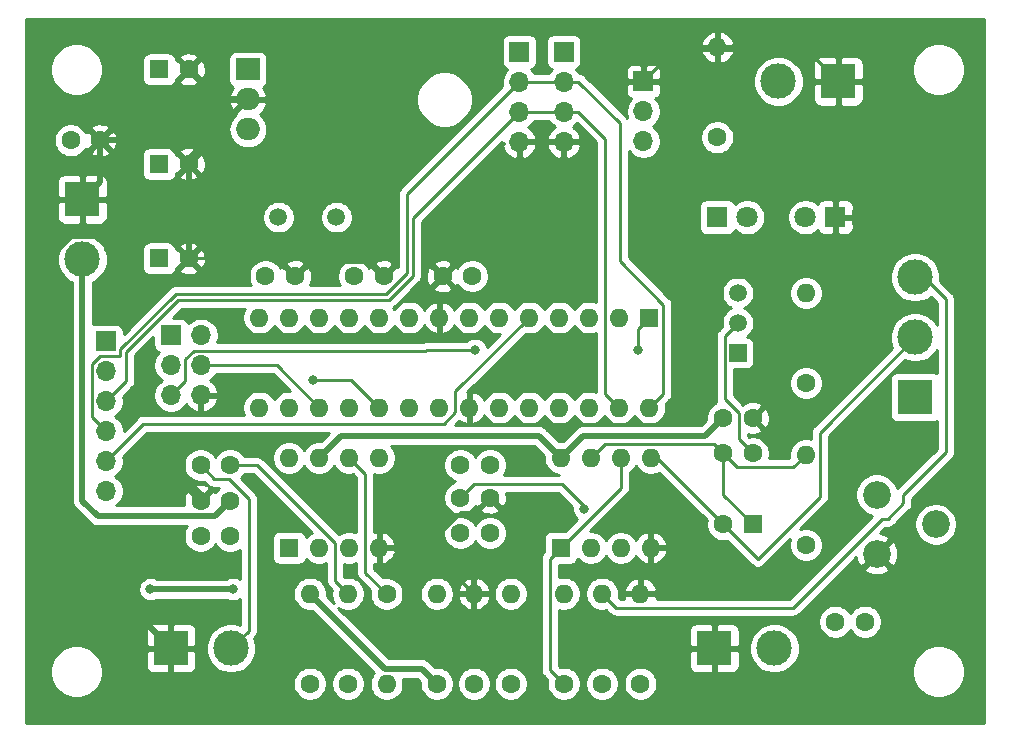
<source format=gbr>
%TF.GenerationSoftware,KiCad,Pcbnew,5.1.9-73d0e3b20d~88~ubuntu20.04.1*%
%TF.CreationDate,2021-01-16T13:56:57+01:00*%
%TF.ProjectId,Horlogemeter,486f726c-6f67-4656-9d65-7465722e6b69,rev?*%
%TF.SameCoordinates,Original*%
%TF.FileFunction,Copper,L2,Bot*%
%TF.FilePolarity,Positive*%
%FSLAX46Y46*%
G04 Gerber Fmt 4.6, Leading zero omitted, Abs format (unit mm)*
G04 Created by KiCad (PCBNEW 5.1.9-73d0e3b20d~88~ubuntu20.04.1) date 2021-01-16 13:56:57*
%MOMM*%
%LPD*%
G01*
G04 APERTURE LIST*
%TA.AperFunction,ComponentPad*%
%ADD10O,2.000000X1.905000*%
%TD*%
%TA.AperFunction,ComponentPad*%
%ADD11R,2.000000X1.905000*%
%TD*%
%TA.AperFunction,ComponentPad*%
%ADD12C,1.500000*%
%TD*%
%TA.AperFunction,ComponentPad*%
%ADD13O,1.600000X1.600000*%
%TD*%
%TA.AperFunction,ComponentPad*%
%ADD14R,1.600000X1.600000*%
%TD*%
%TA.AperFunction,ComponentPad*%
%ADD15C,2.340000*%
%TD*%
%TA.AperFunction,ComponentPad*%
%ADD16C,1.600000*%
%TD*%
%TA.AperFunction,ComponentPad*%
%ADD17R,1.500000X1.500000*%
%TD*%
%TA.AperFunction,ComponentPad*%
%ADD18O,1.700000X1.700000*%
%TD*%
%TA.AperFunction,ComponentPad*%
%ADD19R,1.700000X1.700000*%
%TD*%
%TA.AperFunction,ComponentPad*%
%ADD20C,3.000000*%
%TD*%
%TA.AperFunction,ComponentPad*%
%ADD21R,3.000000X3.000000*%
%TD*%
%TA.AperFunction,ComponentPad*%
%ADD22C,1.800000*%
%TD*%
%TA.AperFunction,ComponentPad*%
%ADD23R,1.800000X1.800000*%
%TD*%
%TA.AperFunction,ViaPad*%
%ADD24C,0.800000*%
%TD*%
%TA.AperFunction,Conductor*%
%ADD25C,0.250000*%
%TD*%
%TA.AperFunction,Conductor*%
%ADD26C,0.500000*%
%TD*%
%TA.AperFunction,Conductor*%
%ADD27C,0.254000*%
%TD*%
%TA.AperFunction,Conductor*%
%ADD28C,0.100000*%
%TD*%
G04 APERTURE END LIST*
D10*
%TO.P,U4,3*%
%TO.N,VCC*%
X104500000Y-85080000D03*
%TO.P,U4,2*%
%TO.N,GND*%
X104500000Y-82540000D03*
D11*
%TO.P,U4,1*%
%TO.N,+12V*%
X104500000Y-80000000D03*
%TD*%
D12*
%TO.P,Y1,2*%
%TO.N,Net-(C5-Pad1)*%
X112000000Y-92500000D03*
%TO.P,Y1,1*%
%TO.N,Net-(C3-Pad1)*%
X107100000Y-92500000D03*
%TD*%
D13*
%TO.P,U3,8*%
%TO.N,Net-(U3-Pad8)*%
X108000000Y-112880000D03*
%TO.P,U3,4*%
%TO.N,GND*%
X115620000Y-120500000D03*
%TO.P,U3,7*%
%TO.N,+12V*%
X110540000Y-112880000D03*
%TO.P,U3,3*%
%TO.N,Net-(C11-Pad1)*%
X113080000Y-120500000D03*
%TO.P,U3,6*%
%TO.N,Net-(C10-Pad2)*%
X113080000Y-112880000D03*
%TO.P,U3,2*%
%TO.N,Net-(C8-Pad2)*%
X110540000Y-120500000D03*
%TO.P,U3,5*%
%TO.N,Net-(U3-Pad5)*%
X115620000Y-112880000D03*
D14*
%TO.P,U3,1*%
%TO.N,Net-(U3-Pad1)*%
X108000000Y-120500000D03*
%TD*%
D13*
%TO.P,U2,8*%
%TO.N,+12V*%
X131000000Y-112880000D03*
%TO.P,U2,4*%
%TO.N,GND*%
X138620000Y-120500000D03*
%TO.P,U2,7*%
%TO.N,Net-(C16-Pad1)*%
X133540000Y-112880000D03*
%TO.P,U2,3*%
%TO.N,Net-(C11-Pad1)*%
X136080000Y-120500000D03*
%TO.P,U2,6*%
%TO.N,Net-(C13-Pad1)*%
X136080000Y-112880000D03*
%TO.P,U2,2*%
%TO.N,Net-(C13-Pad2)*%
X133540000Y-120500000D03*
%TO.P,U2,5*%
%TO.N,Net-(C16-Pad2)*%
X138620000Y-112880000D03*
D14*
%TO.P,U2,1*%
%TO.N,Net-(C13-Pad1)*%
X131000000Y-120500000D03*
%TD*%
D13*
%TO.P,U1,28*%
%TO.N,/SCL*%
X138500000Y-108620000D03*
%TO.P,U1,14*%
%TO.N,Net-(U1-Pad14)*%
X105480000Y-101000000D03*
%TO.P,U1,27*%
%TO.N,/SDA*%
X135960000Y-108620000D03*
%TO.P,U1,13*%
%TO.N,Net-(U1-Pad13)*%
X108020000Y-101000000D03*
%TO.P,U1,26*%
%TO.N,Net-(U1-Pad26)*%
X133420000Y-108620000D03*
%TO.P,U1,12*%
%TO.N,Net-(U1-Pad12)*%
X110560000Y-101000000D03*
%TO.P,U1,25*%
%TO.N,Net-(U1-Pad25)*%
X130880000Y-108620000D03*
%TO.P,U1,11*%
%TO.N,/32Khz*%
X113100000Y-101000000D03*
%TO.P,U1,24*%
%TO.N,Net-(U1-Pad24)*%
X128340000Y-108620000D03*
%TO.P,U1,10*%
%TO.N,Net-(C3-Pad1)*%
X115640000Y-101000000D03*
%TO.P,U1,23*%
%TO.N,Net-(U1-Pad23)*%
X125800000Y-108620000D03*
%TO.P,U1,9*%
%TO.N,Net-(C5-Pad1)*%
X118180000Y-101000000D03*
%TO.P,U1,22*%
%TO.N,GND*%
X123260000Y-108620000D03*
%TO.P,U1,8*%
X120720000Y-101000000D03*
%TO.P,U1,21*%
%TO.N,Net-(U1-Pad21)*%
X120720000Y-108620000D03*
%TO.P,U1,7*%
%TO.N,VCC*%
X123260000Y-101000000D03*
%TO.P,U1,20*%
%TO.N,Net-(U1-Pad20)*%
X118180000Y-108620000D03*
%TO.P,U1,6*%
%TO.N,Net-(U1-Pad6)*%
X125800000Y-101000000D03*
%TO.P,U1,19*%
%TO.N,Net-(J2-Pad3)*%
X115640000Y-108620000D03*
%TO.P,U1,5*%
%TO.N,Net-(J7-Pad5)*%
X128340000Y-101000000D03*
%TO.P,U1,18*%
%TO.N,Net-(J2-Pad1)*%
X113100000Y-108620000D03*
%TO.P,U1,4*%
%TO.N,Net-(Q1-Pad1)*%
X130880000Y-101000000D03*
%TO.P,U1,17*%
%TO.N,Net-(J2-Pad4)*%
X110560000Y-108620000D03*
%TO.P,U1,3*%
%TO.N,/TXD*%
X133420000Y-101000000D03*
%TO.P,U1,16*%
%TO.N,Net-(U1-Pad16)*%
X108020000Y-108620000D03*
%TO.P,U1,2*%
%TO.N,/RXD*%
X135960000Y-101000000D03*
%TO.P,U1,15*%
%TO.N,Net-(U1-Pad15)*%
X105480000Y-108620000D03*
D14*
%TO.P,U1,1*%
%TO.N,Net-(J2-Pad5)*%
X138500000Y-101000000D03*
%TD*%
D15*
%TO.P,RV1,1*%
%TO.N,GND*%
X157750000Y-121000000D03*
%TO.P,RV1,2*%
%TO.N,Net-(C14-Pad1)*%
X162750000Y-118500000D03*
%TO.P,RV1,3*%
%TO.N,Net-(C13-Pad1)*%
X157750000Y-116000000D03*
%TD*%
D13*
%TO.P,R12,2*%
%TO.N,Net-(D2-Pad2)*%
X151750000Y-98930000D03*
D16*
%TO.P,R12,1*%
%TO.N,Net-(Q1-Pad1)*%
X151750000Y-106550000D03*
%TD*%
D13*
%TO.P,R11,2*%
%TO.N,Net-(C16-Pad1)*%
X151750000Y-112630000D03*
D16*
%TO.P,R11,1*%
%TO.N,Net-(C17-Pad2)*%
X151750000Y-120250000D03*
%TD*%
D13*
%TO.P,R10,2*%
%TO.N,GND*%
X144250000Y-78130000D03*
D16*
%TO.P,R10,1*%
%TO.N,Net-(D1-Pad1)*%
X144250000Y-85750000D03*
%TD*%
D13*
%TO.P,R9,2*%
%TO.N,GND*%
X137750000Y-124380000D03*
D16*
%TO.P,R9,1*%
%TO.N,Net-(J6-Pad1)*%
X137750000Y-132000000D03*
%TD*%
D13*
%TO.P,R8,2*%
%TO.N,Net-(J6-Pad3)*%
X134500000Y-124380000D03*
D16*
%TO.P,R8,1*%
%TO.N,VCC*%
X134500000Y-132000000D03*
%TD*%
D13*
%TO.P,R7,2*%
%TO.N,Net-(C13-Pad2)*%
X131250000Y-124380000D03*
D16*
%TO.P,R7,1*%
%TO.N,Net-(C13-Pad1)*%
X131250000Y-132000000D03*
%TD*%
D13*
%TO.P,R6,2*%
%TO.N,Net-(C10-Pad1)*%
X126750000Y-124380000D03*
D16*
%TO.P,R6,1*%
%TO.N,Net-(C13-Pad2)*%
X126750000Y-132000000D03*
%TD*%
D13*
%TO.P,R5,2*%
%TO.N,GND*%
X123650000Y-124380000D03*
D16*
%TO.P,R5,1*%
%TO.N,Net-(C11-Pad1)*%
X123650000Y-132000000D03*
%TD*%
D13*
%TO.P,R4,2*%
%TO.N,Net-(C11-Pad1)*%
X120500000Y-124380000D03*
D16*
%TO.P,R4,1*%
%TO.N,VCC*%
X120500000Y-132000000D03*
%TD*%
D13*
%TO.P,R3,2*%
%TO.N,Net-(C8-Pad2)*%
X116250000Y-132020000D03*
D16*
%TO.P,R3,1*%
%TO.N,Net-(C10-Pad2)*%
X116250000Y-124400000D03*
%TD*%
D13*
%TO.P,R2,2*%
%TO.N,Net-(C4-Pad2)*%
X113000000Y-124380000D03*
D16*
%TO.P,R2,1*%
%TO.N,Net-(C8-Pad2)*%
X113000000Y-132000000D03*
%TD*%
D13*
%TO.P,R1,2*%
%TO.N,VCC*%
X109750000Y-124380000D03*
D16*
%TO.P,R1,1*%
%TO.N,Net-(C4-Pad1)*%
X109750000Y-132000000D03*
%TD*%
D17*
%TO.P,Q1,1*%
%TO.N,Net-(Q1-Pad1)*%
X146000000Y-104000000D03*
D12*
%TO.P,Q1,3*%
%TO.N,VCC*%
X146000000Y-98920000D03*
%TO.P,Q1,2*%
%TO.N,Net-(C17-Pad2)*%
X146000000Y-101460000D03*
%TD*%
D18*
%TO.P,J10,4*%
%TO.N,GND*%
X131250000Y-86120000D03*
%TO.P,J10,3*%
%TO.N,/SDA*%
X131250000Y-83580000D03*
%TO.P,J10,2*%
%TO.N,/SCL*%
X131250000Y-81040000D03*
D19*
%TO.P,J10,1*%
%TO.N,VCC*%
X131250000Y-78500000D03*
%TD*%
D18*
%TO.P,J9,4*%
%TO.N,GND*%
X127500000Y-86120000D03*
%TO.P,J9,3*%
%TO.N,/SDA*%
X127500000Y-83580000D03*
%TO.P,J9,2*%
%TO.N,/SCL*%
X127500000Y-81040000D03*
D19*
%TO.P,J9,1*%
%TO.N,VCC*%
X127500000Y-78500000D03*
%TD*%
D20*
%TO.P,J8,2*%
%TO.N,Net-(D2-Pad2)*%
X149420000Y-81000000D03*
D21*
%TO.P,J8,1*%
%TO.N,GND*%
X154500000Y-81000000D03*
%TD*%
D18*
%TO.P,J7,6*%
%TO.N,/32Khz*%
X92500000Y-115700000D03*
%TO.P,J7,5*%
%TO.N,Net-(J7-Pad5)*%
X92500000Y-113160000D03*
%TO.P,J7,4*%
%TO.N,/SCL*%
X92500000Y-110620000D03*
%TO.P,J7,3*%
%TO.N,/SDA*%
X92500000Y-108080000D03*
%TO.P,J7,2*%
%TO.N,GND*%
X92500000Y-105540000D03*
D19*
%TO.P,J7,1*%
%TO.N,VCC*%
X92500000Y-103000000D03*
%TD*%
D20*
%TO.P,J6,3*%
%TO.N,Net-(J6-Pad3)*%
X161000000Y-97590000D03*
%TO.P,J6,2*%
%TO.N,Net-(C16-Pad2)*%
X161000000Y-102670000D03*
D21*
%TO.P,J6,1*%
%TO.N,Net-(J6-Pad1)*%
X161000000Y-107750000D03*
%TD*%
D20*
%TO.P,J5,2*%
%TO.N,Net-(C14-Pad2)*%
X149080000Y-129000000D03*
D21*
%TO.P,J5,1*%
%TO.N,GND*%
X144000000Y-129000000D03*
%TD*%
D20*
%TO.P,J4,2*%
%TO.N,+12V*%
X90500000Y-96080000D03*
D21*
%TO.P,J4,1*%
%TO.N,GND*%
X90500000Y-91000000D03*
%TD*%
D20*
%TO.P,J3,2*%
%TO.N,Net-(C4-Pad1)*%
X103080000Y-129000000D03*
D21*
%TO.P,J3,1*%
%TO.N,GND*%
X98000000Y-129000000D03*
%TD*%
D18*
%TO.P,J2,6*%
%TO.N,GND*%
X100540000Y-107580000D03*
%TO.P,J2,5*%
%TO.N,Net-(J2-Pad5)*%
X98000000Y-107580000D03*
%TO.P,J2,4*%
%TO.N,Net-(J2-Pad4)*%
X100540000Y-105040000D03*
%TO.P,J2,3*%
%TO.N,Net-(J2-Pad3)*%
X98000000Y-105040000D03*
%TO.P,J2,2*%
%TO.N,VCC*%
X100540000Y-102500000D03*
D19*
%TO.P,J2,1*%
%TO.N,Net-(J2-Pad1)*%
X98000000Y-102500000D03*
%TD*%
D18*
%TO.P,J1,3*%
%TO.N,/RXD*%
X138000000Y-86080000D03*
%TO.P,J1,2*%
%TO.N,/TXD*%
X138000000Y-83540000D03*
D19*
%TO.P,J1,1*%
%TO.N,GND*%
X138000000Y-81000000D03*
%TD*%
D22*
%TO.P,D2,2*%
%TO.N,Net-(D2-Pad2)*%
X151710000Y-92500000D03*
D23*
%TO.P,D2,1*%
%TO.N,GND*%
X154250000Y-92500000D03*
%TD*%
D22*
%TO.P,D1,2*%
%TO.N,VCC*%
X146790000Y-92500000D03*
D23*
%TO.P,D1,1*%
%TO.N,Net-(D1-Pad1)*%
X144250000Y-92500000D03*
%TD*%
D16*
%TO.P,C17,2*%
%TO.N,Net-(C17-Pad2)*%
X147250000Y-112500000D03*
%TO.P,C17,1*%
%TO.N,Net-(C16-Pad1)*%
X144750000Y-112500000D03*
%TD*%
%TO.P,C16,2*%
%TO.N,Net-(C16-Pad2)*%
X144750000Y-118500000D03*
D14*
%TO.P,C16,1*%
%TO.N,Net-(C16-Pad1)*%
X147250000Y-118500000D03*
%TD*%
D16*
%TO.P,C15,2*%
%TO.N,GND*%
X99500000Y-88000000D03*
D14*
%TO.P,C15,1*%
%TO.N,VCC*%
X97000000Y-88000000D03*
%TD*%
D16*
%TO.P,C14,2*%
%TO.N,Net-(C14-Pad2)*%
X154250000Y-126750000D03*
%TO.P,C14,1*%
%TO.N,Net-(C14-Pad1)*%
X156750000Y-126750000D03*
%TD*%
%TO.P,C13,2*%
%TO.N,Net-(C13-Pad2)*%
X122500000Y-119250000D03*
%TO.P,C13,1*%
%TO.N,Net-(C13-Pad1)*%
X125000000Y-119250000D03*
%TD*%
%TO.P,C12,2*%
%TO.N,GND*%
X99500000Y-80000000D03*
D14*
%TO.P,C12,1*%
%TO.N,+12V*%
X97000000Y-80000000D03*
%TD*%
D16*
%TO.P,C11,2*%
%TO.N,GND*%
X125000000Y-116250000D03*
%TO.P,C11,1*%
%TO.N,Net-(C11-Pad1)*%
X122500000Y-116250000D03*
%TD*%
%TO.P,C10,2*%
%TO.N,Net-(C10-Pad2)*%
X122500000Y-113500000D03*
%TO.P,C10,1*%
%TO.N,Net-(C10-Pad1)*%
X125000000Y-113500000D03*
%TD*%
%TO.P,C9,2*%
%TO.N,GND*%
X92000000Y-86000000D03*
%TO.P,C9,1*%
%TO.N,+12V*%
X89500000Y-86000000D03*
%TD*%
%TO.P,C8,2*%
%TO.N,Net-(C8-Pad2)*%
X103000000Y-119500000D03*
%TO.P,C8,1*%
%TO.N,Net-(C10-Pad2)*%
X100500000Y-119500000D03*
%TD*%
%TO.P,C7,2*%
%TO.N,GND*%
X147250000Y-109500000D03*
%TO.P,C7,1*%
%TO.N,+12V*%
X144750000Y-109500000D03*
%TD*%
%TO.P,C6,2*%
%TO.N,GND*%
X100500000Y-116500000D03*
%TO.P,C6,1*%
%TO.N,+12V*%
X103000000Y-116500000D03*
%TD*%
%TO.P,C5,2*%
%TO.N,GND*%
X116000000Y-97500000D03*
%TO.P,C5,1*%
%TO.N,Net-(C5-Pad1)*%
X113500000Y-97500000D03*
%TD*%
%TO.P,C4,2*%
%TO.N,Net-(C4-Pad2)*%
X103000000Y-113500000D03*
%TO.P,C4,1*%
%TO.N,Net-(C4-Pad1)*%
X100500000Y-113500000D03*
%TD*%
%TO.P,C3,2*%
%TO.N,GND*%
X108500000Y-97500000D03*
%TO.P,C3,1*%
%TO.N,Net-(C3-Pad1)*%
X106000000Y-97500000D03*
%TD*%
%TO.P,C2,2*%
%TO.N,GND*%
X99500000Y-96000000D03*
D14*
%TO.P,C2,1*%
%TO.N,VCC*%
X97000000Y-96000000D03*
%TD*%
D16*
%TO.P,C1,2*%
%TO.N,GND*%
X121000000Y-97500000D03*
%TO.P,C1,1*%
%TO.N,VCC*%
X123500000Y-97500000D03*
%TD*%
D24*
%TO.N,GND*%
X96000000Y-111500000D03*
%TO.N,VCC*%
X96250000Y-124000000D03*
X103250000Y-124000000D03*
%TO.N,Net-(C11-Pad1)*%
X133000000Y-117250000D03*
%TO.N,Net-(J2-Pad5)*%
X123750000Y-103750000D03*
X137500000Y-103750000D03*
%TO.N,Net-(J2-Pad3)*%
X110000000Y-106250000D03*
%TD*%
D25*
%TO.N,GND*%
X107000000Y-96000000D02*
X108500000Y-97500000D01*
X99500000Y-96000000D02*
X107000000Y-96000000D01*
D26*
X99500000Y-87540000D02*
X99500000Y-88000000D01*
X104500000Y-82540000D02*
X99500000Y-87540000D01*
X99500000Y-88000000D02*
X99500000Y-96000000D01*
X102040000Y-82540000D02*
X104500000Y-82540000D01*
X99500000Y-80000000D02*
X102040000Y-82540000D01*
X97500000Y-86000000D02*
X92000000Y-86000000D01*
X99500000Y-88000000D02*
X97500000Y-86000000D01*
X92000000Y-89500000D02*
X90500000Y-91000000D01*
X92000000Y-86000000D02*
X92000000Y-89500000D01*
D25*
X127500000Y-91000000D02*
X121000000Y-97500000D01*
X127500000Y-86120000D02*
X127500000Y-91000000D01*
X140620000Y-78380000D02*
X138000000Y-81000000D01*
X143000000Y-78380000D02*
X140620000Y-78380000D01*
X151880000Y-78380000D02*
X154500000Y-81000000D01*
X119770000Y-120500000D02*
X123650000Y-124380000D01*
X115620000Y-120500000D02*
X119770000Y-120500000D01*
X122585997Y-117425001D02*
X119770000Y-120240998D01*
X123824999Y-117425001D02*
X122585997Y-117425001D01*
X119770000Y-120240998D02*
X119770000Y-120500000D01*
X125000000Y-116250000D02*
X123824999Y-117425001D01*
X109675001Y-96324999D02*
X114824999Y-96324999D01*
X108500000Y-97500000D02*
X109675001Y-96324999D01*
X114824999Y-96324999D02*
X116000000Y-97500000D01*
D26*
X89539999Y-94079999D02*
X87000000Y-96619998D01*
X97579999Y-94079999D02*
X89539999Y-94079999D01*
X99500000Y-96000000D02*
X97579999Y-94079999D01*
X87000000Y-118000000D02*
X98000000Y-129000000D01*
X87000000Y-96619998D02*
X87000000Y-118000000D01*
X100500000Y-116000000D02*
X100500000Y-116500000D01*
X96000000Y-111500000D02*
X100500000Y-116000000D01*
D25*
X144250000Y-78130000D02*
X144250000Y-78260000D01*
X144370000Y-78380000D02*
X151880000Y-78380000D01*
X144250000Y-78260000D02*
X144370000Y-78380000D01*
X143000000Y-78380000D02*
X144370000Y-78380000D01*
D26*
%TO.N,VCC*%
X96250000Y-124000000D02*
X102000000Y-124000000D01*
X102000000Y-124000000D02*
X103250000Y-124000000D01*
X116089999Y-130719999D02*
X109750000Y-124380000D01*
X119219999Y-130719999D02*
X116089999Y-130719999D01*
X120500000Y-132000000D02*
X119219999Y-130719999D01*
D25*
%TO.N,Net-(C4-Pad2)*%
X111904999Y-120125997D02*
X105279002Y-113500000D01*
X111904999Y-123284999D02*
X111904999Y-120125997D01*
X105279002Y-113500000D02*
X103000000Y-113500000D01*
X113000000Y-124380000D02*
X111904999Y-123284999D01*
%TO.N,Net-(C4-Pad1)*%
X101675001Y-114675001D02*
X100500000Y-113500000D01*
X102914003Y-114675001D02*
X101675001Y-114675001D01*
X104579999Y-116340997D02*
X102914003Y-114675001D01*
X104579999Y-127500001D02*
X104579999Y-116340997D01*
X103080000Y-129000000D02*
X104579999Y-127500001D01*
D26*
%TO.N,+12V*%
X90500000Y-96080000D02*
X90500000Y-116500000D01*
X101699999Y-117800001D02*
X103000000Y-116500000D01*
X91800001Y-117800001D02*
X101699999Y-117800001D01*
X90500000Y-116500000D02*
X91800001Y-117800001D01*
X131000000Y-112880000D02*
X132880000Y-111000000D01*
X143250000Y-111000000D02*
X144750000Y-109500000D01*
X132880000Y-111000000D02*
X143250000Y-111000000D01*
X110540000Y-112880000D02*
X112420000Y-111000000D01*
X112420000Y-111000000D02*
X129120000Y-111000000D01*
X129120000Y-111000000D02*
X131000000Y-112880000D01*
D25*
%TO.N,Net-(C10-Pad2)*%
X114444999Y-114244999D02*
X113080000Y-112880000D01*
X114444999Y-122594999D02*
X114444999Y-114244999D01*
X116250000Y-124400000D02*
X114444999Y-122594999D01*
%TO.N,Net-(C11-Pad1)*%
X123675001Y-115074999D02*
X131074999Y-115074999D01*
X122500000Y-116250000D02*
X123675001Y-115074999D01*
X133000000Y-117000000D02*
X133000000Y-117250000D01*
X131074999Y-115074999D02*
X133000000Y-117000000D01*
%TO.N,Net-(C13-Pad1)*%
X136080000Y-115420000D02*
X131000000Y-120500000D01*
X136080000Y-112880000D02*
X136080000Y-115420000D01*
X130074999Y-121425001D02*
X131000000Y-120500000D01*
X130074999Y-130824999D02*
X130074999Y-121425001D01*
X131250000Y-132000000D02*
X130074999Y-130824999D01*
%TO.N,Net-(C16-Pad2)*%
X147675001Y-121425001D02*
X144750000Y-118500000D01*
X139130000Y-112880000D02*
X138620000Y-112880000D01*
X144750000Y-118500000D02*
X139130000Y-112880000D01*
X152925001Y-116175001D02*
X152925001Y-110744999D01*
X152925001Y-110744999D02*
X161000000Y-102670000D01*
X147675001Y-121425001D02*
X152925001Y-116175001D01*
%TO.N,Net-(C16-Pad1)*%
X145925001Y-113675001D02*
X144750000Y-112500000D01*
X150704999Y-113675001D02*
X145925001Y-113675001D01*
X151750000Y-112630000D02*
X150704999Y-113675001D01*
X134719999Y-111700001D02*
X133540000Y-112880000D01*
X143950001Y-111700001D02*
X134719999Y-111700001D01*
X144750000Y-112500000D02*
X143950001Y-111700001D01*
X144750000Y-116000000D02*
X147250000Y-118500000D01*
X144750000Y-112500000D02*
X144750000Y-116000000D01*
%TO.N,Net-(C17-Pad2)*%
X146074999Y-111324999D02*
X147250000Y-112500000D01*
X146074999Y-109085997D02*
X146074999Y-111324999D01*
X144874999Y-107885997D02*
X146074999Y-109085997D01*
X144874999Y-102585001D02*
X144874999Y-107885997D01*
X146000000Y-101460000D02*
X144874999Y-102585001D01*
%TO.N,Net-(J2-Pad5)*%
X99951999Y-103814999D02*
X119564999Y-103814999D01*
X99225001Y-104541997D02*
X99951999Y-103814999D01*
X99225001Y-106354999D02*
X99225001Y-104541997D01*
X98000000Y-107580000D02*
X99225001Y-106354999D01*
X119629998Y-103750000D02*
X123750000Y-103750000D01*
X119564999Y-103814999D02*
X119629998Y-103750000D01*
X137500000Y-102000000D02*
X138500000Y-101000000D01*
X137500000Y-103750000D02*
X137500000Y-102000000D01*
%TO.N,Net-(J2-Pad4)*%
X106980000Y-105040000D02*
X110560000Y-108620000D01*
X100540000Y-105040000D02*
X106980000Y-105040000D01*
%TO.N,Net-(J2-Pad3)*%
X113270000Y-106250000D02*
X115640000Y-108620000D01*
X110000000Y-106250000D02*
X113270000Y-106250000D01*
%TO.N,Net-(J6-Pad3)*%
X135675001Y-125555001D02*
X134500000Y-124380000D01*
X150652121Y-125555001D02*
X135675001Y-125555001D01*
X158162110Y-118045012D02*
X150652121Y-125555001D01*
X160000010Y-116743714D02*
X158698712Y-118045012D01*
X158698712Y-118045012D02*
X158162110Y-118045012D01*
X160000010Y-116036592D02*
X160000010Y-116743714D01*
X163625001Y-112411601D02*
X160000010Y-116036592D01*
X163625001Y-99465001D02*
X163625001Y-112411601D01*
X161750000Y-97590000D02*
X163625001Y-99465001D01*
X161000000Y-97590000D02*
X161750000Y-97590000D01*
%TO.N,Net-(J7-Pad5)*%
X92500000Y-113160000D02*
X95660000Y-110000000D01*
X122084999Y-107255001D02*
X128340000Y-101000000D01*
X122084999Y-108994003D02*
X122084999Y-107255001D01*
X121079002Y-110000000D02*
X122084999Y-108994003D01*
X95660000Y-110000000D02*
X121079002Y-110000000D01*
%TO.N,/SCL*%
X132500000Y-81040000D02*
X136000000Y-84540000D01*
X139675001Y-107444999D02*
X138500000Y-108620000D01*
X139675001Y-99899999D02*
X139675001Y-107444999D01*
X136000000Y-96224998D02*
X139675001Y-99899999D01*
X136000000Y-84540000D02*
X136000000Y-96224998D01*
X127500000Y-81040000D02*
X118000000Y-90540000D01*
X118000000Y-97239002D02*
X116239002Y-99000000D01*
X118000000Y-90540000D02*
X118000000Y-97239002D01*
X91274999Y-109394999D02*
X92500000Y-110620000D01*
X92001997Y-104225001D02*
X91274999Y-104951999D01*
X93650001Y-104225001D02*
X92001997Y-104225001D01*
X93725001Y-103692875D02*
X93725001Y-104150001D01*
X98417874Y-99000002D02*
X93725001Y-103692875D01*
X91274999Y-104951999D02*
X91274999Y-109394999D01*
X116239002Y-99000000D02*
X98417874Y-99000002D01*
X93725001Y-104150001D02*
X93650001Y-104225001D01*
X127500000Y-81040000D02*
X131250000Y-81040000D01*
X132500000Y-81040000D02*
X131250000Y-81040000D01*
%TO.N,/SDA*%
X94225012Y-106354988D02*
X92500000Y-108080000D01*
X94225012Y-103899986D02*
X94225012Y-106354988D01*
X118500011Y-92579989D02*
X118500011Y-97446113D01*
X98624987Y-99500011D02*
X94225012Y-103899986D01*
X116446113Y-99500011D02*
X98624987Y-99500011D01*
X118500011Y-97446113D02*
X116446113Y-99500011D01*
X134775001Y-85855001D02*
X134775001Y-107435001D01*
X132500000Y-83580000D02*
X134775001Y-85855001D01*
X134775001Y-107435001D02*
X135960000Y-108620000D01*
X132500000Y-83580000D02*
X127500000Y-83580000D01*
X126790000Y-84290000D02*
X127500000Y-83580000D01*
X126790000Y-84290000D02*
X118500011Y-92579989D01*
%TD*%
D27*
%TO.N,GND*%
X166815001Y-135315000D02*
X85685000Y-135315000D01*
X85685000Y-130779872D01*
X87765000Y-130779872D01*
X87765000Y-131220128D01*
X87850890Y-131651925D01*
X88019369Y-132058669D01*
X88263962Y-132424729D01*
X88575271Y-132736038D01*
X88941331Y-132980631D01*
X89348075Y-133149110D01*
X89779872Y-133235000D01*
X90220128Y-133235000D01*
X90651925Y-133149110D01*
X91058669Y-132980631D01*
X91424729Y-132736038D01*
X91736038Y-132424729D01*
X91980631Y-132058669D01*
X92063475Y-131858665D01*
X108315000Y-131858665D01*
X108315000Y-132141335D01*
X108370147Y-132418574D01*
X108478320Y-132679727D01*
X108635363Y-132914759D01*
X108835241Y-133114637D01*
X109070273Y-133271680D01*
X109331426Y-133379853D01*
X109608665Y-133435000D01*
X109891335Y-133435000D01*
X110168574Y-133379853D01*
X110429727Y-133271680D01*
X110664759Y-133114637D01*
X110864637Y-132914759D01*
X111021680Y-132679727D01*
X111129853Y-132418574D01*
X111185000Y-132141335D01*
X111185000Y-131858665D01*
X111565000Y-131858665D01*
X111565000Y-132141335D01*
X111620147Y-132418574D01*
X111728320Y-132679727D01*
X111885363Y-132914759D01*
X112085241Y-133114637D01*
X112320273Y-133271680D01*
X112581426Y-133379853D01*
X112858665Y-133435000D01*
X113141335Y-133435000D01*
X113418574Y-133379853D01*
X113679727Y-133271680D01*
X113914759Y-133114637D01*
X114114637Y-132914759D01*
X114271680Y-132679727D01*
X114379853Y-132418574D01*
X114435000Y-132141335D01*
X114435000Y-131858665D01*
X114379853Y-131581426D01*
X114271680Y-131320273D01*
X114114637Y-131085241D01*
X113914759Y-130885363D01*
X113679727Y-130728320D01*
X113418574Y-130620147D01*
X113141335Y-130565000D01*
X112858665Y-130565000D01*
X112581426Y-130620147D01*
X112320273Y-130728320D01*
X112085241Y-130885363D01*
X111885363Y-131085241D01*
X111728320Y-131320273D01*
X111620147Y-131581426D01*
X111565000Y-131858665D01*
X111185000Y-131858665D01*
X111129853Y-131581426D01*
X111021680Y-131320273D01*
X110864637Y-131085241D01*
X110664759Y-130885363D01*
X110429727Y-130728320D01*
X110168574Y-130620147D01*
X109891335Y-130565000D01*
X109608665Y-130565000D01*
X109331426Y-130620147D01*
X109070273Y-130728320D01*
X108835241Y-130885363D01*
X108635363Y-131085241D01*
X108478320Y-131320273D01*
X108370147Y-131581426D01*
X108315000Y-131858665D01*
X92063475Y-131858665D01*
X92149110Y-131651925D01*
X92235000Y-131220128D01*
X92235000Y-130779872D01*
X92179330Y-130500000D01*
X95861928Y-130500000D01*
X95874188Y-130624482D01*
X95910498Y-130744180D01*
X95969463Y-130854494D01*
X96048815Y-130951185D01*
X96145506Y-131030537D01*
X96255820Y-131089502D01*
X96375518Y-131125812D01*
X96500000Y-131138072D01*
X97714250Y-131135000D01*
X97873000Y-130976250D01*
X97873000Y-129127000D01*
X98127000Y-129127000D01*
X98127000Y-130976250D01*
X98285750Y-131135000D01*
X99500000Y-131138072D01*
X99624482Y-131125812D01*
X99744180Y-131089502D01*
X99854494Y-131030537D01*
X99951185Y-130951185D01*
X100030537Y-130854494D01*
X100089502Y-130744180D01*
X100125812Y-130624482D01*
X100138072Y-130500000D01*
X100135000Y-129285750D01*
X99976250Y-129127000D01*
X98127000Y-129127000D01*
X97873000Y-129127000D01*
X96023750Y-129127000D01*
X95865000Y-129285750D01*
X95861928Y-130500000D01*
X92179330Y-130500000D01*
X92149110Y-130348075D01*
X91980631Y-129941331D01*
X91736038Y-129575271D01*
X91424729Y-129263962D01*
X91058669Y-129019369D01*
X90651925Y-128850890D01*
X90220128Y-128765000D01*
X89779872Y-128765000D01*
X89348075Y-128850890D01*
X88941331Y-129019369D01*
X88575271Y-129263962D01*
X88263962Y-129575271D01*
X88019369Y-129941331D01*
X87850890Y-130348075D01*
X87765000Y-130779872D01*
X85685000Y-130779872D01*
X85685000Y-127500000D01*
X95861928Y-127500000D01*
X95865000Y-128714250D01*
X96023750Y-128873000D01*
X97873000Y-128873000D01*
X97873000Y-127023750D01*
X98127000Y-127023750D01*
X98127000Y-128873000D01*
X99976250Y-128873000D01*
X100135000Y-128714250D01*
X100138072Y-127500000D01*
X100125812Y-127375518D01*
X100089502Y-127255820D01*
X100030537Y-127145506D01*
X99951185Y-127048815D01*
X99854494Y-126969463D01*
X99744180Y-126910498D01*
X99624482Y-126874188D01*
X99500000Y-126861928D01*
X98285750Y-126865000D01*
X98127000Y-127023750D01*
X97873000Y-127023750D01*
X97714250Y-126865000D01*
X96500000Y-126861928D01*
X96375518Y-126874188D01*
X96255820Y-126910498D01*
X96145506Y-126969463D01*
X96048815Y-127048815D01*
X95969463Y-127145506D01*
X95910498Y-127255820D01*
X95874188Y-127375518D01*
X95861928Y-127500000D01*
X85685000Y-127500000D01*
X85685000Y-95869721D01*
X88365000Y-95869721D01*
X88365000Y-96290279D01*
X88447047Y-96702756D01*
X88607988Y-97091302D01*
X88841637Y-97440983D01*
X89139017Y-97738363D01*
X89488698Y-97972012D01*
X89615000Y-98024328D01*
X89615001Y-116456521D01*
X89610719Y-116500000D01*
X89627805Y-116673490D01*
X89678412Y-116840313D01*
X89760590Y-116994059D01*
X89843468Y-117095046D01*
X89843469Y-117095047D01*
X89871184Y-117128817D01*
X89904951Y-117156529D01*
X91143471Y-118395050D01*
X91171184Y-118428818D01*
X91204952Y-118456531D01*
X91204954Y-118456533D01*
X91257919Y-118500000D01*
X91305942Y-118539412D01*
X91459688Y-118621590D01*
X91626511Y-118672196D01*
X91756524Y-118685001D01*
X91756534Y-118685001D01*
X91800000Y-118689282D01*
X91843467Y-118685001D01*
X99318706Y-118685001D01*
X99228320Y-118820273D01*
X99120147Y-119081426D01*
X99065000Y-119358665D01*
X99065000Y-119641335D01*
X99120147Y-119918574D01*
X99228320Y-120179727D01*
X99385363Y-120414759D01*
X99585241Y-120614637D01*
X99820273Y-120771680D01*
X100081426Y-120879853D01*
X100358665Y-120935000D01*
X100641335Y-120935000D01*
X100918574Y-120879853D01*
X101179727Y-120771680D01*
X101414759Y-120614637D01*
X101614637Y-120414759D01*
X101750000Y-120212173D01*
X101885363Y-120414759D01*
X102085241Y-120614637D01*
X102320273Y-120771680D01*
X102581426Y-120879853D01*
X102858665Y-120935000D01*
X103141335Y-120935000D01*
X103418574Y-120879853D01*
X103679727Y-120771680D01*
X103820000Y-120677953D01*
X103819999Y-123136078D01*
X103740256Y-123082795D01*
X103551898Y-123004774D01*
X103351939Y-122965000D01*
X103148061Y-122965000D01*
X102948102Y-123004774D01*
X102759744Y-123082795D01*
X102711546Y-123115000D01*
X96788454Y-123115000D01*
X96740256Y-123082795D01*
X96551898Y-123004774D01*
X96351939Y-122965000D01*
X96148061Y-122965000D01*
X95948102Y-123004774D01*
X95759744Y-123082795D01*
X95590226Y-123196063D01*
X95446063Y-123340226D01*
X95332795Y-123509744D01*
X95254774Y-123698102D01*
X95215000Y-123898061D01*
X95215000Y-124101939D01*
X95254774Y-124301898D01*
X95332795Y-124490256D01*
X95446063Y-124659774D01*
X95590226Y-124803937D01*
X95759744Y-124917205D01*
X95948102Y-124995226D01*
X96148061Y-125035000D01*
X96351939Y-125035000D01*
X96551898Y-124995226D01*
X96740256Y-124917205D01*
X96788454Y-124885000D01*
X102711546Y-124885000D01*
X102759744Y-124917205D01*
X102948102Y-124995226D01*
X103148061Y-125035000D01*
X103351939Y-125035000D01*
X103551898Y-124995226D01*
X103740256Y-124917205D01*
X103819999Y-124863922D01*
X103819999Y-126995611D01*
X103702756Y-126947047D01*
X103290279Y-126865000D01*
X102869721Y-126865000D01*
X102457244Y-126947047D01*
X102068698Y-127107988D01*
X101719017Y-127341637D01*
X101421637Y-127639017D01*
X101187988Y-127988698D01*
X101027047Y-128377244D01*
X100945000Y-128789721D01*
X100945000Y-129210279D01*
X101027047Y-129622756D01*
X101187988Y-130011302D01*
X101421637Y-130360983D01*
X101719017Y-130658363D01*
X102068698Y-130892012D01*
X102457244Y-131052953D01*
X102869721Y-131135000D01*
X103290279Y-131135000D01*
X103702756Y-131052953D01*
X104091302Y-130892012D01*
X104440983Y-130658363D01*
X104738363Y-130360983D01*
X104972012Y-130011302D01*
X105132953Y-129622756D01*
X105215000Y-129210279D01*
X105215000Y-128789721D01*
X105132953Y-128377244D01*
X105028860Y-128125942D01*
X105091003Y-128063799D01*
X105120000Y-128040002D01*
X105162104Y-127988698D01*
X105214973Y-127924278D01*
X105285545Y-127792248D01*
X105285545Y-127792247D01*
X105329002Y-127648987D01*
X105339999Y-127537334D01*
X105339999Y-127537324D01*
X105343675Y-127500001D01*
X105339999Y-127462678D01*
X105339999Y-116378319D01*
X105343675Y-116340996D01*
X105339999Y-116303673D01*
X105339999Y-116303664D01*
X105329002Y-116192011D01*
X105285545Y-116048750D01*
X105222607Y-115931003D01*
X105214973Y-115916720D01*
X105143798Y-115829994D01*
X105120000Y-115800996D01*
X105091002Y-115777198D01*
X103921600Y-114607796D01*
X104114637Y-114414759D01*
X104218043Y-114260000D01*
X104964201Y-114260000D01*
X109911360Y-119207159D01*
X109860273Y-119228320D01*
X109625241Y-119385363D01*
X109426643Y-119583961D01*
X109425812Y-119575518D01*
X109389502Y-119455820D01*
X109330537Y-119345506D01*
X109251185Y-119248815D01*
X109154494Y-119169463D01*
X109044180Y-119110498D01*
X108924482Y-119074188D01*
X108800000Y-119061928D01*
X107200000Y-119061928D01*
X107075518Y-119074188D01*
X106955820Y-119110498D01*
X106845506Y-119169463D01*
X106748815Y-119248815D01*
X106669463Y-119345506D01*
X106610498Y-119455820D01*
X106574188Y-119575518D01*
X106561928Y-119700000D01*
X106561928Y-121300000D01*
X106574188Y-121424482D01*
X106610498Y-121544180D01*
X106669463Y-121654494D01*
X106748815Y-121751185D01*
X106845506Y-121830537D01*
X106955820Y-121889502D01*
X107075518Y-121925812D01*
X107200000Y-121938072D01*
X108800000Y-121938072D01*
X108924482Y-121925812D01*
X109044180Y-121889502D01*
X109154494Y-121830537D01*
X109251185Y-121751185D01*
X109330537Y-121654494D01*
X109389502Y-121544180D01*
X109425812Y-121424482D01*
X109426643Y-121416039D01*
X109625241Y-121614637D01*
X109860273Y-121771680D01*
X110121426Y-121879853D01*
X110398665Y-121935000D01*
X110681335Y-121935000D01*
X110958574Y-121879853D01*
X111144999Y-121802633D01*
X111144999Y-123247676D01*
X111141323Y-123284999D01*
X111144999Y-123322321D01*
X111144999Y-123322331D01*
X111155996Y-123433984D01*
X111193740Y-123558412D01*
X111199453Y-123577245D01*
X111270025Y-123709275D01*
X111309870Y-123757825D01*
X111364998Y-123825000D01*
X111394001Y-123848803D01*
X111601312Y-124056113D01*
X111565000Y-124238665D01*
X111565000Y-124521335D01*
X111620147Y-124798574D01*
X111728320Y-125059727D01*
X111822992Y-125201413D01*
X111178017Y-124556439D01*
X111185000Y-124521335D01*
X111185000Y-124238665D01*
X111129853Y-123961426D01*
X111021680Y-123700273D01*
X110864637Y-123465241D01*
X110664759Y-123265363D01*
X110429727Y-123108320D01*
X110168574Y-123000147D01*
X109891335Y-122945000D01*
X109608665Y-122945000D01*
X109331426Y-123000147D01*
X109070273Y-123108320D01*
X108835241Y-123265363D01*
X108635363Y-123465241D01*
X108478320Y-123700273D01*
X108370147Y-123961426D01*
X108315000Y-124238665D01*
X108315000Y-124521335D01*
X108370147Y-124798574D01*
X108478320Y-125059727D01*
X108635363Y-125294759D01*
X108835241Y-125494637D01*
X109070273Y-125651680D01*
X109331426Y-125759853D01*
X109608665Y-125815000D01*
X109891335Y-125815000D01*
X109926439Y-125808017D01*
X115179513Y-131061091D01*
X115135363Y-131105241D01*
X114978320Y-131340273D01*
X114870147Y-131601426D01*
X114815000Y-131878665D01*
X114815000Y-132161335D01*
X114870147Y-132438574D01*
X114978320Y-132699727D01*
X115135363Y-132934759D01*
X115335241Y-133134637D01*
X115570273Y-133291680D01*
X115831426Y-133399853D01*
X116108665Y-133455000D01*
X116391335Y-133455000D01*
X116668574Y-133399853D01*
X116929727Y-133291680D01*
X117164759Y-133134637D01*
X117364637Y-132934759D01*
X117521680Y-132699727D01*
X117629853Y-132438574D01*
X117685000Y-132161335D01*
X117685000Y-131878665D01*
X117630564Y-131604999D01*
X118853421Y-131604999D01*
X119071983Y-131823561D01*
X119065000Y-131858665D01*
X119065000Y-132141335D01*
X119120147Y-132418574D01*
X119228320Y-132679727D01*
X119385363Y-132914759D01*
X119585241Y-133114637D01*
X119820273Y-133271680D01*
X120081426Y-133379853D01*
X120358665Y-133435000D01*
X120641335Y-133435000D01*
X120918574Y-133379853D01*
X121179727Y-133271680D01*
X121414759Y-133114637D01*
X121614637Y-132914759D01*
X121771680Y-132679727D01*
X121879853Y-132418574D01*
X121935000Y-132141335D01*
X121935000Y-131858665D01*
X122215000Y-131858665D01*
X122215000Y-132141335D01*
X122270147Y-132418574D01*
X122378320Y-132679727D01*
X122535363Y-132914759D01*
X122735241Y-133114637D01*
X122970273Y-133271680D01*
X123231426Y-133379853D01*
X123508665Y-133435000D01*
X123791335Y-133435000D01*
X124068574Y-133379853D01*
X124329727Y-133271680D01*
X124564759Y-133114637D01*
X124764637Y-132914759D01*
X124921680Y-132679727D01*
X125029853Y-132418574D01*
X125085000Y-132141335D01*
X125085000Y-131858665D01*
X125315000Y-131858665D01*
X125315000Y-132141335D01*
X125370147Y-132418574D01*
X125478320Y-132679727D01*
X125635363Y-132914759D01*
X125835241Y-133114637D01*
X126070273Y-133271680D01*
X126331426Y-133379853D01*
X126608665Y-133435000D01*
X126891335Y-133435000D01*
X127168574Y-133379853D01*
X127429727Y-133271680D01*
X127664759Y-133114637D01*
X127864637Y-132914759D01*
X128021680Y-132679727D01*
X128129853Y-132418574D01*
X128185000Y-132141335D01*
X128185000Y-131858665D01*
X128129853Y-131581426D01*
X128021680Y-131320273D01*
X127864637Y-131085241D01*
X127664759Y-130885363D01*
X127429727Y-130728320D01*
X127168574Y-130620147D01*
X126891335Y-130565000D01*
X126608665Y-130565000D01*
X126331426Y-130620147D01*
X126070273Y-130728320D01*
X125835241Y-130885363D01*
X125635363Y-131085241D01*
X125478320Y-131320273D01*
X125370147Y-131581426D01*
X125315000Y-131858665D01*
X125085000Y-131858665D01*
X125029853Y-131581426D01*
X124921680Y-131320273D01*
X124764637Y-131085241D01*
X124564759Y-130885363D01*
X124329727Y-130728320D01*
X124068574Y-130620147D01*
X123791335Y-130565000D01*
X123508665Y-130565000D01*
X123231426Y-130620147D01*
X122970273Y-130728320D01*
X122735241Y-130885363D01*
X122535363Y-131085241D01*
X122378320Y-131320273D01*
X122270147Y-131581426D01*
X122215000Y-131858665D01*
X121935000Y-131858665D01*
X121879853Y-131581426D01*
X121771680Y-131320273D01*
X121614637Y-131085241D01*
X121414759Y-130885363D01*
X121179727Y-130728320D01*
X120918574Y-130620147D01*
X120641335Y-130565000D01*
X120358665Y-130565000D01*
X120323561Y-130571983D01*
X119876533Y-130124955D01*
X119848816Y-130091182D01*
X119714058Y-129980588D01*
X119560312Y-129898410D01*
X119393489Y-129847804D01*
X119263476Y-129834999D01*
X119263468Y-129834999D01*
X119219999Y-129830718D01*
X119176530Y-129834999D01*
X116456578Y-129834999D01*
X112178587Y-125557009D01*
X112320273Y-125651680D01*
X112581426Y-125759853D01*
X112858665Y-125815000D01*
X113141335Y-125815000D01*
X113418574Y-125759853D01*
X113679727Y-125651680D01*
X113914759Y-125494637D01*
X114114637Y-125294759D01*
X114271680Y-125059727D01*
X114379853Y-124798574D01*
X114435000Y-124521335D01*
X114435000Y-124238665D01*
X114379853Y-123961426D01*
X114271680Y-123700273D01*
X114114637Y-123465241D01*
X113914759Y-123265363D01*
X113679727Y-123108320D01*
X113418574Y-123000147D01*
X113141335Y-122945000D01*
X112858665Y-122945000D01*
X112676113Y-122981312D01*
X112664999Y-122970198D01*
X112664999Y-121880564D01*
X112938665Y-121935000D01*
X113221335Y-121935000D01*
X113498574Y-121879853D01*
X113684999Y-121802633D01*
X113684999Y-122557677D01*
X113681323Y-122594999D01*
X113684999Y-122632321D01*
X113684999Y-122632331D01*
X113695996Y-122743984D01*
X113716893Y-122812873D01*
X113739453Y-122887245D01*
X113810025Y-123019275D01*
X113849870Y-123067825D01*
X113904998Y-123135000D01*
X113934002Y-123158803D01*
X114851312Y-124076114D01*
X114815000Y-124258665D01*
X114815000Y-124541335D01*
X114870147Y-124818574D01*
X114978320Y-125079727D01*
X115135363Y-125314759D01*
X115335241Y-125514637D01*
X115570273Y-125671680D01*
X115831426Y-125779853D01*
X116108665Y-125835000D01*
X116391335Y-125835000D01*
X116668574Y-125779853D01*
X116929727Y-125671680D01*
X117164759Y-125514637D01*
X117364637Y-125314759D01*
X117521680Y-125079727D01*
X117629853Y-124818574D01*
X117685000Y-124541335D01*
X117685000Y-124258665D01*
X117681022Y-124238665D01*
X119065000Y-124238665D01*
X119065000Y-124521335D01*
X119120147Y-124798574D01*
X119228320Y-125059727D01*
X119385363Y-125294759D01*
X119585241Y-125494637D01*
X119820273Y-125651680D01*
X120081426Y-125759853D01*
X120358665Y-125815000D01*
X120641335Y-125815000D01*
X120918574Y-125759853D01*
X121179727Y-125651680D01*
X121414759Y-125494637D01*
X121614637Y-125294759D01*
X121771680Y-125059727D01*
X121879853Y-124798574D01*
X121893684Y-124729040D01*
X122258091Y-124729040D01*
X122352930Y-124993881D01*
X122497615Y-125235131D01*
X122686586Y-125443519D01*
X122912580Y-125611037D01*
X123166913Y-125731246D01*
X123300961Y-125771904D01*
X123523000Y-125649915D01*
X123523000Y-124507000D01*
X123777000Y-124507000D01*
X123777000Y-125649915D01*
X123999039Y-125771904D01*
X124133087Y-125731246D01*
X124387420Y-125611037D01*
X124613414Y-125443519D01*
X124802385Y-125235131D01*
X124947070Y-124993881D01*
X125041909Y-124729040D01*
X124920624Y-124507000D01*
X123777000Y-124507000D01*
X123523000Y-124507000D01*
X122379376Y-124507000D01*
X122258091Y-124729040D01*
X121893684Y-124729040D01*
X121935000Y-124521335D01*
X121935000Y-124238665D01*
X121893685Y-124030960D01*
X122258091Y-124030960D01*
X122379376Y-124253000D01*
X123523000Y-124253000D01*
X123523000Y-123110085D01*
X123777000Y-123110085D01*
X123777000Y-124253000D01*
X124920624Y-124253000D01*
X124928454Y-124238665D01*
X125315000Y-124238665D01*
X125315000Y-124521335D01*
X125370147Y-124798574D01*
X125478320Y-125059727D01*
X125635363Y-125294759D01*
X125835241Y-125494637D01*
X126070273Y-125651680D01*
X126331426Y-125759853D01*
X126608665Y-125815000D01*
X126891335Y-125815000D01*
X127168574Y-125759853D01*
X127429727Y-125651680D01*
X127664759Y-125494637D01*
X127864637Y-125294759D01*
X128021680Y-125059727D01*
X128129853Y-124798574D01*
X128185000Y-124521335D01*
X128185000Y-124238665D01*
X128129853Y-123961426D01*
X128021680Y-123700273D01*
X127864637Y-123465241D01*
X127664759Y-123265363D01*
X127429727Y-123108320D01*
X127168574Y-123000147D01*
X126891335Y-122945000D01*
X126608665Y-122945000D01*
X126331426Y-123000147D01*
X126070273Y-123108320D01*
X125835241Y-123265363D01*
X125635363Y-123465241D01*
X125478320Y-123700273D01*
X125370147Y-123961426D01*
X125315000Y-124238665D01*
X124928454Y-124238665D01*
X125041909Y-124030960D01*
X124947070Y-123766119D01*
X124802385Y-123524869D01*
X124613414Y-123316481D01*
X124387420Y-123148963D01*
X124133087Y-123028754D01*
X123999039Y-122988096D01*
X123777000Y-123110085D01*
X123523000Y-123110085D01*
X123300961Y-122988096D01*
X123166913Y-123028754D01*
X122912580Y-123148963D01*
X122686586Y-123316481D01*
X122497615Y-123524869D01*
X122352930Y-123766119D01*
X122258091Y-124030960D01*
X121893685Y-124030960D01*
X121879853Y-123961426D01*
X121771680Y-123700273D01*
X121614637Y-123465241D01*
X121414759Y-123265363D01*
X121179727Y-123108320D01*
X120918574Y-123000147D01*
X120641335Y-122945000D01*
X120358665Y-122945000D01*
X120081426Y-123000147D01*
X119820273Y-123108320D01*
X119585241Y-123265363D01*
X119385363Y-123465241D01*
X119228320Y-123700273D01*
X119120147Y-123961426D01*
X119065000Y-124238665D01*
X117681022Y-124238665D01*
X117629853Y-123981426D01*
X117521680Y-123720273D01*
X117364637Y-123485241D01*
X117164759Y-123285363D01*
X116929727Y-123128320D01*
X116668574Y-123020147D01*
X116391335Y-122965000D01*
X116108665Y-122965000D01*
X115926114Y-123001312D01*
X115204999Y-122280198D01*
X115204999Y-121871897D01*
X115270961Y-121891904D01*
X115493000Y-121769915D01*
X115493000Y-120627000D01*
X115747000Y-120627000D01*
X115747000Y-121769915D01*
X115969039Y-121891904D01*
X116103087Y-121851246D01*
X116357420Y-121731037D01*
X116583414Y-121563519D01*
X116772385Y-121355131D01*
X116917070Y-121113881D01*
X117011909Y-120849040D01*
X116890624Y-120627000D01*
X115747000Y-120627000D01*
X115493000Y-120627000D01*
X115473000Y-120627000D01*
X115473000Y-120373000D01*
X115493000Y-120373000D01*
X115493000Y-119230085D01*
X115747000Y-119230085D01*
X115747000Y-120373000D01*
X116890624Y-120373000D01*
X117011909Y-120150960D01*
X116917070Y-119886119D01*
X116772385Y-119644869D01*
X116583414Y-119436481D01*
X116357420Y-119268963D01*
X116103087Y-119148754D01*
X115970915Y-119108665D01*
X121065000Y-119108665D01*
X121065000Y-119391335D01*
X121120147Y-119668574D01*
X121228320Y-119929727D01*
X121385363Y-120164759D01*
X121585241Y-120364637D01*
X121820273Y-120521680D01*
X122081426Y-120629853D01*
X122358665Y-120685000D01*
X122641335Y-120685000D01*
X122918574Y-120629853D01*
X123179727Y-120521680D01*
X123414759Y-120364637D01*
X123614637Y-120164759D01*
X123750000Y-119962173D01*
X123885363Y-120164759D01*
X124085241Y-120364637D01*
X124320273Y-120521680D01*
X124581426Y-120629853D01*
X124858665Y-120685000D01*
X125141335Y-120685000D01*
X125418574Y-120629853D01*
X125679727Y-120521680D01*
X125914759Y-120364637D01*
X126114637Y-120164759D01*
X126271680Y-119929727D01*
X126379853Y-119668574D01*
X126435000Y-119391335D01*
X126435000Y-119108665D01*
X126379853Y-118831426D01*
X126271680Y-118570273D01*
X126114637Y-118335241D01*
X125914759Y-118135363D01*
X125679727Y-117978320D01*
X125418574Y-117870147D01*
X125141335Y-117815000D01*
X124858665Y-117815000D01*
X124581426Y-117870147D01*
X124320273Y-117978320D01*
X124085241Y-118135363D01*
X123885363Y-118335241D01*
X123750000Y-118537827D01*
X123614637Y-118335241D01*
X123414759Y-118135363D01*
X123179727Y-117978320D01*
X122918574Y-117870147D01*
X122641335Y-117815000D01*
X122358665Y-117815000D01*
X122081426Y-117870147D01*
X121820273Y-117978320D01*
X121585241Y-118135363D01*
X121385363Y-118335241D01*
X121228320Y-118570273D01*
X121120147Y-118831426D01*
X121065000Y-119108665D01*
X115970915Y-119108665D01*
X115969039Y-119108096D01*
X115747000Y-119230085D01*
X115493000Y-119230085D01*
X115270961Y-119108096D01*
X115204999Y-119128103D01*
X115204999Y-114282321D01*
X115207101Y-114260982D01*
X115478665Y-114315000D01*
X115761335Y-114315000D01*
X116038574Y-114259853D01*
X116299727Y-114151680D01*
X116534759Y-113994637D01*
X116734637Y-113794759D01*
X116891680Y-113559727D01*
X116999853Y-113298574D01*
X117055000Y-113021335D01*
X117055000Y-112738665D01*
X116999853Y-112461426D01*
X116891680Y-112200273D01*
X116734637Y-111965241D01*
X116654396Y-111885000D01*
X128753422Y-111885000D01*
X129571983Y-112703561D01*
X129565000Y-112738665D01*
X129565000Y-113021335D01*
X129620147Y-113298574D01*
X129728320Y-113559727D01*
X129885363Y-113794759D01*
X130085241Y-113994637D01*
X130320273Y-114151680D01*
X130581426Y-114259853D01*
X130858660Y-114314999D01*
X126181294Y-114314999D01*
X126271680Y-114179727D01*
X126379853Y-113918574D01*
X126435000Y-113641335D01*
X126435000Y-113358665D01*
X126379853Y-113081426D01*
X126271680Y-112820273D01*
X126114637Y-112585241D01*
X125914759Y-112385363D01*
X125679727Y-112228320D01*
X125418574Y-112120147D01*
X125141335Y-112065000D01*
X124858665Y-112065000D01*
X124581426Y-112120147D01*
X124320273Y-112228320D01*
X124085241Y-112385363D01*
X123885363Y-112585241D01*
X123750000Y-112787827D01*
X123614637Y-112585241D01*
X123414759Y-112385363D01*
X123179727Y-112228320D01*
X122918574Y-112120147D01*
X122641335Y-112065000D01*
X122358665Y-112065000D01*
X122081426Y-112120147D01*
X121820273Y-112228320D01*
X121585241Y-112385363D01*
X121385363Y-112585241D01*
X121228320Y-112820273D01*
X121120147Y-113081426D01*
X121065000Y-113358665D01*
X121065000Y-113641335D01*
X121120147Y-113918574D01*
X121228320Y-114179727D01*
X121385363Y-114414759D01*
X121585241Y-114614637D01*
X121820273Y-114771680D01*
X122069710Y-114875000D01*
X121820273Y-114978320D01*
X121585241Y-115135363D01*
X121385363Y-115335241D01*
X121228320Y-115570273D01*
X121120147Y-115831426D01*
X121065000Y-116108665D01*
X121065000Y-116391335D01*
X121120147Y-116668574D01*
X121228320Y-116929727D01*
X121385363Y-117164759D01*
X121585241Y-117364637D01*
X121820273Y-117521680D01*
X122081426Y-117629853D01*
X122358665Y-117685000D01*
X122641335Y-117685000D01*
X122918574Y-117629853D01*
X123179727Y-117521680D01*
X123414759Y-117364637D01*
X123536694Y-117242702D01*
X124186903Y-117242702D01*
X124258486Y-117486671D01*
X124513996Y-117607571D01*
X124788184Y-117676300D01*
X125070512Y-117690217D01*
X125350130Y-117648787D01*
X125616292Y-117553603D01*
X125741514Y-117486671D01*
X125813097Y-117242702D01*
X125000000Y-116429605D01*
X124186903Y-117242702D01*
X123536694Y-117242702D01*
X123614637Y-117164759D01*
X123748692Y-116964131D01*
X123763329Y-116991514D01*
X124007298Y-117063097D01*
X124820395Y-116250000D01*
X124806253Y-116235858D01*
X124985858Y-116056253D01*
X125000000Y-116070395D01*
X125014143Y-116056253D01*
X125193748Y-116235858D01*
X125179605Y-116250000D01*
X125992702Y-117063097D01*
X126236671Y-116991514D01*
X126357571Y-116736004D01*
X126426300Y-116461816D01*
X126440217Y-116179488D01*
X126398787Y-115899870D01*
X126375588Y-115834999D01*
X130760198Y-115834999D01*
X131982961Y-117057763D01*
X131965000Y-117148061D01*
X131965000Y-117351939D01*
X132004774Y-117551898D01*
X132082795Y-117740256D01*
X132196063Y-117909774D01*
X132340226Y-118053937D01*
X132358831Y-118066368D01*
X131363271Y-119061928D01*
X130200000Y-119061928D01*
X130075518Y-119074188D01*
X129955820Y-119110498D01*
X129845506Y-119169463D01*
X129748815Y-119248815D01*
X129669463Y-119345506D01*
X129610498Y-119455820D01*
X129574188Y-119575518D01*
X129561928Y-119700000D01*
X129561928Y-120862900D01*
X129534999Y-120885000D01*
X129511201Y-120913998D01*
X129511200Y-120913999D01*
X129440025Y-121000725D01*
X129369453Y-121132755D01*
X129355242Y-121179605D01*
X129325998Y-121276014D01*
X129325997Y-121276016D01*
X129311323Y-121425001D01*
X129315000Y-121462333D01*
X129314999Y-130787677D01*
X129311323Y-130824999D01*
X129314999Y-130862321D01*
X129314999Y-130862331D01*
X129325996Y-130973984D01*
X129365812Y-131105241D01*
X129369453Y-131117245D01*
X129440025Y-131249275D01*
X129479870Y-131297825D01*
X129534998Y-131365000D01*
X129564002Y-131388803D01*
X129851312Y-131676114D01*
X129815000Y-131858665D01*
X129815000Y-132141335D01*
X129870147Y-132418574D01*
X129978320Y-132679727D01*
X130135363Y-132914759D01*
X130335241Y-133114637D01*
X130570273Y-133271680D01*
X130831426Y-133379853D01*
X131108665Y-133435000D01*
X131391335Y-133435000D01*
X131668574Y-133379853D01*
X131929727Y-133271680D01*
X132164759Y-133114637D01*
X132364637Y-132914759D01*
X132521680Y-132679727D01*
X132629853Y-132418574D01*
X132685000Y-132141335D01*
X132685000Y-131858665D01*
X133065000Y-131858665D01*
X133065000Y-132141335D01*
X133120147Y-132418574D01*
X133228320Y-132679727D01*
X133385363Y-132914759D01*
X133585241Y-133114637D01*
X133820273Y-133271680D01*
X134081426Y-133379853D01*
X134358665Y-133435000D01*
X134641335Y-133435000D01*
X134918574Y-133379853D01*
X135179727Y-133271680D01*
X135414759Y-133114637D01*
X135614637Y-132914759D01*
X135771680Y-132679727D01*
X135879853Y-132418574D01*
X135935000Y-132141335D01*
X135935000Y-131858665D01*
X136315000Y-131858665D01*
X136315000Y-132141335D01*
X136370147Y-132418574D01*
X136478320Y-132679727D01*
X136635363Y-132914759D01*
X136835241Y-133114637D01*
X137070273Y-133271680D01*
X137331426Y-133379853D01*
X137608665Y-133435000D01*
X137891335Y-133435000D01*
X138168574Y-133379853D01*
X138429727Y-133271680D01*
X138664759Y-133114637D01*
X138864637Y-132914759D01*
X139021680Y-132679727D01*
X139129853Y-132418574D01*
X139185000Y-132141335D01*
X139185000Y-131858665D01*
X139129853Y-131581426D01*
X139021680Y-131320273D01*
X138864637Y-131085241D01*
X138664759Y-130885363D01*
X138429727Y-130728320D01*
X138168574Y-130620147D01*
X137891335Y-130565000D01*
X137608665Y-130565000D01*
X137331426Y-130620147D01*
X137070273Y-130728320D01*
X136835241Y-130885363D01*
X136635363Y-131085241D01*
X136478320Y-131320273D01*
X136370147Y-131581426D01*
X136315000Y-131858665D01*
X135935000Y-131858665D01*
X135879853Y-131581426D01*
X135771680Y-131320273D01*
X135614637Y-131085241D01*
X135414759Y-130885363D01*
X135179727Y-130728320D01*
X134918574Y-130620147D01*
X134641335Y-130565000D01*
X134358665Y-130565000D01*
X134081426Y-130620147D01*
X133820273Y-130728320D01*
X133585241Y-130885363D01*
X133385363Y-131085241D01*
X133228320Y-131320273D01*
X133120147Y-131581426D01*
X133065000Y-131858665D01*
X132685000Y-131858665D01*
X132629853Y-131581426D01*
X132521680Y-131320273D01*
X132364637Y-131085241D01*
X132164759Y-130885363D01*
X131929727Y-130728320D01*
X131668574Y-130620147D01*
X131391335Y-130565000D01*
X131108665Y-130565000D01*
X130926114Y-130601312D01*
X130834999Y-130510198D01*
X130834999Y-130500000D01*
X141861928Y-130500000D01*
X141874188Y-130624482D01*
X141910498Y-130744180D01*
X141969463Y-130854494D01*
X142048815Y-130951185D01*
X142145506Y-131030537D01*
X142255820Y-131089502D01*
X142375518Y-131125812D01*
X142500000Y-131138072D01*
X143714250Y-131135000D01*
X143873000Y-130976250D01*
X143873000Y-129127000D01*
X144127000Y-129127000D01*
X144127000Y-130976250D01*
X144285750Y-131135000D01*
X145500000Y-131138072D01*
X145624482Y-131125812D01*
X145744180Y-131089502D01*
X145854494Y-131030537D01*
X145951185Y-130951185D01*
X146030537Y-130854494D01*
X146089502Y-130744180D01*
X146125812Y-130624482D01*
X146138072Y-130500000D01*
X146135000Y-129285750D01*
X145976250Y-129127000D01*
X144127000Y-129127000D01*
X143873000Y-129127000D01*
X142023750Y-129127000D01*
X141865000Y-129285750D01*
X141861928Y-130500000D01*
X130834999Y-130500000D01*
X130834999Y-127500000D01*
X141861928Y-127500000D01*
X141865000Y-128714250D01*
X142023750Y-128873000D01*
X143873000Y-128873000D01*
X143873000Y-127023750D01*
X144127000Y-127023750D01*
X144127000Y-128873000D01*
X145976250Y-128873000D01*
X146059529Y-128789721D01*
X146945000Y-128789721D01*
X146945000Y-129210279D01*
X147027047Y-129622756D01*
X147187988Y-130011302D01*
X147421637Y-130360983D01*
X147719017Y-130658363D01*
X148068698Y-130892012D01*
X148457244Y-131052953D01*
X148869721Y-131135000D01*
X149290279Y-131135000D01*
X149702756Y-131052953D01*
X150091302Y-130892012D01*
X150259131Y-130779872D01*
X160765000Y-130779872D01*
X160765000Y-131220128D01*
X160850890Y-131651925D01*
X161019369Y-132058669D01*
X161263962Y-132424729D01*
X161575271Y-132736038D01*
X161941331Y-132980631D01*
X162348075Y-133149110D01*
X162779872Y-133235000D01*
X163220128Y-133235000D01*
X163651925Y-133149110D01*
X164058669Y-132980631D01*
X164424729Y-132736038D01*
X164736038Y-132424729D01*
X164980631Y-132058669D01*
X165149110Y-131651925D01*
X165235000Y-131220128D01*
X165235000Y-130779872D01*
X165149110Y-130348075D01*
X164980631Y-129941331D01*
X164736038Y-129575271D01*
X164424729Y-129263962D01*
X164058669Y-129019369D01*
X163651925Y-128850890D01*
X163220128Y-128765000D01*
X162779872Y-128765000D01*
X162348075Y-128850890D01*
X161941331Y-129019369D01*
X161575271Y-129263962D01*
X161263962Y-129575271D01*
X161019369Y-129941331D01*
X160850890Y-130348075D01*
X160765000Y-130779872D01*
X150259131Y-130779872D01*
X150440983Y-130658363D01*
X150738363Y-130360983D01*
X150972012Y-130011302D01*
X151132953Y-129622756D01*
X151215000Y-129210279D01*
X151215000Y-128789721D01*
X151132953Y-128377244D01*
X150972012Y-127988698D01*
X150738363Y-127639017D01*
X150440983Y-127341637D01*
X150091302Y-127107988D01*
X149702756Y-126947047D01*
X149290279Y-126865000D01*
X148869721Y-126865000D01*
X148457244Y-126947047D01*
X148068698Y-127107988D01*
X147719017Y-127341637D01*
X147421637Y-127639017D01*
X147187988Y-127988698D01*
X147027047Y-128377244D01*
X146945000Y-128789721D01*
X146059529Y-128789721D01*
X146135000Y-128714250D01*
X146138072Y-127500000D01*
X146125812Y-127375518D01*
X146089502Y-127255820D01*
X146030537Y-127145506D01*
X145951185Y-127048815D01*
X145854494Y-126969463D01*
X145744180Y-126910498D01*
X145624482Y-126874188D01*
X145500000Y-126861928D01*
X144285750Y-126865000D01*
X144127000Y-127023750D01*
X143873000Y-127023750D01*
X143714250Y-126865000D01*
X142500000Y-126861928D01*
X142375518Y-126874188D01*
X142255820Y-126910498D01*
X142145506Y-126969463D01*
X142048815Y-127048815D01*
X141969463Y-127145506D01*
X141910498Y-127255820D01*
X141874188Y-127375518D01*
X141861928Y-127500000D01*
X130834999Y-127500000D01*
X130834999Y-126608665D01*
X152815000Y-126608665D01*
X152815000Y-126891335D01*
X152870147Y-127168574D01*
X152978320Y-127429727D01*
X153135363Y-127664759D01*
X153335241Y-127864637D01*
X153570273Y-128021680D01*
X153831426Y-128129853D01*
X154108665Y-128185000D01*
X154391335Y-128185000D01*
X154668574Y-128129853D01*
X154929727Y-128021680D01*
X155164759Y-127864637D01*
X155364637Y-127664759D01*
X155500000Y-127462173D01*
X155635363Y-127664759D01*
X155835241Y-127864637D01*
X156070273Y-128021680D01*
X156331426Y-128129853D01*
X156608665Y-128185000D01*
X156891335Y-128185000D01*
X157168574Y-128129853D01*
X157429727Y-128021680D01*
X157664759Y-127864637D01*
X157864637Y-127664759D01*
X158021680Y-127429727D01*
X158129853Y-127168574D01*
X158185000Y-126891335D01*
X158185000Y-126608665D01*
X158129853Y-126331426D01*
X158021680Y-126070273D01*
X157864637Y-125835241D01*
X157664759Y-125635363D01*
X157429727Y-125478320D01*
X157168574Y-125370147D01*
X156891335Y-125315000D01*
X156608665Y-125315000D01*
X156331426Y-125370147D01*
X156070273Y-125478320D01*
X155835241Y-125635363D01*
X155635363Y-125835241D01*
X155500000Y-126037827D01*
X155364637Y-125835241D01*
X155164759Y-125635363D01*
X154929727Y-125478320D01*
X154668574Y-125370147D01*
X154391335Y-125315000D01*
X154108665Y-125315000D01*
X153831426Y-125370147D01*
X153570273Y-125478320D01*
X153335241Y-125635363D01*
X153135363Y-125835241D01*
X152978320Y-126070273D01*
X152870147Y-126331426D01*
X152815000Y-126608665D01*
X130834999Y-126608665D01*
X130834999Y-125760564D01*
X131108665Y-125815000D01*
X131391335Y-125815000D01*
X131668574Y-125759853D01*
X131929727Y-125651680D01*
X132164759Y-125494637D01*
X132364637Y-125294759D01*
X132521680Y-125059727D01*
X132629853Y-124798574D01*
X132685000Y-124521335D01*
X132685000Y-124238665D01*
X132629853Y-123961426D01*
X132521680Y-123700273D01*
X132364637Y-123465241D01*
X132164759Y-123265363D01*
X131929727Y-123108320D01*
X131668574Y-123000147D01*
X131391335Y-122945000D01*
X131108665Y-122945000D01*
X130834999Y-122999436D01*
X130834999Y-121938072D01*
X131800000Y-121938072D01*
X131924482Y-121925812D01*
X132044180Y-121889502D01*
X132154494Y-121830537D01*
X132251185Y-121751185D01*
X132330537Y-121654494D01*
X132389502Y-121544180D01*
X132425812Y-121424482D01*
X132426643Y-121416039D01*
X132625241Y-121614637D01*
X132860273Y-121771680D01*
X133121426Y-121879853D01*
X133398665Y-121935000D01*
X133681335Y-121935000D01*
X133958574Y-121879853D01*
X134219727Y-121771680D01*
X134454759Y-121614637D01*
X134654637Y-121414759D01*
X134810000Y-121182241D01*
X134965363Y-121414759D01*
X135165241Y-121614637D01*
X135400273Y-121771680D01*
X135661426Y-121879853D01*
X135938665Y-121935000D01*
X136221335Y-121935000D01*
X136498574Y-121879853D01*
X136759727Y-121771680D01*
X136994759Y-121614637D01*
X137194637Y-121414759D01*
X137351680Y-121179727D01*
X137356067Y-121169135D01*
X137467615Y-121355131D01*
X137656586Y-121563519D01*
X137882580Y-121731037D01*
X138136913Y-121851246D01*
X138270961Y-121891904D01*
X138493000Y-121769915D01*
X138493000Y-120627000D01*
X138747000Y-120627000D01*
X138747000Y-121769915D01*
X138969039Y-121891904D01*
X139103087Y-121851246D01*
X139357420Y-121731037D01*
X139583414Y-121563519D01*
X139772385Y-121355131D01*
X139917070Y-121113881D01*
X140011909Y-120849040D01*
X139890624Y-120627000D01*
X138747000Y-120627000D01*
X138493000Y-120627000D01*
X138473000Y-120627000D01*
X138473000Y-120373000D01*
X138493000Y-120373000D01*
X138493000Y-119230085D01*
X138747000Y-119230085D01*
X138747000Y-120373000D01*
X139890624Y-120373000D01*
X140011909Y-120150960D01*
X139917070Y-119886119D01*
X139772385Y-119644869D01*
X139583414Y-119436481D01*
X139357420Y-119268963D01*
X139103087Y-119148754D01*
X138969039Y-119108096D01*
X138747000Y-119230085D01*
X138493000Y-119230085D01*
X138270961Y-119108096D01*
X138136913Y-119148754D01*
X137882580Y-119268963D01*
X137656586Y-119436481D01*
X137467615Y-119644869D01*
X137356067Y-119830865D01*
X137351680Y-119820273D01*
X137194637Y-119585241D01*
X136994759Y-119385363D01*
X136759727Y-119228320D01*
X136498574Y-119120147D01*
X136221335Y-119065000D01*
X135938665Y-119065000D01*
X135661426Y-119120147D01*
X135400273Y-119228320D01*
X135165241Y-119385363D01*
X134965363Y-119585241D01*
X134810000Y-119817759D01*
X134654637Y-119585241D01*
X134454759Y-119385363D01*
X134219727Y-119228320D01*
X133958574Y-119120147D01*
X133681335Y-119065000D01*
X133509801Y-119065000D01*
X136591003Y-115983799D01*
X136620001Y-115960001D01*
X136669349Y-115899870D01*
X136714974Y-115844277D01*
X136785546Y-115712247D01*
X136793234Y-115686903D01*
X136829003Y-115568986D01*
X136840000Y-115457333D01*
X136840000Y-115457323D01*
X136843676Y-115420000D01*
X136840000Y-115382677D01*
X136840000Y-114098043D01*
X136994759Y-113994637D01*
X137194637Y-113794759D01*
X137350000Y-113562241D01*
X137505363Y-113794759D01*
X137705241Y-113994637D01*
X137940273Y-114151680D01*
X138201426Y-114259853D01*
X138478665Y-114315000D01*
X138761335Y-114315000D01*
X139038574Y-114259853D01*
X139299727Y-114151680D01*
X139316003Y-114140805D01*
X143351312Y-118176114D01*
X143315000Y-118358665D01*
X143315000Y-118641335D01*
X143370147Y-118918574D01*
X143478320Y-119179727D01*
X143635363Y-119414759D01*
X143835241Y-119614637D01*
X144070273Y-119771680D01*
X144331426Y-119879853D01*
X144608665Y-119935000D01*
X144891335Y-119935000D01*
X145073886Y-119898688D01*
X147111202Y-121936004D01*
X147135000Y-121965002D01*
X147163998Y-121988800D01*
X147250724Y-122059975D01*
X147382754Y-122130547D01*
X147526014Y-122174003D01*
X147675000Y-122188677D01*
X147675001Y-122188677D01*
X147823986Y-122174003D01*
X147967247Y-122130547D01*
X148099277Y-122059975D01*
X148134339Y-122031200D01*
X148215002Y-121965002D01*
X148238805Y-121935998D01*
X150389076Y-119785727D01*
X150370147Y-119831426D01*
X150315000Y-120108665D01*
X150315000Y-120391335D01*
X150370147Y-120668574D01*
X150478320Y-120929727D01*
X150635363Y-121164759D01*
X150835241Y-121364637D01*
X151070273Y-121521680D01*
X151331426Y-121629853D01*
X151608665Y-121685000D01*
X151891335Y-121685000D01*
X152168574Y-121629853D01*
X152429727Y-121521680D01*
X152664759Y-121364637D01*
X152864637Y-121164759D01*
X153021680Y-120929727D01*
X153129853Y-120668574D01*
X153185000Y-120391335D01*
X153185000Y-120108665D01*
X153129853Y-119831426D01*
X153021680Y-119570273D01*
X152864637Y-119335241D01*
X152664759Y-119135363D01*
X152429727Y-118978320D01*
X152168574Y-118870147D01*
X151891335Y-118815000D01*
X151608665Y-118815000D01*
X151331426Y-118870147D01*
X151285728Y-118889076D01*
X153436005Y-116738799D01*
X153465002Y-116715002D01*
X153559975Y-116599277D01*
X153630547Y-116467248D01*
X153674004Y-116323987D01*
X153685001Y-116212334D01*
X153685001Y-116212325D01*
X153688677Y-116175002D01*
X153685001Y-116137679D01*
X153685001Y-111059800D01*
X160125942Y-104618860D01*
X160377244Y-104722953D01*
X160789721Y-104805000D01*
X161210279Y-104805000D01*
X161622756Y-104722953D01*
X162011302Y-104562012D01*
X162360983Y-104328363D01*
X162658363Y-104030983D01*
X162865001Y-103721726D01*
X162865001Y-105728086D01*
X162854494Y-105719463D01*
X162744180Y-105660498D01*
X162624482Y-105624188D01*
X162500000Y-105611928D01*
X159500000Y-105611928D01*
X159375518Y-105624188D01*
X159255820Y-105660498D01*
X159145506Y-105719463D01*
X159048815Y-105798815D01*
X158969463Y-105895506D01*
X158910498Y-106005820D01*
X158874188Y-106125518D01*
X158861928Y-106250000D01*
X158861928Y-109250000D01*
X158874188Y-109374482D01*
X158910498Y-109494180D01*
X158969463Y-109604494D01*
X159048815Y-109701185D01*
X159145506Y-109780537D01*
X159255820Y-109839502D01*
X159375518Y-109875812D01*
X159500000Y-109888072D01*
X162500000Y-109888072D01*
X162624482Y-109875812D01*
X162744180Y-109839502D01*
X162854494Y-109780537D01*
X162865002Y-109771914D01*
X162865002Y-112096797D01*
X159489013Y-115472788D01*
X159485987Y-115475271D01*
X159485635Y-115473501D01*
X159349571Y-115145012D01*
X159152035Y-114849379D01*
X158900621Y-114597965D01*
X158604988Y-114400429D01*
X158276499Y-114264365D01*
X157927777Y-114195000D01*
X157572223Y-114195000D01*
X157223501Y-114264365D01*
X156895012Y-114400429D01*
X156599379Y-114597965D01*
X156347965Y-114849379D01*
X156150429Y-115145012D01*
X156014365Y-115473501D01*
X155945000Y-115822223D01*
X155945000Y-116177777D01*
X156014365Y-116526499D01*
X156150429Y-116854988D01*
X156347965Y-117150621D01*
X156599379Y-117402035D01*
X156895012Y-117599571D01*
X157223501Y-117735635D01*
X157367952Y-117764368D01*
X150337320Y-124795001D01*
X139118289Y-124795001D01*
X139141909Y-124729040D01*
X139020624Y-124507000D01*
X137877000Y-124507000D01*
X137877000Y-124527000D01*
X137623000Y-124527000D01*
X137623000Y-124507000D01*
X136479376Y-124507000D01*
X136358091Y-124729040D01*
X136381711Y-124795001D01*
X135989803Y-124795001D01*
X135898688Y-124703886D01*
X135935000Y-124521335D01*
X135935000Y-124238665D01*
X135893685Y-124030960D01*
X136358091Y-124030960D01*
X136479376Y-124253000D01*
X137623000Y-124253000D01*
X137623000Y-123110085D01*
X137877000Y-123110085D01*
X137877000Y-124253000D01*
X139020624Y-124253000D01*
X139141909Y-124030960D01*
X139047070Y-123766119D01*
X138902385Y-123524869D01*
X138713414Y-123316481D01*
X138487420Y-123148963D01*
X138233087Y-123028754D01*
X138099039Y-122988096D01*
X137877000Y-123110085D01*
X137623000Y-123110085D01*
X137400961Y-122988096D01*
X137266913Y-123028754D01*
X137012580Y-123148963D01*
X136786586Y-123316481D01*
X136597615Y-123524869D01*
X136452930Y-123766119D01*
X136358091Y-124030960D01*
X135893685Y-124030960D01*
X135879853Y-123961426D01*
X135771680Y-123700273D01*
X135614637Y-123465241D01*
X135414759Y-123265363D01*
X135179727Y-123108320D01*
X134918574Y-123000147D01*
X134641335Y-122945000D01*
X134358665Y-122945000D01*
X134081426Y-123000147D01*
X133820273Y-123108320D01*
X133585241Y-123265363D01*
X133385363Y-123465241D01*
X133228320Y-123700273D01*
X133120147Y-123961426D01*
X133065000Y-124238665D01*
X133065000Y-124521335D01*
X133120147Y-124798574D01*
X133228320Y-125059727D01*
X133385363Y-125294759D01*
X133585241Y-125494637D01*
X133820273Y-125651680D01*
X134081426Y-125759853D01*
X134358665Y-125815000D01*
X134641335Y-125815000D01*
X134823886Y-125778688D01*
X135111202Y-126066004D01*
X135135000Y-126095002D01*
X135250725Y-126189975D01*
X135382754Y-126260547D01*
X135526015Y-126304004D01*
X135637668Y-126315001D01*
X135637677Y-126315001D01*
X135675000Y-126318677D01*
X135712323Y-126315001D01*
X150614799Y-126315001D01*
X150652121Y-126318677D01*
X150689443Y-126315001D01*
X150689454Y-126315001D01*
X150801107Y-126304004D01*
X150944368Y-126260547D01*
X151076397Y-126189975D01*
X151192122Y-126095002D01*
X151215925Y-126065998D01*
X155025321Y-122256602D01*
X156673003Y-122256602D01*
X156789275Y-122538389D01*
X157107860Y-122696257D01*
X157451122Y-122788938D01*
X157805869Y-122812873D01*
X158158470Y-122767139D01*
X158495373Y-122653495D01*
X158710725Y-122538389D01*
X158826997Y-122256602D01*
X157750000Y-121179605D01*
X156673003Y-122256602D01*
X155025321Y-122256602D01*
X155970300Y-121311624D01*
X155982861Y-121408470D01*
X156096505Y-121745373D01*
X156211611Y-121960725D01*
X156493398Y-122076997D01*
X157570395Y-121000000D01*
X157929605Y-121000000D01*
X159006602Y-122076997D01*
X159288389Y-121960725D01*
X159446257Y-121642140D01*
X159538938Y-121298878D01*
X159562873Y-120944131D01*
X159517139Y-120591530D01*
X159403495Y-120254627D01*
X159288389Y-120039275D01*
X159006602Y-119923003D01*
X157929605Y-121000000D01*
X157570395Y-121000000D01*
X157556253Y-120985858D01*
X157735858Y-120806253D01*
X157750000Y-120820395D01*
X158826997Y-119743398D01*
X158710725Y-119461611D01*
X158392140Y-119303743D01*
X158066188Y-119215736D01*
X158476912Y-118805012D01*
X158661390Y-118805012D01*
X158698712Y-118808688D01*
X158736034Y-118805012D01*
X158736045Y-118805012D01*
X158847698Y-118794015D01*
X158990959Y-118750558D01*
X159122988Y-118679986D01*
X159238713Y-118585013D01*
X159262516Y-118556009D01*
X159496302Y-118322223D01*
X160945000Y-118322223D01*
X160945000Y-118677777D01*
X161014365Y-119026499D01*
X161150429Y-119354988D01*
X161347965Y-119650621D01*
X161599379Y-119902035D01*
X161895012Y-120099571D01*
X162223501Y-120235635D01*
X162572223Y-120305000D01*
X162927777Y-120305000D01*
X163276499Y-120235635D01*
X163604988Y-120099571D01*
X163900621Y-119902035D01*
X164152035Y-119650621D01*
X164349571Y-119354988D01*
X164485635Y-119026499D01*
X164555000Y-118677777D01*
X164555000Y-118322223D01*
X164485635Y-117973501D01*
X164349571Y-117645012D01*
X164152035Y-117349379D01*
X163900621Y-117097965D01*
X163604988Y-116900429D01*
X163276499Y-116764365D01*
X162927777Y-116695000D01*
X162572223Y-116695000D01*
X162223501Y-116764365D01*
X161895012Y-116900429D01*
X161599379Y-117097965D01*
X161347965Y-117349379D01*
X161150429Y-117645012D01*
X161014365Y-117973501D01*
X160945000Y-118322223D01*
X159496302Y-118322223D01*
X160511013Y-117307513D01*
X160540011Y-117283715D01*
X160634984Y-117167990D01*
X160705556Y-117035961D01*
X160749013Y-116892700D01*
X160760010Y-116781047D01*
X160760010Y-116781038D01*
X160763686Y-116743715D01*
X160760010Y-116706392D01*
X160760010Y-116351393D01*
X164136009Y-112975396D01*
X164165002Y-112951602D01*
X164188796Y-112922609D01*
X164188800Y-112922605D01*
X164254402Y-112842668D01*
X164259975Y-112835877D01*
X164330547Y-112703848D01*
X164374004Y-112560587D01*
X164385001Y-112448934D01*
X164385001Y-112448925D01*
X164388677Y-112411602D01*
X164385001Y-112374279D01*
X164385001Y-99502324D01*
X164388677Y-99465001D01*
X164385001Y-99427678D01*
X164385001Y-99427668D01*
X164374004Y-99316015D01*
X164330547Y-99172754D01*
X164259975Y-99040725D01*
X164165002Y-98925000D01*
X164136005Y-98901203D01*
X163118422Y-97883621D01*
X163135000Y-97800279D01*
X163135000Y-97379721D01*
X163052953Y-96967244D01*
X162892012Y-96578698D01*
X162658363Y-96229017D01*
X162360983Y-95931637D01*
X162011302Y-95697988D01*
X161622756Y-95537047D01*
X161210279Y-95455000D01*
X160789721Y-95455000D01*
X160377244Y-95537047D01*
X159988698Y-95697988D01*
X159639017Y-95931637D01*
X159341637Y-96229017D01*
X159107988Y-96578698D01*
X158947047Y-96967244D01*
X158865000Y-97379721D01*
X158865000Y-97800279D01*
X158947047Y-98212756D01*
X159107988Y-98601302D01*
X159341637Y-98950983D01*
X159639017Y-99248363D01*
X159988698Y-99482012D01*
X160377244Y-99642953D01*
X160789721Y-99725000D01*
X161210279Y-99725000D01*
X161622756Y-99642953D01*
X162011302Y-99482012D01*
X162344545Y-99259347D01*
X162865001Y-99779803D01*
X162865001Y-101618273D01*
X162658363Y-101309017D01*
X162360983Y-101011637D01*
X162011302Y-100777988D01*
X161622756Y-100617047D01*
X161210279Y-100535000D01*
X160789721Y-100535000D01*
X160377244Y-100617047D01*
X159988698Y-100777988D01*
X159639017Y-101011637D01*
X159341637Y-101309017D01*
X159107988Y-101658698D01*
X158947047Y-102047244D01*
X158865000Y-102459721D01*
X158865000Y-102880279D01*
X158947047Y-103292756D01*
X159051140Y-103544058D01*
X152413999Y-110181200D01*
X152385001Y-110204998D01*
X152361203Y-110233996D01*
X152361202Y-110233997D01*
X152290027Y-110320723D01*
X152219455Y-110452753D01*
X152175999Y-110596014D01*
X152161325Y-110744999D01*
X152165002Y-110782331D01*
X152165002Y-111249436D01*
X151891335Y-111195000D01*
X151608665Y-111195000D01*
X151331426Y-111250147D01*
X151070273Y-111358320D01*
X150835241Y-111515363D01*
X150635363Y-111715241D01*
X150478320Y-111950273D01*
X150370147Y-112211426D01*
X150315000Y-112488665D01*
X150315000Y-112771335D01*
X150343577Y-112915001D01*
X148630564Y-112915001D01*
X148685000Y-112641335D01*
X148685000Y-112358665D01*
X148629853Y-112081426D01*
X148521680Y-111820273D01*
X148364637Y-111585241D01*
X148164759Y-111385363D01*
X147929727Y-111228320D01*
X147668574Y-111120147D01*
X147391335Y-111065000D01*
X147108665Y-111065000D01*
X146926114Y-111101312D01*
X146834999Y-111010198D01*
X146834999Y-110875369D01*
X147038184Y-110926300D01*
X147320512Y-110940217D01*
X147600130Y-110898787D01*
X147866292Y-110803603D01*
X147991514Y-110736671D01*
X148063097Y-110492702D01*
X147250000Y-109679605D01*
X147235858Y-109693748D01*
X147056253Y-109514143D01*
X147070395Y-109500000D01*
X147429605Y-109500000D01*
X148242702Y-110313097D01*
X148486671Y-110241514D01*
X148607571Y-109986004D01*
X148676300Y-109711816D01*
X148690217Y-109429488D01*
X148648787Y-109149870D01*
X148553603Y-108883708D01*
X148486671Y-108758486D01*
X148242702Y-108686903D01*
X147429605Y-109500000D01*
X147070395Y-109500000D01*
X147056253Y-109485858D01*
X147235858Y-109306253D01*
X147250000Y-109320395D01*
X148063097Y-108507298D01*
X147991514Y-108263329D01*
X147736004Y-108142429D01*
X147461816Y-108073700D01*
X147179488Y-108059783D01*
X146899870Y-108101213D01*
X146633708Y-108196397D01*
X146508486Y-108263329D01*
X146467346Y-108403542D01*
X145634999Y-107571196D01*
X145634999Y-106408665D01*
X150315000Y-106408665D01*
X150315000Y-106691335D01*
X150370147Y-106968574D01*
X150478320Y-107229727D01*
X150635363Y-107464759D01*
X150835241Y-107664637D01*
X151070273Y-107821680D01*
X151331426Y-107929853D01*
X151608665Y-107985000D01*
X151891335Y-107985000D01*
X152168574Y-107929853D01*
X152429727Y-107821680D01*
X152664759Y-107664637D01*
X152864637Y-107464759D01*
X153021680Y-107229727D01*
X153129853Y-106968574D01*
X153185000Y-106691335D01*
X153185000Y-106408665D01*
X153129853Y-106131426D01*
X153021680Y-105870273D01*
X152864637Y-105635241D01*
X152664759Y-105435363D01*
X152429727Y-105278320D01*
X152168574Y-105170147D01*
X151891335Y-105115000D01*
X151608665Y-105115000D01*
X151331426Y-105170147D01*
X151070273Y-105278320D01*
X150835241Y-105435363D01*
X150635363Y-105635241D01*
X150478320Y-105870273D01*
X150370147Y-106131426D01*
X150315000Y-106408665D01*
X145634999Y-106408665D01*
X145634999Y-105388072D01*
X146750000Y-105388072D01*
X146874482Y-105375812D01*
X146994180Y-105339502D01*
X147104494Y-105280537D01*
X147201185Y-105201185D01*
X147280537Y-105104494D01*
X147339502Y-104994180D01*
X147375812Y-104874482D01*
X147388072Y-104750000D01*
X147388072Y-103250000D01*
X147375812Y-103125518D01*
X147339502Y-103005820D01*
X147280537Y-102895506D01*
X147201185Y-102798815D01*
X147104494Y-102719463D01*
X146994180Y-102660498D01*
X146874482Y-102624188D01*
X146766517Y-102613555D01*
X146882886Y-102535799D01*
X147075799Y-102342886D01*
X147227371Y-102116043D01*
X147331775Y-101863989D01*
X147385000Y-101596411D01*
X147385000Y-101323589D01*
X147331775Y-101056011D01*
X147227371Y-100803957D01*
X147075799Y-100577114D01*
X146882886Y-100384201D01*
X146656043Y-100232629D01*
X146553127Y-100190000D01*
X146656043Y-100147371D01*
X146882886Y-99995799D01*
X147075799Y-99802886D01*
X147227371Y-99576043D01*
X147331775Y-99323989D01*
X147385000Y-99056411D01*
X147385000Y-98788665D01*
X150315000Y-98788665D01*
X150315000Y-99071335D01*
X150370147Y-99348574D01*
X150478320Y-99609727D01*
X150635363Y-99844759D01*
X150835241Y-100044637D01*
X151070273Y-100201680D01*
X151331426Y-100309853D01*
X151608665Y-100365000D01*
X151891335Y-100365000D01*
X152168574Y-100309853D01*
X152429727Y-100201680D01*
X152664759Y-100044637D01*
X152864637Y-99844759D01*
X153021680Y-99609727D01*
X153129853Y-99348574D01*
X153185000Y-99071335D01*
X153185000Y-98788665D01*
X153129853Y-98511426D01*
X153021680Y-98250273D01*
X152864637Y-98015241D01*
X152664759Y-97815363D01*
X152429727Y-97658320D01*
X152168574Y-97550147D01*
X151891335Y-97495000D01*
X151608665Y-97495000D01*
X151331426Y-97550147D01*
X151070273Y-97658320D01*
X150835241Y-97815363D01*
X150635363Y-98015241D01*
X150478320Y-98250273D01*
X150370147Y-98511426D01*
X150315000Y-98788665D01*
X147385000Y-98788665D01*
X147385000Y-98783589D01*
X147331775Y-98516011D01*
X147227371Y-98263957D01*
X147075799Y-98037114D01*
X146882886Y-97844201D01*
X146656043Y-97692629D01*
X146403989Y-97588225D01*
X146136411Y-97535000D01*
X145863589Y-97535000D01*
X145596011Y-97588225D01*
X145343957Y-97692629D01*
X145117114Y-97844201D01*
X144924201Y-98037114D01*
X144772629Y-98263957D01*
X144668225Y-98516011D01*
X144615000Y-98783589D01*
X144615000Y-99056411D01*
X144668225Y-99323989D01*
X144772629Y-99576043D01*
X144924201Y-99802886D01*
X145117114Y-99995799D01*
X145343957Y-100147371D01*
X145446873Y-100190000D01*
X145343957Y-100232629D01*
X145117114Y-100384201D01*
X144924201Y-100577114D01*
X144772629Y-100803957D01*
X144668225Y-101056011D01*
X144615000Y-101323589D01*
X144615000Y-101596411D01*
X144643833Y-101741365D01*
X144364001Y-102021197D01*
X144334998Y-102045000D01*
X144284772Y-102106201D01*
X144240025Y-102160725D01*
X144202442Y-102231037D01*
X144169453Y-102292755D01*
X144125996Y-102436016D01*
X144114999Y-102547669D01*
X144114999Y-102547679D01*
X144111323Y-102585001D01*
X144114999Y-102622324D01*
X144115000Y-107848665D01*
X144111323Y-107885997D01*
X144115000Y-107923330D01*
X144125997Y-108034983D01*
X144139179Y-108078439D01*
X144169453Y-108178243D01*
X144173390Y-108185608D01*
X144070273Y-108228320D01*
X143835241Y-108385363D01*
X143635363Y-108585241D01*
X143478320Y-108820273D01*
X143370147Y-109081426D01*
X143315000Y-109358665D01*
X143315000Y-109641335D01*
X143321983Y-109676439D01*
X142883422Y-110115000D01*
X132923465Y-110115000D01*
X132879999Y-110110719D01*
X132836533Y-110115000D01*
X132836523Y-110115000D01*
X132706510Y-110127805D01*
X132539687Y-110178411D01*
X132385941Y-110260589D01*
X132385939Y-110260590D01*
X132385940Y-110260590D01*
X132284953Y-110343468D01*
X132284951Y-110343470D01*
X132251183Y-110371183D01*
X132223470Y-110404951D01*
X131176439Y-111451983D01*
X131141335Y-111445000D01*
X130858665Y-111445000D01*
X130823561Y-111451983D01*
X129776532Y-110404954D01*
X129748817Y-110371183D01*
X129614059Y-110260589D01*
X129460313Y-110178411D01*
X129293490Y-110127805D01*
X129163477Y-110115000D01*
X129163469Y-110115000D01*
X129120000Y-110110719D01*
X129076531Y-110115000D01*
X122038803Y-110115000D01*
X122396341Y-109757463D01*
X122522580Y-109851037D01*
X122776913Y-109971246D01*
X122910961Y-110011904D01*
X123133000Y-109889915D01*
X123133000Y-108747000D01*
X123113000Y-108747000D01*
X123113000Y-108493000D01*
X123133000Y-108493000D01*
X123133000Y-107350085D01*
X123088929Y-107325872D01*
X128016114Y-102398688D01*
X128198665Y-102435000D01*
X128481335Y-102435000D01*
X128758574Y-102379853D01*
X129019727Y-102271680D01*
X129254759Y-102114637D01*
X129454637Y-101914759D01*
X129610000Y-101682241D01*
X129765363Y-101914759D01*
X129965241Y-102114637D01*
X130200273Y-102271680D01*
X130461426Y-102379853D01*
X130738665Y-102435000D01*
X131021335Y-102435000D01*
X131298574Y-102379853D01*
X131559727Y-102271680D01*
X131794759Y-102114637D01*
X131994637Y-101914759D01*
X132150000Y-101682241D01*
X132305363Y-101914759D01*
X132505241Y-102114637D01*
X132740273Y-102271680D01*
X133001426Y-102379853D01*
X133278665Y-102435000D01*
X133561335Y-102435000D01*
X133838574Y-102379853D01*
X134015002Y-102306774D01*
X134015002Y-107313226D01*
X133838574Y-107240147D01*
X133561335Y-107185000D01*
X133278665Y-107185000D01*
X133001426Y-107240147D01*
X132740273Y-107348320D01*
X132505241Y-107505363D01*
X132305363Y-107705241D01*
X132150000Y-107937759D01*
X131994637Y-107705241D01*
X131794759Y-107505363D01*
X131559727Y-107348320D01*
X131298574Y-107240147D01*
X131021335Y-107185000D01*
X130738665Y-107185000D01*
X130461426Y-107240147D01*
X130200273Y-107348320D01*
X129965241Y-107505363D01*
X129765363Y-107705241D01*
X129610000Y-107937759D01*
X129454637Y-107705241D01*
X129254759Y-107505363D01*
X129019727Y-107348320D01*
X128758574Y-107240147D01*
X128481335Y-107185000D01*
X128198665Y-107185000D01*
X127921426Y-107240147D01*
X127660273Y-107348320D01*
X127425241Y-107505363D01*
X127225363Y-107705241D01*
X127070000Y-107937759D01*
X126914637Y-107705241D01*
X126714759Y-107505363D01*
X126479727Y-107348320D01*
X126218574Y-107240147D01*
X125941335Y-107185000D01*
X125658665Y-107185000D01*
X125381426Y-107240147D01*
X125120273Y-107348320D01*
X124885241Y-107505363D01*
X124685363Y-107705241D01*
X124528320Y-107940273D01*
X124523933Y-107950865D01*
X124412385Y-107764869D01*
X124223414Y-107556481D01*
X123997420Y-107388963D01*
X123743087Y-107268754D01*
X123609039Y-107228096D01*
X123387000Y-107350085D01*
X123387000Y-108493000D01*
X123407000Y-108493000D01*
X123407000Y-108747000D01*
X123387000Y-108747000D01*
X123387000Y-109889915D01*
X123609039Y-110011904D01*
X123743087Y-109971246D01*
X123997420Y-109851037D01*
X124223414Y-109683519D01*
X124412385Y-109475131D01*
X124523933Y-109289135D01*
X124528320Y-109299727D01*
X124685363Y-109534759D01*
X124885241Y-109734637D01*
X125120273Y-109891680D01*
X125381426Y-109999853D01*
X125658665Y-110055000D01*
X125941335Y-110055000D01*
X126218574Y-109999853D01*
X126479727Y-109891680D01*
X126714759Y-109734637D01*
X126914637Y-109534759D01*
X127070000Y-109302241D01*
X127225363Y-109534759D01*
X127425241Y-109734637D01*
X127660273Y-109891680D01*
X127921426Y-109999853D01*
X128198665Y-110055000D01*
X128481335Y-110055000D01*
X128758574Y-109999853D01*
X129019727Y-109891680D01*
X129254759Y-109734637D01*
X129454637Y-109534759D01*
X129610000Y-109302241D01*
X129765363Y-109534759D01*
X129965241Y-109734637D01*
X130200273Y-109891680D01*
X130461426Y-109999853D01*
X130738665Y-110055000D01*
X131021335Y-110055000D01*
X131298574Y-109999853D01*
X131559727Y-109891680D01*
X131794759Y-109734637D01*
X131994637Y-109534759D01*
X132150000Y-109302241D01*
X132305363Y-109534759D01*
X132505241Y-109734637D01*
X132740273Y-109891680D01*
X133001426Y-109999853D01*
X133278665Y-110055000D01*
X133561335Y-110055000D01*
X133838574Y-109999853D01*
X134099727Y-109891680D01*
X134334759Y-109734637D01*
X134534637Y-109534759D01*
X134690000Y-109302241D01*
X134845363Y-109534759D01*
X135045241Y-109734637D01*
X135280273Y-109891680D01*
X135541426Y-109999853D01*
X135818665Y-110055000D01*
X136101335Y-110055000D01*
X136378574Y-109999853D01*
X136639727Y-109891680D01*
X136874759Y-109734637D01*
X137074637Y-109534759D01*
X137230000Y-109302241D01*
X137385363Y-109534759D01*
X137585241Y-109734637D01*
X137820273Y-109891680D01*
X138081426Y-109999853D01*
X138358665Y-110055000D01*
X138641335Y-110055000D01*
X138918574Y-109999853D01*
X139179727Y-109891680D01*
X139414759Y-109734637D01*
X139614637Y-109534759D01*
X139771680Y-109299727D01*
X139879853Y-109038574D01*
X139935000Y-108761335D01*
X139935000Y-108478665D01*
X139898688Y-108296114D01*
X140186004Y-108008798D01*
X140215002Y-107985000D01*
X140309975Y-107869275D01*
X140380547Y-107737246D01*
X140424004Y-107593985D01*
X140435001Y-107482332D01*
X140435001Y-107482323D01*
X140438677Y-107445000D01*
X140435001Y-107407677D01*
X140435001Y-99937321D01*
X140438677Y-99899998D01*
X140435001Y-99862675D01*
X140435001Y-99862666D01*
X140424004Y-99751013D01*
X140380547Y-99607752D01*
X140309975Y-99475723D01*
X140215002Y-99359998D01*
X140186005Y-99336201D01*
X136760000Y-95910197D01*
X136760000Y-91600000D01*
X142711928Y-91600000D01*
X142711928Y-93400000D01*
X142724188Y-93524482D01*
X142760498Y-93644180D01*
X142819463Y-93754494D01*
X142898815Y-93851185D01*
X142995506Y-93930537D01*
X143105820Y-93989502D01*
X143225518Y-94025812D01*
X143350000Y-94038072D01*
X145150000Y-94038072D01*
X145274482Y-94025812D01*
X145394180Y-93989502D01*
X145504494Y-93930537D01*
X145601185Y-93851185D01*
X145680537Y-93754494D01*
X145739502Y-93644180D01*
X145745056Y-93625873D01*
X145811495Y-93692312D01*
X146062905Y-93860299D01*
X146342257Y-93976011D01*
X146638816Y-94035000D01*
X146941184Y-94035000D01*
X147237743Y-93976011D01*
X147517095Y-93860299D01*
X147768505Y-93692312D01*
X147982312Y-93478505D01*
X148150299Y-93227095D01*
X148266011Y-92947743D01*
X148325000Y-92651184D01*
X148325000Y-92348816D01*
X150175000Y-92348816D01*
X150175000Y-92651184D01*
X150233989Y-92947743D01*
X150349701Y-93227095D01*
X150517688Y-93478505D01*
X150731495Y-93692312D01*
X150982905Y-93860299D01*
X151262257Y-93976011D01*
X151558816Y-94035000D01*
X151861184Y-94035000D01*
X152157743Y-93976011D01*
X152437095Y-93860299D01*
X152688505Y-93692312D01*
X152754944Y-93625873D01*
X152760498Y-93644180D01*
X152819463Y-93754494D01*
X152898815Y-93851185D01*
X152995506Y-93930537D01*
X153105820Y-93989502D01*
X153225518Y-94025812D01*
X153350000Y-94038072D01*
X153964250Y-94035000D01*
X154123000Y-93876250D01*
X154123000Y-92627000D01*
X154377000Y-92627000D01*
X154377000Y-93876250D01*
X154535750Y-94035000D01*
X155150000Y-94038072D01*
X155274482Y-94025812D01*
X155394180Y-93989502D01*
X155504494Y-93930537D01*
X155601185Y-93851185D01*
X155680537Y-93754494D01*
X155739502Y-93644180D01*
X155775812Y-93524482D01*
X155788072Y-93400000D01*
X155785000Y-92785750D01*
X155626250Y-92627000D01*
X154377000Y-92627000D01*
X154123000Y-92627000D01*
X154103000Y-92627000D01*
X154103000Y-92373000D01*
X154123000Y-92373000D01*
X154123000Y-91123750D01*
X154377000Y-91123750D01*
X154377000Y-92373000D01*
X155626250Y-92373000D01*
X155785000Y-92214250D01*
X155788072Y-91600000D01*
X155775812Y-91475518D01*
X155739502Y-91355820D01*
X155680537Y-91245506D01*
X155601185Y-91148815D01*
X155504494Y-91069463D01*
X155394180Y-91010498D01*
X155274482Y-90974188D01*
X155150000Y-90961928D01*
X154535750Y-90965000D01*
X154377000Y-91123750D01*
X154123000Y-91123750D01*
X153964250Y-90965000D01*
X153350000Y-90961928D01*
X153225518Y-90974188D01*
X153105820Y-91010498D01*
X152995506Y-91069463D01*
X152898815Y-91148815D01*
X152819463Y-91245506D01*
X152760498Y-91355820D01*
X152754944Y-91374127D01*
X152688505Y-91307688D01*
X152437095Y-91139701D01*
X152157743Y-91023989D01*
X151861184Y-90965000D01*
X151558816Y-90965000D01*
X151262257Y-91023989D01*
X150982905Y-91139701D01*
X150731495Y-91307688D01*
X150517688Y-91521495D01*
X150349701Y-91772905D01*
X150233989Y-92052257D01*
X150175000Y-92348816D01*
X148325000Y-92348816D01*
X148266011Y-92052257D01*
X148150299Y-91772905D01*
X147982312Y-91521495D01*
X147768505Y-91307688D01*
X147517095Y-91139701D01*
X147237743Y-91023989D01*
X146941184Y-90965000D01*
X146638816Y-90965000D01*
X146342257Y-91023989D01*
X146062905Y-91139701D01*
X145811495Y-91307688D01*
X145745056Y-91374127D01*
X145739502Y-91355820D01*
X145680537Y-91245506D01*
X145601185Y-91148815D01*
X145504494Y-91069463D01*
X145394180Y-91010498D01*
X145274482Y-90974188D01*
X145150000Y-90961928D01*
X143350000Y-90961928D01*
X143225518Y-90974188D01*
X143105820Y-91010498D01*
X142995506Y-91069463D01*
X142898815Y-91148815D01*
X142819463Y-91245506D01*
X142760498Y-91355820D01*
X142724188Y-91475518D01*
X142711928Y-91600000D01*
X136760000Y-91600000D01*
X136760000Y-86897138D01*
X136846525Y-87026632D01*
X137053368Y-87233475D01*
X137296589Y-87395990D01*
X137566842Y-87507932D01*
X137853740Y-87565000D01*
X138146260Y-87565000D01*
X138433158Y-87507932D01*
X138703411Y-87395990D01*
X138946632Y-87233475D01*
X139153475Y-87026632D01*
X139315990Y-86783411D01*
X139427932Y-86513158D01*
X139485000Y-86226260D01*
X139485000Y-85933740D01*
X139427932Y-85646842D01*
X139412119Y-85608665D01*
X142815000Y-85608665D01*
X142815000Y-85891335D01*
X142870147Y-86168574D01*
X142978320Y-86429727D01*
X143135363Y-86664759D01*
X143335241Y-86864637D01*
X143570273Y-87021680D01*
X143831426Y-87129853D01*
X144108665Y-87185000D01*
X144391335Y-87185000D01*
X144668574Y-87129853D01*
X144929727Y-87021680D01*
X145164759Y-86864637D01*
X145364637Y-86664759D01*
X145521680Y-86429727D01*
X145629853Y-86168574D01*
X145685000Y-85891335D01*
X145685000Y-85608665D01*
X145629853Y-85331426D01*
X145521680Y-85070273D01*
X145364637Y-84835241D01*
X145164759Y-84635363D01*
X144929727Y-84478320D01*
X144668574Y-84370147D01*
X144391335Y-84315000D01*
X144108665Y-84315000D01*
X143831426Y-84370147D01*
X143570273Y-84478320D01*
X143335241Y-84635363D01*
X143135363Y-84835241D01*
X142978320Y-85070273D01*
X142870147Y-85331426D01*
X142815000Y-85608665D01*
X139412119Y-85608665D01*
X139315990Y-85376589D01*
X139153475Y-85133368D01*
X138946632Y-84926525D01*
X138772240Y-84810000D01*
X138946632Y-84693475D01*
X139153475Y-84486632D01*
X139315990Y-84243411D01*
X139427932Y-83973158D01*
X139485000Y-83686260D01*
X139485000Y-83393740D01*
X139427932Y-83106842D01*
X139315990Y-82836589D01*
X139153475Y-82593368D01*
X139021620Y-82461513D01*
X139094180Y-82439502D01*
X139204494Y-82380537D01*
X139301185Y-82301185D01*
X139380537Y-82204494D01*
X139439502Y-82094180D01*
X139475812Y-81974482D01*
X139488072Y-81850000D01*
X139485000Y-81285750D01*
X139326250Y-81127000D01*
X138127000Y-81127000D01*
X138127000Y-81147000D01*
X137873000Y-81147000D01*
X137873000Y-81127000D01*
X136673750Y-81127000D01*
X136515000Y-81285750D01*
X136511928Y-81850000D01*
X136524188Y-81974482D01*
X136560498Y-82094180D01*
X136619463Y-82204494D01*
X136698815Y-82301185D01*
X136795506Y-82380537D01*
X136905820Y-82439502D01*
X136978380Y-82461513D01*
X136846525Y-82593368D01*
X136684010Y-82836589D01*
X136572068Y-83106842D01*
X136515000Y-83393740D01*
X136515000Y-83686260D01*
X136572068Y-83973158D01*
X136627194Y-84106244D01*
X136621811Y-84099685D01*
X136563799Y-84028996D01*
X136563795Y-84028992D01*
X136540001Y-83999999D01*
X136511009Y-83976206D01*
X133063804Y-80529003D01*
X133040001Y-80499999D01*
X132924276Y-80405026D01*
X132792247Y-80334454D01*
X132648986Y-80290997D01*
X132537333Y-80280000D01*
X132537322Y-80280000D01*
X132527534Y-80279036D01*
X132441316Y-80150000D01*
X136511928Y-80150000D01*
X136515000Y-80714250D01*
X136673750Y-80873000D01*
X137873000Y-80873000D01*
X137873000Y-79673750D01*
X138127000Y-79673750D01*
X138127000Y-80873000D01*
X139326250Y-80873000D01*
X139409529Y-80789721D01*
X147285000Y-80789721D01*
X147285000Y-81210279D01*
X147367047Y-81622756D01*
X147527988Y-82011302D01*
X147761637Y-82360983D01*
X148059017Y-82658363D01*
X148408698Y-82892012D01*
X148797244Y-83052953D01*
X149209721Y-83135000D01*
X149630279Y-83135000D01*
X150042756Y-83052953D01*
X150431302Y-82892012D01*
X150780983Y-82658363D01*
X150939346Y-82500000D01*
X152361928Y-82500000D01*
X152374188Y-82624482D01*
X152410498Y-82744180D01*
X152469463Y-82854494D01*
X152548815Y-82951185D01*
X152645506Y-83030537D01*
X152755820Y-83089502D01*
X152875518Y-83125812D01*
X153000000Y-83138072D01*
X154214250Y-83135000D01*
X154373000Y-82976250D01*
X154373000Y-81127000D01*
X154627000Y-81127000D01*
X154627000Y-82976250D01*
X154785750Y-83135000D01*
X156000000Y-83138072D01*
X156124482Y-83125812D01*
X156244180Y-83089502D01*
X156354494Y-83030537D01*
X156451185Y-82951185D01*
X156530537Y-82854494D01*
X156589502Y-82744180D01*
X156625812Y-82624482D01*
X156638072Y-82500000D01*
X156635000Y-81285750D01*
X156476250Y-81127000D01*
X154627000Y-81127000D01*
X154373000Y-81127000D01*
X152523750Y-81127000D01*
X152365000Y-81285750D01*
X152361928Y-82500000D01*
X150939346Y-82500000D01*
X151078363Y-82360983D01*
X151312012Y-82011302D01*
X151472953Y-81622756D01*
X151555000Y-81210279D01*
X151555000Y-80789721D01*
X151472953Y-80377244D01*
X151312012Y-79988698D01*
X151078363Y-79639017D01*
X150939346Y-79500000D01*
X152361928Y-79500000D01*
X152365000Y-80714250D01*
X152523750Y-80873000D01*
X154373000Y-80873000D01*
X154373000Y-79023750D01*
X154627000Y-79023750D01*
X154627000Y-80873000D01*
X156476250Y-80873000D01*
X156635000Y-80714250D01*
X156637363Y-79779872D01*
X160765000Y-79779872D01*
X160765000Y-80220128D01*
X160850890Y-80651925D01*
X161019369Y-81058669D01*
X161263962Y-81424729D01*
X161575271Y-81736038D01*
X161941331Y-81980631D01*
X162348075Y-82149110D01*
X162779872Y-82235000D01*
X163220128Y-82235000D01*
X163651925Y-82149110D01*
X164058669Y-81980631D01*
X164424729Y-81736038D01*
X164736038Y-81424729D01*
X164980631Y-81058669D01*
X165149110Y-80651925D01*
X165235000Y-80220128D01*
X165235000Y-79779872D01*
X165149110Y-79348075D01*
X164980631Y-78941331D01*
X164736038Y-78575271D01*
X164424729Y-78263962D01*
X164058669Y-78019369D01*
X163651925Y-77850890D01*
X163220128Y-77765000D01*
X162779872Y-77765000D01*
X162348075Y-77850890D01*
X161941331Y-78019369D01*
X161575271Y-78263962D01*
X161263962Y-78575271D01*
X161019369Y-78941331D01*
X160850890Y-79348075D01*
X160765000Y-79779872D01*
X156637363Y-79779872D01*
X156638072Y-79500000D01*
X156625812Y-79375518D01*
X156589502Y-79255820D01*
X156530537Y-79145506D01*
X156451185Y-79048815D01*
X156354494Y-78969463D01*
X156244180Y-78910498D01*
X156124482Y-78874188D01*
X156000000Y-78861928D01*
X154785750Y-78865000D01*
X154627000Y-79023750D01*
X154373000Y-79023750D01*
X154214250Y-78865000D01*
X153000000Y-78861928D01*
X152875518Y-78874188D01*
X152755820Y-78910498D01*
X152645506Y-78969463D01*
X152548815Y-79048815D01*
X152469463Y-79145506D01*
X152410498Y-79255820D01*
X152374188Y-79375518D01*
X152361928Y-79500000D01*
X150939346Y-79500000D01*
X150780983Y-79341637D01*
X150431302Y-79107988D01*
X150042756Y-78947047D01*
X149630279Y-78865000D01*
X149209721Y-78865000D01*
X148797244Y-78947047D01*
X148408698Y-79107988D01*
X148059017Y-79341637D01*
X147761637Y-79639017D01*
X147527988Y-79988698D01*
X147367047Y-80377244D01*
X147285000Y-80789721D01*
X139409529Y-80789721D01*
X139485000Y-80714250D01*
X139488072Y-80150000D01*
X139475812Y-80025518D01*
X139439502Y-79905820D01*
X139380537Y-79795506D01*
X139301185Y-79698815D01*
X139204494Y-79619463D01*
X139094180Y-79560498D01*
X138974482Y-79524188D01*
X138850000Y-79511928D01*
X138285750Y-79515000D01*
X138127000Y-79673750D01*
X137873000Y-79673750D01*
X137714250Y-79515000D01*
X137150000Y-79511928D01*
X137025518Y-79524188D01*
X136905820Y-79560498D01*
X136795506Y-79619463D01*
X136698815Y-79698815D01*
X136619463Y-79795506D01*
X136560498Y-79905820D01*
X136524188Y-80025518D01*
X136511928Y-80150000D01*
X132441316Y-80150000D01*
X132403475Y-80093368D01*
X132271620Y-79961513D01*
X132344180Y-79939502D01*
X132454494Y-79880537D01*
X132551185Y-79801185D01*
X132630537Y-79704494D01*
X132689502Y-79594180D01*
X132725812Y-79474482D01*
X132738072Y-79350000D01*
X132738072Y-78479040D01*
X142858091Y-78479040D01*
X142952930Y-78743881D01*
X143097615Y-78985131D01*
X143286586Y-79193519D01*
X143512580Y-79361037D01*
X143766913Y-79481246D01*
X143900961Y-79521904D01*
X144123000Y-79399915D01*
X144123000Y-78257000D01*
X144377000Y-78257000D01*
X144377000Y-79399915D01*
X144599039Y-79521904D01*
X144733087Y-79481246D01*
X144987420Y-79361037D01*
X145213414Y-79193519D01*
X145402385Y-78985131D01*
X145547070Y-78743881D01*
X145641909Y-78479040D01*
X145520624Y-78257000D01*
X144377000Y-78257000D01*
X144123000Y-78257000D01*
X142979376Y-78257000D01*
X142858091Y-78479040D01*
X132738072Y-78479040D01*
X132738072Y-77780960D01*
X142858091Y-77780960D01*
X142979376Y-78003000D01*
X144123000Y-78003000D01*
X144123000Y-76860085D01*
X144377000Y-76860085D01*
X144377000Y-78003000D01*
X145520624Y-78003000D01*
X145641909Y-77780960D01*
X145547070Y-77516119D01*
X145402385Y-77274869D01*
X145213414Y-77066481D01*
X144987420Y-76898963D01*
X144733087Y-76778754D01*
X144599039Y-76738096D01*
X144377000Y-76860085D01*
X144123000Y-76860085D01*
X143900961Y-76738096D01*
X143766913Y-76778754D01*
X143512580Y-76898963D01*
X143286586Y-77066481D01*
X143097615Y-77274869D01*
X142952930Y-77516119D01*
X142858091Y-77780960D01*
X132738072Y-77780960D01*
X132738072Y-77650000D01*
X132725812Y-77525518D01*
X132689502Y-77405820D01*
X132630537Y-77295506D01*
X132551185Y-77198815D01*
X132454494Y-77119463D01*
X132344180Y-77060498D01*
X132224482Y-77024188D01*
X132100000Y-77011928D01*
X130400000Y-77011928D01*
X130275518Y-77024188D01*
X130155820Y-77060498D01*
X130045506Y-77119463D01*
X129948815Y-77198815D01*
X129869463Y-77295506D01*
X129810498Y-77405820D01*
X129774188Y-77525518D01*
X129761928Y-77650000D01*
X129761928Y-79350000D01*
X129774188Y-79474482D01*
X129810498Y-79594180D01*
X129869463Y-79704494D01*
X129948815Y-79801185D01*
X130045506Y-79880537D01*
X130155820Y-79939502D01*
X130228380Y-79961513D01*
X130096525Y-80093368D01*
X129971822Y-80280000D01*
X128778178Y-80280000D01*
X128653475Y-80093368D01*
X128521620Y-79961513D01*
X128594180Y-79939502D01*
X128704494Y-79880537D01*
X128801185Y-79801185D01*
X128880537Y-79704494D01*
X128939502Y-79594180D01*
X128975812Y-79474482D01*
X128988072Y-79350000D01*
X128988072Y-77650000D01*
X128975812Y-77525518D01*
X128939502Y-77405820D01*
X128880537Y-77295506D01*
X128801185Y-77198815D01*
X128704494Y-77119463D01*
X128594180Y-77060498D01*
X128474482Y-77024188D01*
X128350000Y-77011928D01*
X126650000Y-77011928D01*
X126525518Y-77024188D01*
X126405820Y-77060498D01*
X126295506Y-77119463D01*
X126198815Y-77198815D01*
X126119463Y-77295506D01*
X126060498Y-77405820D01*
X126024188Y-77525518D01*
X126011928Y-77650000D01*
X126011928Y-79350000D01*
X126024188Y-79474482D01*
X126060498Y-79594180D01*
X126119463Y-79704494D01*
X126198815Y-79801185D01*
X126295506Y-79880537D01*
X126405820Y-79939502D01*
X126478380Y-79961513D01*
X126346525Y-80093368D01*
X126184010Y-80336589D01*
X126072068Y-80606842D01*
X126015000Y-80893740D01*
X126015000Y-81186260D01*
X126058790Y-81406408D01*
X117489003Y-89976196D01*
X117459999Y-89999999D01*
X117404871Y-90067174D01*
X117365026Y-90115724D01*
X117294455Y-90247753D01*
X117294454Y-90247754D01*
X117250997Y-90391015D01*
X117240000Y-90502668D01*
X117240000Y-90502678D01*
X117236324Y-90540000D01*
X117240000Y-90577323D01*
X117240001Y-96764716D01*
X117236671Y-96758486D01*
X116992702Y-96686903D01*
X116179605Y-97500000D01*
X116193748Y-97514143D01*
X116014143Y-97693748D01*
X116000000Y-97679605D01*
X115985858Y-97693748D01*
X115806253Y-97514143D01*
X115820395Y-97500000D01*
X115007298Y-96686903D01*
X114763329Y-96758486D01*
X114749676Y-96787341D01*
X114614637Y-96585241D01*
X114536694Y-96507298D01*
X115186903Y-96507298D01*
X116000000Y-97320395D01*
X116813097Y-96507298D01*
X116741514Y-96263329D01*
X116486004Y-96142429D01*
X116211816Y-96073700D01*
X115929488Y-96059783D01*
X115649870Y-96101213D01*
X115383708Y-96196397D01*
X115258486Y-96263329D01*
X115186903Y-96507298D01*
X114536694Y-96507298D01*
X114414759Y-96385363D01*
X114179727Y-96228320D01*
X113918574Y-96120147D01*
X113641335Y-96065000D01*
X113358665Y-96065000D01*
X113081426Y-96120147D01*
X112820273Y-96228320D01*
X112585241Y-96385363D01*
X112385363Y-96585241D01*
X112228320Y-96820273D01*
X112120147Y-97081426D01*
X112065000Y-97358665D01*
X112065000Y-97641335D01*
X112120147Y-97918574D01*
X112228320Y-98179727D01*
X112268593Y-98240001D01*
X109737387Y-98240001D01*
X109857571Y-97986004D01*
X109926300Y-97711816D01*
X109940217Y-97429488D01*
X109898787Y-97149870D01*
X109803603Y-96883708D01*
X109736671Y-96758486D01*
X109492702Y-96686903D01*
X108679605Y-97500000D01*
X108693748Y-97514143D01*
X108514143Y-97693748D01*
X108500000Y-97679605D01*
X108485858Y-97693748D01*
X108306253Y-97514143D01*
X108320395Y-97500000D01*
X107507298Y-96686903D01*
X107263329Y-96758486D01*
X107249676Y-96787341D01*
X107114637Y-96585241D01*
X107036694Y-96507298D01*
X107686903Y-96507298D01*
X108500000Y-97320395D01*
X109313097Y-96507298D01*
X109241514Y-96263329D01*
X108986004Y-96142429D01*
X108711816Y-96073700D01*
X108429488Y-96059783D01*
X108149870Y-96101213D01*
X107883708Y-96196397D01*
X107758486Y-96263329D01*
X107686903Y-96507298D01*
X107036694Y-96507298D01*
X106914759Y-96385363D01*
X106679727Y-96228320D01*
X106418574Y-96120147D01*
X106141335Y-96065000D01*
X105858665Y-96065000D01*
X105581426Y-96120147D01*
X105320273Y-96228320D01*
X105085241Y-96385363D01*
X104885363Y-96585241D01*
X104728320Y-96820273D01*
X104620147Y-97081426D01*
X104565000Y-97358665D01*
X104565000Y-97641335D01*
X104620147Y-97918574D01*
X104728320Y-98179727D01*
X104768594Y-98240002D01*
X98455209Y-98240003D01*
X98417874Y-98236326D01*
X98268888Y-98250999D01*
X98125627Y-98294456D01*
X97993598Y-98365028D01*
X97906871Y-98436203D01*
X97906866Y-98436208D01*
X97877873Y-98460002D01*
X97854079Y-98488995D01*
X93988072Y-102355003D01*
X93988072Y-102150000D01*
X93975812Y-102025518D01*
X93939502Y-101905820D01*
X93880537Y-101795506D01*
X93801185Y-101698815D01*
X93704494Y-101619463D01*
X93594180Y-101560498D01*
X93474482Y-101524188D01*
X93350000Y-101511928D01*
X91650000Y-101511928D01*
X91525518Y-101524188D01*
X91405820Y-101560498D01*
X91385000Y-101571627D01*
X91385000Y-98024328D01*
X91511302Y-97972012D01*
X91860983Y-97738363D01*
X92158363Y-97440983D01*
X92392012Y-97091302D01*
X92552953Y-96702756D01*
X92635000Y-96290279D01*
X92635000Y-95869721D01*
X92552953Y-95457244D01*
X92446400Y-95200000D01*
X95561928Y-95200000D01*
X95561928Y-96800000D01*
X95574188Y-96924482D01*
X95610498Y-97044180D01*
X95669463Y-97154494D01*
X95748815Y-97251185D01*
X95845506Y-97330537D01*
X95955820Y-97389502D01*
X96075518Y-97425812D01*
X96200000Y-97438072D01*
X97800000Y-97438072D01*
X97924482Y-97425812D01*
X98044180Y-97389502D01*
X98154494Y-97330537D01*
X98251185Y-97251185D01*
X98330537Y-97154494D01*
X98389502Y-97044180D01*
X98405117Y-96992702D01*
X98686903Y-96992702D01*
X98758486Y-97236671D01*
X99013996Y-97357571D01*
X99288184Y-97426300D01*
X99570512Y-97440217D01*
X99850130Y-97398787D01*
X100116292Y-97303603D01*
X100241514Y-97236671D01*
X100313097Y-96992702D01*
X99500000Y-96179605D01*
X98686903Y-96992702D01*
X98405117Y-96992702D01*
X98425812Y-96924482D01*
X98438072Y-96800000D01*
X98438072Y-96792785D01*
X98507298Y-96813097D01*
X99320395Y-96000000D01*
X99679605Y-96000000D01*
X100492702Y-96813097D01*
X100736671Y-96741514D01*
X100857571Y-96486004D01*
X100926300Y-96211816D01*
X100940217Y-95929488D01*
X100898787Y-95649870D01*
X100803603Y-95383708D01*
X100736671Y-95258486D01*
X100492702Y-95186903D01*
X99679605Y-96000000D01*
X99320395Y-96000000D01*
X98507298Y-95186903D01*
X98438072Y-95207215D01*
X98438072Y-95200000D01*
X98425812Y-95075518D01*
X98405118Y-95007298D01*
X98686903Y-95007298D01*
X99500000Y-95820395D01*
X100313097Y-95007298D01*
X100241514Y-94763329D01*
X99986004Y-94642429D01*
X99711816Y-94573700D01*
X99429488Y-94559783D01*
X99149870Y-94601213D01*
X98883708Y-94696397D01*
X98758486Y-94763329D01*
X98686903Y-95007298D01*
X98405118Y-95007298D01*
X98389502Y-94955820D01*
X98330537Y-94845506D01*
X98251185Y-94748815D01*
X98154494Y-94669463D01*
X98044180Y-94610498D01*
X97924482Y-94574188D01*
X97800000Y-94561928D01*
X96200000Y-94561928D01*
X96075518Y-94574188D01*
X95955820Y-94610498D01*
X95845506Y-94669463D01*
X95748815Y-94748815D01*
X95669463Y-94845506D01*
X95610498Y-94955820D01*
X95574188Y-95075518D01*
X95561928Y-95200000D01*
X92446400Y-95200000D01*
X92392012Y-95068698D01*
X92158363Y-94719017D01*
X91860983Y-94421637D01*
X91511302Y-94187988D01*
X91122756Y-94027047D01*
X90710279Y-93945000D01*
X90289721Y-93945000D01*
X89877244Y-94027047D01*
X89488698Y-94187988D01*
X89139017Y-94421637D01*
X88841637Y-94719017D01*
X88607988Y-95068698D01*
X88447047Y-95457244D01*
X88365000Y-95869721D01*
X85685000Y-95869721D01*
X85685000Y-92500000D01*
X88361928Y-92500000D01*
X88374188Y-92624482D01*
X88410498Y-92744180D01*
X88469463Y-92854494D01*
X88548815Y-92951185D01*
X88645506Y-93030537D01*
X88755820Y-93089502D01*
X88875518Y-93125812D01*
X89000000Y-93138072D01*
X90214250Y-93135000D01*
X90373000Y-92976250D01*
X90373000Y-91127000D01*
X90627000Y-91127000D01*
X90627000Y-92976250D01*
X90785750Y-93135000D01*
X92000000Y-93138072D01*
X92124482Y-93125812D01*
X92244180Y-93089502D01*
X92354494Y-93030537D01*
X92451185Y-92951185D01*
X92530537Y-92854494D01*
X92589502Y-92744180D01*
X92625812Y-92624482D01*
X92638072Y-92500000D01*
X92637727Y-92363589D01*
X105715000Y-92363589D01*
X105715000Y-92636411D01*
X105768225Y-92903989D01*
X105872629Y-93156043D01*
X106024201Y-93382886D01*
X106217114Y-93575799D01*
X106443957Y-93727371D01*
X106696011Y-93831775D01*
X106963589Y-93885000D01*
X107236411Y-93885000D01*
X107503989Y-93831775D01*
X107756043Y-93727371D01*
X107982886Y-93575799D01*
X108175799Y-93382886D01*
X108327371Y-93156043D01*
X108431775Y-92903989D01*
X108485000Y-92636411D01*
X108485000Y-92363589D01*
X110615000Y-92363589D01*
X110615000Y-92636411D01*
X110668225Y-92903989D01*
X110772629Y-93156043D01*
X110924201Y-93382886D01*
X111117114Y-93575799D01*
X111343957Y-93727371D01*
X111596011Y-93831775D01*
X111863589Y-93885000D01*
X112136411Y-93885000D01*
X112403989Y-93831775D01*
X112656043Y-93727371D01*
X112882886Y-93575799D01*
X113075799Y-93382886D01*
X113227371Y-93156043D01*
X113331775Y-92903989D01*
X113385000Y-92636411D01*
X113385000Y-92363589D01*
X113331775Y-92096011D01*
X113227371Y-91843957D01*
X113075799Y-91617114D01*
X112882886Y-91424201D01*
X112656043Y-91272629D01*
X112403989Y-91168225D01*
X112136411Y-91115000D01*
X111863589Y-91115000D01*
X111596011Y-91168225D01*
X111343957Y-91272629D01*
X111117114Y-91424201D01*
X110924201Y-91617114D01*
X110772629Y-91843957D01*
X110668225Y-92096011D01*
X110615000Y-92363589D01*
X108485000Y-92363589D01*
X108431775Y-92096011D01*
X108327371Y-91843957D01*
X108175799Y-91617114D01*
X107982886Y-91424201D01*
X107756043Y-91272629D01*
X107503989Y-91168225D01*
X107236411Y-91115000D01*
X106963589Y-91115000D01*
X106696011Y-91168225D01*
X106443957Y-91272629D01*
X106217114Y-91424201D01*
X106024201Y-91617114D01*
X105872629Y-91843957D01*
X105768225Y-92096011D01*
X105715000Y-92363589D01*
X92637727Y-92363589D01*
X92635000Y-91285750D01*
X92476250Y-91127000D01*
X90627000Y-91127000D01*
X90373000Y-91127000D01*
X88523750Y-91127000D01*
X88365000Y-91285750D01*
X88361928Y-92500000D01*
X85685000Y-92500000D01*
X85685000Y-89500000D01*
X88361928Y-89500000D01*
X88365000Y-90714250D01*
X88523750Y-90873000D01*
X90373000Y-90873000D01*
X90373000Y-89023750D01*
X90627000Y-89023750D01*
X90627000Y-90873000D01*
X92476250Y-90873000D01*
X92635000Y-90714250D01*
X92638072Y-89500000D01*
X92625812Y-89375518D01*
X92589502Y-89255820D01*
X92530537Y-89145506D01*
X92451185Y-89048815D01*
X92354494Y-88969463D01*
X92244180Y-88910498D01*
X92124482Y-88874188D01*
X92000000Y-88861928D01*
X90785750Y-88865000D01*
X90627000Y-89023750D01*
X90373000Y-89023750D01*
X90214250Y-88865000D01*
X89000000Y-88861928D01*
X88875518Y-88874188D01*
X88755820Y-88910498D01*
X88645506Y-88969463D01*
X88548815Y-89048815D01*
X88469463Y-89145506D01*
X88410498Y-89255820D01*
X88374188Y-89375518D01*
X88361928Y-89500000D01*
X85685000Y-89500000D01*
X85685000Y-85858665D01*
X88065000Y-85858665D01*
X88065000Y-86141335D01*
X88120147Y-86418574D01*
X88228320Y-86679727D01*
X88385363Y-86914759D01*
X88585241Y-87114637D01*
X88820273Y-87271680D01*
X89081426Y-87379853D01*
X89358665Y-87435000D01*
X89641335Y-87435000D01*
X89918574Y-87379853D01*
X90179727Y-87271680D01*
X90414759Y-87114637D01*
X90536694Y-86992702D01*
X91186903Y-86992702D01*
X91258486Y-87236671D01*
X91513996Y-87357571D01*
X91788184Y-87426300D01*
X92070512Y-87440217D01*
X92350130Y-87398787D01*
X92616292Y-87303603D01*
X92741514Y-87236671D01*
X92752273Y-87200000D01*
X95561928Y-87200000D01*
X95561928Y-88800000D01*
X95574188Y-88924482D01*
X95610498Y-89044180D01*
X95669463Y-89154494D01*
X95748815Y-89251185D01*
X95845506Y-89330537D01*
X95955820Y-89389502D01*
X96075518Y-89425812D01*
X96200000Y-89438072D01*
X97800000Y-89438072D01*
X97924482Y-89425812D01*
X98044180Y-89389502D01*
X98154494Y-89330537D01*
X98251185Y-89251185D01*
X98330537Y-89154494D01*
X98389502Y-89044180D01*
X98405117Y-88992702D01*
X98686903Y-88992702D01*
X98758486Y-89236671D01*
X99013996Y-89357571D01*
X99288184Y-89426300D01*
X99570512Y-89440217D01*
X99850130Y-89398787D01*
X100116292Y-89303603D01*
X100241514Y-89236671D01*
X100313097Y-88992702D01*
X99500000Y-88179605D01*
X98686903Y-88992702D01*
X98405117Y-88992702D01*
X98425812Y-88924482D01*
X98438072Y-88800000D01*
X98438072Y-88792785D01*
X98507298Y-88813097D01*
X99320395Y-88000000D01*
X99679605Y-88000000D01*
X100492702Y-88813097D01*
X100736671Y-88741514D01*
X100857571Y-88486004D01*
X100926300Y-88211816D01*
X100940217Y-87929488D01*
X100898787Y-87649870D01*
X100803603Y-87383708D01*
X100736671Y-87258486D01*
X100492702Y-87186903D01*
X99679605Y-88000000D01*
X99320395Y-88000000D01*
X98507298Y-87186903D01*
X98438072Y-87207215D01*
X98438072Y-87200000D01*
X98425812Y-87075518D01*
X98405118Y-87007298D01*
X98686903Y-87007298D01*
X99500000Y-87820395D01*
X100313097Y-87007298D01*
X100241514Y-86763329D01*
X99986004Y-86642429D01*
X99711816Y-86573700D01*
X99429488Y-86559783D01*
X99149870Y-86601213D01*
X98883708Y-86696397D01*
X98758486Y-86763329D01*
X98686903Y-87007298D01*
X98405118Y-87007298D01*
X98389502Y-86955820D01*
X98330537Y-86845506D01*
X98251185Y-86748815D01*
X98154494Y-86669463D01*
X98044180Y-86610498D01*
X97924482Y-86574188D01*
X97800000Y-86561928D01*
X96200000Y-86561928D01*
X96075518Y-86574188D01*
X95955820Y-86610498D01*
X95845506Y-86669463D01*
X95748815Y-86748815D01*
X95669463Y-86845506D01*
X95610498Y-86955820D01*
X95574188Y-87075518D01*
X95561928Y-87200000D01*
X92752273Y-87200000D01*
X92813097Y-86992702D01*
X92000000Y-86179605D01*
X91186903Y-86992702D01*
X90536694Y-86992702D01*
X90614637Y-86914759D01*
X90748692Y-86714131D01*
X90763329Y-86741514D01*
X91007298Y-86813097D01*
X91820395Y-86000000D01*
X92179605Y-86000000D01*
X92992702Y-86813097D01*
X93236671Y-86741514D01*
X93357571Y-86486004D01*
X93426300Y-86211816D01*
X93440217Y-85929488D01*
X93398787Y-85649870D01*
X93303603Y-85383708D01*
X93236671Y-85258486D01*
X92992702Y-85186903D01*
X92179605Y-86000000D01*
X91820395Y-86000000D01*
X91007298Y-85186903D01*
X90763329Y-85258486D01*
X90749676Y-85287341D01*
X90614637Y-85085241D01*
X90536694Y-85007298D01*
X91186903Y-85007298D01*
X92000000Y-85820395D01*
X92740395Y-85080000D01*
X102857319Y-85080000D01*
X102887970Y-85391204D01*
X102978745Y-85690449D01*
X103126155Y-85966235D01*
X103324537Y-86207963D01*
X103566265Y-86406345D01*
X103842051Y-86553755D01*
X104141296Y-86644530D01*
X104374514Y-86667500D01*
X104625486Y-86667500D01*
X104858704Y-86644530D01*
X105157949Y-86553755D01*
X105433735Y-86406345D01*
X105675463Y-86207963D01*
X105873845Y-85966235D01*
X106021255Y-85690449D01*
X106112030Y-85391204D01*
X106142681Y-85080000D01*
X106112030Y-84768796D01*
X106021255Y-84469551D01*
X105873845Y-84193765D01*
X105675463Y-83952037D01*
X105496101Y-83804837D01*
X105681315Y-83649437D01*
X105875969Y-83406923D01*
X106019571Y-83131094D01*
X106090563Y-82912980D01*
X105970594Y-82667000D01*
X104627000Y-82667000D01*
X104627000Y-82687000D01*
X104373000Y-82687000D01*
X104373000Y-82667000D01*
X103029406Y-82667000D01*
X102909437Y-82912980D01*
X102980429Y-83131094D01*
X103124031Y-83406923D01*
X103318685Y-83649437D01*
X103503899Y-83804837D01*
X103324537Y-83952037D01*
X103126155Y-84193765D01*
X102978745Y-84469551D01*
X102887970Y-84768796D01*
X102857319Y-85080000D01*
X92740395Y-85080000D01*
X92813097Y-85007298D01*
X92741514Y-84763329D01*
X92486004Y-84642429D01*
X92211816Y-84573700D01*
X91929488Y-84559783D01*
X91649870Y-84601213D01*
X91383708Y-84696397D01*
X91258486Y-84763329D01*
X91186903Y-85007298D01*
X90536694Y-85007298D01*
X90414759Y-84885363D01*
X90179727Y-84728320D01*
X89918574Y-84620147D01*
X89641335Y-84565000D01*
X89358665Y-84565000D01*
X89081426Y-84620147D01*
X88820273Y-84728320D01*
X88585241Y-84885363D01*
X88385363Y-85085241D01*
X88228320Y-85320273D01*
X88120147Y-85581426D01*
X88065000Y-85858665D01*
X85685000Y-85858665D01*
X85685000Y-79779872D01*
X87765000Y-79779872D01*
X87765000Y-80220128D01*
X87850890Y-80651925D01*
X88019369Y-81058669D01*
X88263962Y-81424729D01*
X88575271Y-81736038D01*
X88941331Y-81980631D01*
X89348075Y-82149110D01*
X89779872Y-82235000D01*
X90220128Y-82235000D01*
X90651925Y-82149110D01*
X91058669Y-81980631D01*
X91424729Y-81736038D01*
X91736038Y-81424729D01*
X91980631Y-81058669D01*
X92149110Y-80651925D01*
X92235000Y-80220128D01*
X92235000Y-79779872D01*
X92149110Y-79348075D01*
X92087776Y-79200000D01*
X95561928Y-79200000D01*
X95561928Y-80800000D01*
X95574188Y-80924482D01*
X95610498Y-81044180D01*
X95669463Y-81154494D01*
X95748815Y-81251185D01*
X95845506Y-81330537D01*
X95955820Y-81389502D01*
X96075518Y-81425812D01*
X96200000Y-81438072D01*
X97800000Y-81438072D01*
X97924482Y-81425812D01*
X98044180Y-81389502D01*
X98154494Y-81330537D01*
X98251185Y-81251185D01*
X98330537Y-81154494D01*
X98389502Y-81044180D01*
X98405117Y-80992702D01*
X98686903Y-80992702D01*
X98758486Y-81236671D01*
X99013996Y-81357571D01*
X99288184Y-81426300D01*
X99570512Y-81440217D01*
X99850130Y-81398787D01*
X100116292Y-81303603D01*
X100241514Y-81236671D01*
X100313097Y-80992702D01*
X99500000Y-80179605D01*
X98686903Y-80992702D01*
X98405117Y-80992702D01*
X98425812Y-80924482D01*
X98438072Y-80800000D01*
X98438072Y-80792785D01*
X98507298Y-80813097D01*
X99320395Y-80000000D01*
X99679605Y-80000000D01*
X100492702Y-80813097D01*
X100736671Y-80741514D01*
X100857571Y-80486004D01*
X100926300Y-80211816D01*
X100940217Y-79929488D01*
X100898787Y-79649870D01*
X100803603Y-79383708D01*
X100736671Y-79258486D01*
X100492702Y-79186903D01*
X99679605Y-80000000D01*
X99320395Y-80000000D01*
X98507298Y-79186903D01*
X98438072Y-79207215D01*
X98438072Y-79200000D01*
X98425812Y-79075518D01*
X98405118Y-79007298D01*
X98686903Y-79007298D01*
X99500000Y-79820395D01*
X100272895Y-79047500D01*
X102861928Y-79047500D01*
X102861928Y-80952500D01*
X102874188Y-81076982D01*
X102910498Y-81196680D01*
X102969463Y-81306994D01*
X103048815Y-81403685D01*
X103145506Y-81483037D01*
X103237219Y-81532059D01*
X103124031Y-81673077D01*
X102980429Y-81948906D01*
X102909437Y-82167020D01*
X103029406Y-82413000D01*
X104373000Y-82413000D01*
X104373000Y-82393000D01*
X104627000Y-82393000D01*
X104627000Y-82413000D01*
X105970594Y-82413000D01*
X106023219Y-82305098D01*
X118775000Y-82305098D01*
X118775000Y-82774902D01*
X118866654Y-83235679D01*
X119046440Y-83669721D01*
X119307450Y-84060349D01*
X119639651Y-84392550D01*
X120030279Y-84653560D01*
X120464321Y-84833346D01*
X120925098Y-84925000D01*
X121394902Y-84925000D01*
X121855679Y-84833346D01*
X122289721Y-84653560D01*
X122680349Y-84392550D01*
X123012550Y-84060349D01*
X123273560Y-83669721D01*
X123453346Y-83235679D01*
X123545000Y-82774902D01*
X123545000Y-82305098D01*
X123453346Y-81844321D01*
X123273560Y-81410279D01*
X123012550Y-81019651D01*
X122680349Y-80687450D01*
X122289721Y-80426440D01*
X121855679Y-80246654D01*
X121394902Y-80155000D01*
X120925098Y-80155000D01*
X120464321Y-80246654D01*
X120030279Y-80426440D01*
X119639651Y-80687450D01*
X119307450Y-81019651D01*
X119046440Y-81410279D01*
X118866654Y-81844321D01*
X118775000Y-82305098D01*
X106023219Y-82305098D01*
X106090563Y-82167020D01*
X106019571Y-81948906D01*
X105875969Y-81673077D01*
X105762781Y-81532059D01*
X105854494Y-81483037D01*
X105951185Y-81403685D01*
X106030537Y-81306994D01*
X106089502Y-81196680D01*
X106125812Y-81076982D01*
X106138072Y-80952500D01*
X106138072Y-79047500D01*
X106125812Y-78923018D01*
X106089502Y-78803320D01*
X106030537Y-78693006D01*
X105951185Y-78596315D01*
X105854494Y-78516963D01*
X105744180Y-78457998D01*
X105624482Y-78421688D01*
X105500000Y-78409428D01*
X103500000Y-78409428D01*
X103375518Y-78421688D01*
X103255820Y-78457998D01*
X103145506Y-78516963D01*
X103048815Y-78596315D01*
X102969463Y-78693006D01*
X102910498Y-78803320D01*
X102874188Y-78923018D01*
X102861928Y-79047500D01*
X100272895Y-79047500D01*
X100313097Y-79007298D01*
X100241514Y-78763329D01*
X99986004Y-78642429D01*
X99711816Y-78573700D01*
X99429488Y-78559783D01*
X99149870Y-78601213D01*
X98883708Y-78696397D01*
X98758486Y-78763329D01*
X98686903Y-79007298D01*
X98405118Y-79007298D01*
X98389502Y-78955820D01*
X98330537Y-78845506D01*
X98251185Y-78748815D01*
X98154494Y-78669463D01*
X98044180Y-78610498D01*
X97924482Y-78574188D01*
X97800000Y-78561928D01*
X96200000Y-78561928D01*
X96075518Y-78574188D01*
X95955820Y-78610498D01*
X95845506Y-78669463D01*
X95748815Y-78748815D01*
X95669463Y-78845506D01*
X95610498Y-78955820D01*
X95574188Y-79075518D01*
X95561928Y-79200000D01*
X92087776Y-79200000D01*
X91980631Y-78941331D01*
X91736038Y-78575271D01*
X91424729Y-78263962D01*
X91058669Y-78019369D01*
X90651925Y-77850890D01*
X90220128Y-77765000D01*
X89779872Y-77765000D01*
X89348075Y-77850890D01*
X88941331Y-78019369D01*
X88575271Y-78263962D01*
X88263962Y-78575271D01*
X88019369Y-78941331D01*
X87850890Y-79348075D01*
X87765000Y-79779872D01*
X85685000Y-79779872D01*
X85685000Y-75685000D01*
X166815000Y-75685000D01*
X166815001Y-135315000D01*
%TA.AperFunction,Conductor*%
D28*
G36*
X166815001Y-135315000D02*
G01*
X85685000Y-135315000D01*
X85685000Y-130779872D01*
X87765000Y-130779872D01*
X87765000Y-131220128D01*
X87850890Y-131651925D01*
X88019369Y-132058669D01*
X88263962Y-132424729D01*
X88575271Y-132736038D01*
X88941331Y-132980631D01*
X89348075Y-133149110D01*
X89779872Y-133235000D01*
X90220128Y-133235000D01*
X90651925Y-133149110D01*
X91058669Y-132980631D01*
X91424729Y-132736038D01*
X91736038Y-132424729D01*
X91980631Y-132058669D01*
X92063475Y-131858665D01*
X108315000Y-131858665D01*
X108315000Y-132141335D01*
X108370147Y-132418574D01*
X108478320Y-132679727D01*
X108635363Y-132914759D01*
X108835241Y-133114637D01*
X109070273Y-133271680D01*
X109331426Y-133379853D01*
X109608665Y-133435000D01*
X109891335Y-133435000D01*
X110168574Y-133379853D01*
X110429727Y-133271680D01*
X110664759Y-133114637D01*
X110864637Y-132914759D01*
X111021680Y-132679727D01*
X111129853Y-132418574D01*
X111185000Y-132141335D01*
X111185000Y-131858665D01*
X111565000Y-131858665D01*
X111565000Y-132141335D01*
X111620147Y-132418574D01*
X111728320Y-132679727D01*
X111885363Y-132914759D01*
X112085241Y-133114637D01*
X112320273Y-133271680D01*
X112581426Y-133379853D01*
X112858665Y-133435000D01*
X113141335Y-133435000D01*
X113418574Y-133379853D01*
X113679727Y-133271680D01*
X113914759Y-133114637D01*
X114114637Y-132914759D01*
X114271680Y-132679727D01*
X114379853Y-132418574D01*
X114435000Y-132141335D01*
X114435000Y-131858665D01*
X114379853Y-131581426D01*
X114271680Y-131320273D01*
X114114637Y-131085241D01*
X113914759Y-130885363D01*
X113679727Y-130728320D01*
X113418574Y-130620147D01*
X113141335Y-130565000D01*
X112858665Y-130565000D01*
X112581426Y-130620147D01*
X112320273Y-130728320D01*
X112085241Y-130885363D01*
X111885363Y-131085241D01*
X111728320Y-131320273D01*
X111620147Y-131581426D01*
X111565000Y-131858665D01*
X111185000Y-131858665D01*
X111129853Y-131581426D01*
X111021680Y-131320273D01*
X110864637Y-131085241D01*
X110664759Y-130885363D01*
X110429727Y-130728320D01*
X110168574Y-130620147D01*
X109891335Y-130565000D01*
X109608665Y-130565000D01*
X109331426Y-130620147D01*
X109070273Y-130728320D01*
X108835241Y-130885363D01*
X108635363Y-131085241D01*
X108478320Y-131320273D01*
X108370147Y-131581426D01*
X108315000Y-131858665D01*
X92063475Y-131858665D01*
X92149110Y-131651925D01*
X92235000Y-131220128D01*
X92235000Y-130779872D01*
X92179330Y-130500000D01*
X95861928Y-130500000D01*
X95874188Y-130624482D01*
X95910498Y-130744180D01*
X95969463Y-130854494D01*
X96048815Y-130951185D01*
X96145506Y-131030537D01*
X96255820Y-131089502D01*
X96375518Y-131125812D01*
X96500000Y-131138072D01*
X97714250Y-131135000D01*
X97873000Y-130976250D01*
X97873000Y-129127000D01*
X98127000Y-129127000D01*
X98127000Y-130976250D01*
X98285750Y-131135000D01*
X99500000Y-131138072D01*
X99624482Y-131125812D01*
X99744180Y-131089502D01*
X99854494Y-131030537D01*
X99951185Y-130951185D01*
X100030537Y-130854494D01*
X100089502Y-130744180D01*
X100125812Y-130624482D01*
X100138072Y-130500000D01*
X100135000Y-129285750D01*
X99976250Y-129127000D01*
X98127000Y-129127000D01*
X97873000Y-129127000D01*
X96023750Y-129127000D01*
X95865000Y-129285750D01*
X95861928Y-130500000D01*
X92179330Y-130500000D01*
X92149110Y-130348075D01*
X91980631Y-129941331D01*
X91736038Y-129575271D01*
X91424729Y-129263962D01*
X91058669Y-129019369D01*
X90651925Y-128850890D01*
X90220128Y-128765000D01*
X89779872Y-128765000D01*
X89348075Y-128850890D01*
X88941331Y-129019369D01*
X88575271Y-129263962D01*
X88263962Y-129575271D01*
X88019369Y-129941331D01*
X87850890Y-130348075D01*
X87765000Y-130779872D01*
X85685000Y-130779872D01*
X85685000Y-127500000D01*
X95861928Y-127500000D01*
X95865000Y-128714250D01*
X96023750Y-128873000D01*
X97873000Y-128873000D01*
X97873000Y-127023750D01*
X98127000Y-127023750D01*
X98127000Y-128873000D01*
X99976250Y-128873000D01*
X100135000Y-128714250D01*
X100138072Y-127500000D01*
X100125812Y-127375518D01*
X100089502Y-127255820D01*
X100030537Y-127145506D01*
X99951185Y-127048815D01*
X99854494Y-126969463D01*
X99744180Y-126910498D01*
X99624482Y-126874188D01*
X99500000Y-126861928D01*
X98285750Y-126865000D01*
X98127000Y-127023750D01*
X97873000Y-127023750D01*
X97714250Y-126865000D01*
X96500000Y-126861928D01*
X96375518Y-126874188D01*
X96255820Y-126910498D01*
X96145506Y-126969463D01*
X96048815Y-127048815D01*
X95969463Y-127145506D01*
X95910498Y-127255820D01*
X95874188Y-127375518D01*
X95861928Y-127500000D01*
X85685000Y-127500000D01*
X85685000Y-95869721D01*
X88365000Y-95869721D01*
X88365000Y-96290279D01*
X88447047Y-96702756D01*
X88607988Y-97091302D01*
X88841637Y-97440983D01*
X89139017Y-97738363D01*
X89488698Y-97972012D01*
X89615000Y-98024328D01*
X89615001Y-116456521D01*
X89610719Y-116500000D01*
X89627805Y-116673490D01*
X89678412Y-116840313D01*
X89760590Y-116994059D01*
X89843468Y-117095046D01*
X89843469Y-117095047D01*
X89871184Y-117128817D01*
X89904951Y-117156529D01*
X91143471Y-118395050D01*
X91171184Y-118428818D01*
X91204952Y-118456531D01*
X91204954Y-118456533D01*
X91257919Y-118500000D01*
X91305942Y-118539412D01*
X91459688Y-118621590D01*
X91626511Y-118672196D01*
X91756524Y-118685001D01*
X91756534Y-118685001D01*
X91800000Y-118689282D01*
X91843467Y-118685001D01*
X99318706Y-118685001D01*
X99228320Y-118820273D01*
X99120147Y-119081426D01*
X99065000Y-119358665D01*
X99065000Y-119641335D01*
X99120147Y-119918574D01*
X99228320Y-120179727D01*
X99385363Y-120414759D01*
X99585241Y-120614637D01*
X99820273Y-120771680D01*
X100081426Y-120879853D01*
X100358665Y-120935000D01*
X100641335Y-120935000D01*
X100918574Y-120879853D01*
X101179727Y-120771680D01*
X101414759Y-120614637D01*
X101614637Y-120414759D01*
X101750000Y-120212173D01*
X101885363Y-120414759D01*
X102085241Y-120614637D01*
X102320273Y-120771680D01*
X102581426Y-120879853D01*
X102858665Y-120935000D01*
X103141335Y-120935000D01*
X103418574Y-120879853D01*
X103679727Y-120771680D01*
X103820000Y-120677953D01*
X103819999Y-123136078D01*
X103740256Y-123082795D01*
X103551898Y-123004774D01*
X103351939Y-122965000D01*
X103148061Y-122965000D01*
X102948102Y-123004774D01*
X102759744Y-123082795D01*
X102711546Y-123115000D01*
X96788454Y-123115000D01*
X96740256Y-123082795D01*
X96551898Y-123004774D01*
X96351939Y-122965000D01*
X96148061Y-122965000D01*
X95948102Y-123004774D01*
X95759744Y-123082795D01*
X95590226Y-123196063D01*
X95446063Y-123340226D01*
X95332795Y-123509744D01*
X95254774Y-123698102D01*
X95215000Y-123898061D01*
X95215000Y-124101939D01*
X95254774Y-124301898D01*
X95332795Y-124490256D01*
X95446063Y-124659774D01*
X95590226Y-124803937D01*
X95759744Y-124917205D01*
X95948102Y-124995226D01*
X96148061Y-125035000D01*
X96351939Y-125035000D01*
X96551898Y-124995226D01*
X96740256Y-124917205D01*
X96788454Y-124885000D01*
X102711546Y-124885000D01*
X102759744Y-124917205D01*
X102948102Y-124995226D01*
X103148061Y-125035000D01*
X103351939Y-125035000D01*
X103551898Y-124995226D01*
X103740256Y-124917205D01*
X103819999Y-124863922D01*
X103819999Y-126995611D01*
X103702756Y-126947047D01*
X103290279Y-126865000D01*
X102869721Y-126865000D01*
X102457244Y-126947047D01*
X102068698Y-127107988D01*
X101719017Y-127341637D01*
X101421637Y-127639017D01*
X101187988Y-127988698D01*
X101027047Y-128377244D01*
X100945000Y-128789721D01*
X100945000Y-129210279D01*
X101027047Y-129622756D01*
X101187988Y-130011302D01*
X101421637Y-130360983D01*
X101719017Y-130658363D01*
X102068698Y-130892012D01*
X102457244Y-131052953D01*
X102869721Y-131135000D01*
X103290279Y-131135000D01*
X103702756Y-131052953D01*
X104091302Y-130892012D01*
X104440983Y-130658363D01*
X104738363Y-130360983D01*
X104972012Y-130011302D01*
X105132953Y-129622756D01*
X105215000Y-129210279D01*
X105215000Y-128789721D01*
X105132953Y-128377244D01*
X105028860Y-128125942D01*
X105091003Y-128063799D01*
X105120000Y-128040002D01*
X105162104Y-127988698D01*
X105214973Y-127924278D01*
X105285545Y-127792248D01*
X105285545Y-127792247D01*
X105329002Y-127648987D01*
X105339999Y-127537334D01*
X105339999Y-127537324D01*
X105343675Y-127500001D01*
X105339999Y-127462678D01*
X105339999Y-116378319D01*
X105343675Y-116340996D01*
X105339999Y-116303673D01*
X105339999Y-116303664D01*
X105329002Y-116192011D01*
X105285545Y-116048750D01*
X105222607Y-115931003D01*
X105214973Y-115916720D01*
X105143798Y-115829994D01*
X105120000Y-115800996D01*
X105091002Y-115777198D01*
X103921600Y-114607796D01*
X104114637Y-114414759D01*
X104218043Y-114260000D01*
X104964201Y-114260000D01*
X109911360Y-119207159D01*
X109860273Y-119228320D01*
X109625241Y-119385363D01*
X109426643Y-119583961D01*
X109425812Y-119575518D01*
X109389502Y-119455820D01*
X109330537Y-119345506D01*
X109251185Y-119248815D01*
X109154494Y-119169463D01*
X109044180Y-119110498D01*
X108924482Y-119074188D01*
X108800000Y-119061928D01*
X107200000Y-119061928D01*
X107075518Y-119074188D01*
X106955820Y-119110498D01*
X106845506Y-119169463D01*
X106748815Y-119248815D01*
X106669463Y-119345506D01*
X106610498Y-119455820D01*
X106574188Y-119575518D01*
X106561928Y-119700000D01*
X106561928Y-121300000D01*
X106574188Y-121424482D01*
X106610498Y-121544180D01*
X106669463Y-121654494D01*
X106748815Y-121751185D01*
X106845506Y-121830537D01*
X106955820Y-121889502D01*
X107075518Y-121925812D01*
X107200000Y-121938072D01*
X108800000Y-121938072D01*
X108924482Y-121925812D01*
X109044180Y-121889502D01*
X109154494Y-121830537D01*
X109251185Y-121751185D01*
X109330537Y-121654494D01*
X109389502Y-121544180D01*
X109425812Y-121424482D01*
X109426643Y-121416039D01*
X109625241Y-121614637D01*
X109860273Y-121771680D01*
X110121426Y-121879853D01*
X110398665Y-121935000D01*
X110681335Y-121935000D01*
X110958574Y-121879853D01*
X111144999Y-121802633D01*
X111144999Y-123247676D01*
X111141323Y-123284999D01*
X111144999Y-123322321D01*
X111144999Y-123322331D01*
X111155996Y-123433984D01*
X111193740Y-123558412D01*
X111199453Y-123577245D01*
X111270025Y-123709275D01*
X111309870Y-123757825D01*
X111364998Y-123825000D01*
X111394001Y-123848803D01*
X111601312Y-124056113D01*
X111565000Y-124238665D01*
X111565000Y-124521335D01*
X111620147Y-124798574D01*
X111728320Y-125059727D01*
X111822992Y-125201413D01*
X111178017Y-124556439D01*
X111185000Y-124521335D01*
X111185000Y-124238665D01*
X111129853Y-123961426D01*
X111021680Y-123700273D01*
X110864637Y-123465241D01*
X110664759Y-123265363D01*
X110429727Y-123108320D01*
X110168574Y-123000147D01*
X109891335Y-122945000D01*
X109608665Y-122945000D01*
X109331426Y-123000147D01*
X109070273Y-123108320D01*
X108835241Y-123265363D01*
X108635363Y-123465241D01*
X108478320Y-123700273D01*
X108370147Y-123961426D01*
X108315000Y-124238665D01*
X108315000Y-124521335D01*
X108370147Y-124798574D01*
X108478320Y-125059727D01*
X108635363Y-125294759D01*
X108835241Y-125494637D01*
X109070273Y-125651680D01*
X109331426Y-125759853D01*
X109608665Y-125815000D01*
X109891335Y-125815000D01*
X109926439Y-125808017D01*
X115179513Y-131061091D01*
X115135363Y-131105241D01*
X114978320Y-131340273D01*
X114870147Y-131601426D01*
X114815000Y-131878665D01*
X114815000Y-132161335D01*
X114870147Y-132438574D01*
X114978320Y-132699727D01*
X115135363Y-132934759D01*
X115335241Y-133134637D01*
X115570273Y-133291680D01*
X115831426Y-133399853D01*
X116108665Y-133455000D01*
X116391335Y-133455000D01*
X116668574Y-133399853D01*
X116929727Y-133291680D01*
X117164759Y-133134637D01*
X117364637Y-132934759D01*
X117521680Y-132699727D01*
X117629853Y-132438574D01*
X117685000Y-132161335D01*
X117685000Y-131878665D01*
X117630564Y-131604999D01*
X118853421Y-131604999D01*
X119071983Y-131823561D01*
X119065000Y-131858665D01*
X119065000Y-132141335D01*
X119120147Y-132418574D01*
X119228320Y-132679727D01*
X119385363Y-132914759D01*
X119585241Y-133114637D01*
X119820273Y-133271680D01*
X120081426Y-133379853D01*
X120358665Y-133435000D01*
X120641335Y-133435000D01*
X120918574Y-133379853D01*
X121179727Y-133271680D01*
X121414759Y-133114637D01*
X121614637Y-132914759D01*
X121771680Y-132679727D01*
X121879853Y-132418574D01*
X121935000Y-132141335D01*
X121935000Y-131858665D01*
X122215000Y-131858665D01*
X122215000Y-132141335D01*
X122270147Y-132418574D01*
X122378320Y-132679727D01*
X122535363Y-132914759D01*
X122735241Y-133114637D01*
X122970273Y-133271680D01*
X123231426Y-133379853D01*
X123508665Y-133435000D01*
X123791335Y-133435000D01*
X124068574Y-133379853D01*
X124329727Y-133271680D01*
X124564759Y-133114637D01*
X124764637Y-132914759D01*
X124921680Y-132679727D01*
X125029853Y-132418574D01*
X125085000Y-132141335D01*
X125085000Y-131858665D01*
X125315000Y-131858665D01*
X125315000Y-132141335D01*
X125370147Y-132418574D01*
X125478320Y-132679727D01*
X125635363Y-132914759D01*
X125835241Y-133114637D01*
X126070273Y-133271680D01*
X126331426Y-133379853D01*
X126608665Y-133435000D01*
X126891335Y-133435000D01*
X127168574Y-133379853D01*
X127429727Y-133271680D01*
X127664759Y-133114637D01*
X127864637Y-132914759D01*
X128021680Y-132679727D01*
X128129853Y-132418574D01*
X128185000Y-132141335D01*
X128185000Y-131858665D01*
X128129853Y-131581426D01*
X128021680Y-131320273D01*
X127864637Y-131085241D01*
X127664759Y-130885363D01*
X127429727Y-130728320D01*
X127168574Y-130620147D01*
X126891335Y-130565000D01*
X126608665Y-130565000D01*
X126331426Y-130620147D01*
X126070273Y-130728320D01*
X125835241Y-130885363D01*
X125635363Y-131085241D01*
X125478320Y-131320273D01*
X125370147Y-131581426D01*
X125315000Y-131858665D01*
X125085000Y-131858665D01*
X125029853Y-131581426D01*
X124921680Y-131320273D01*
X124764637Y-131085241D01*
X124564759Y-130885363D01*
X124329727Y-130728320D01*
X124068574Y-130620147D01*
X123791335Y-130565000D01*
X123508665Y-130565000D01*
X123231426Y-130620147D01*
X122970273Y-130728320D01*
X122735241Y-130885363D01*
X122535363Y-131085241D01*
X122378320Y-131320273D01*
X122270147Y-131581426D01*
X122215000Y-131858665D01*
X121935000Y-131858665D01*
X121879853Y-131581426D01*
X121771680Y-131320273D01*
X121614637Y-131085241D01*
X121414759Y-130885363D01*
X121179727Y-130728320D01*
X120918574Y-130620147D01*
X120641335Y-130565000D01*
X120358665Y-130565000D01*
X120323561Y-130571983D01*
X119876533Y-130124955D01*
X119848816Y-130091182D01*
X119714058Y-129980588D01*
X119560312Y-129898410D01*
X119393489Y-129847804D01*
X119263476Y-129834999D01*
X119263468Y-129834999D01*
X119219999Y-129830718D01*
X119176530Y-129834999D01*
X116456578Y-129834999D01*
X112178587Y-125557009D01*
X112320273Y-125651680D01*
X112581426Y-125759853D01*
X112858665Y-125815000D01*
X113141335Y-125815000D01*
X113418574Y-125759853D01*
X113679727Y-125651680D01*
X113914759Y-125494637D01*
X114114637Y-125294759D01*
X114271680Y-125059727D01*
X114379853Y-124798574D01*
X114435000Y-124521335D01*
X114435000Y-124238665D01*
X114379853Y-123961426D01*
X114271680Y-123700273D01*
X114114637Y-123465241D01*
X113914759Y-123265363D01*
X113679727Y-123108320D01*
X113418574Y-123000147D01*
X113141335Y-122945000D01*
X112858665Y-122945000D01*
X112676113Y-122981312D01*
X112664999Y-122970198D01*
X112664999Y-121880564D01*
X112938665Y-121935000D01*
X113221335Y-121935000D01*
X113498574Y-121879853D01*
X113684999Y-121802633D01*
X113684999Y-122557677D01*
X113681323Y-122594999D01*
X113684999Y-122632321D01*
X113684999Y-122632331D01*
X113695996Y-122743984D01*
X113716893Y-122812873D01*
X113739453Y-122887245D01*
X113810025Y-123019275D01*
X113849870Y-123067825D01*
X113904998Y-123135000D01*
X113934002Y-123158803D01*
X114851312Y-124076114D01*
X114815000Y-124258665D01*
X114815000Y-124541335D01*
X114870147Y-124818574D01*
X114978320Y-125079727D01*
X115135363Y-125314759D01*
X115335241Y-125514637D01*
X115570273Y-125671680D01*
X115831426Y-125779853D01*
X116108665Y-125835000D01*
X116391335Y-125835000D01*
X116668574Y-125779853D01*
X116929727Y-125671680D01*
X117164759Y-125514637D01*
X117364637Y-125314759D01*
X117521680Y-125079727D01*
X117629853Y-124818574D01*
X117685000Y-124541335D01*
X117685000Y-124258665D01*
X117681022Y-124238665D01*
X119065000Y-124238665D01*
X119065000Y-124521335D01*
X119120147Y-124798574D01*
X119228320Y-125059727D01*
X119385363Y-125294759D01*
X119585241Y-125494637D01*
X119820273Y-125651680D01*
X120081426Y-125759853D01*
X120358665Y-125815000D01*
X120641335Y-125815000D01*
X120918574Y-125759853D01*
X121179727Y-125651680D01*
X121414759Y-125494637D01*
X121614637Y-125294759D01*
X121771680Y-125059727D01*
X121879853Y-124798574D01*
X121893684Y-124729040D01*
X122258091Y-124729040D01*
X122352930Y-124993881D01*
X122497615Y-125235131D01*
X122686586Y-125443519D01*
X122912580Y-125611037D01*
X123166913Y-125731246D01*
X123300961Y-125771904D01*
X123523000Y-125649915D01*
X123523000Y-124507000D01*
X123777000Y-124507000D01*
X123777000Y-125649915D01*
X123999039Y-125771904D01*
X124133087Y-125731246D01*
X124387420Y-125611037D01*
X124613414Y-125443519D01*
X124802385Y-125235131D01*
X124947070Y-124993881D01*
X125041909Y-124729040D01*
X124920624Y-124507000D01*
X123777000Y-124507000D01*
X123523000Y-124507000D01*
X122379376Y-124507000D01*
X122258091Y-124729040D01*
X121893684Y-124729040D01*
X121935000Y-124521335D01*
X121935000Y-124238665D01*
X121893685Y-124030960D01*
X122258091Y-124030960D01*
X122379376Y-124253000D01*
X123523000Y-124253000D01*
X123523000Y-123110085D01*
X123777000Y-123110085D01*
X123777000Y-124253000D01*
X124920624Y-124253000D01*
X124928454Y-124238665D01*
X125315000Y-124238665D01*
X125315000Y-124521335D01*
X125370147Y-124798574D01*
X125478320Y-125059727D01*
X125635363Y-125294759D01*
X125835241Y-125494637D01*
X126070273Y-125651680D01*
X126331426Y-125759853D01*
X126608665Y-125815000D01*
X126891335Y-125815000D01*
X127168574Y-125759853D01*
X127429727Y-125651680D01*
X127664759Y-125494637D01*
X127864637Y-125294759D01*
X128021680Y-125059727D01*
X128129853Y-124798574D01*
X128185000Y-124521335D01*
X128185000Y-124238665D01*
X128129853Y-123961426D01*
X128021680Y-123700273D01*
X127864637Y-123465241D01*
X127664759Y-123265363D01*
X127429727Y-123108320D01*
X127168574Y-123000147D01*
X126891335Y-122945000D01*
X126608665Y-122945000D01*
X126331426Y-123000147D01*
X126070273Y-123108320D01*
X125835241Y-123265363D01*
X125635363Y-123465241D01*
X125478320Y-123700273D01*
X125370147Y-123961426D01*
X125315000Y-124238665D01*
X124928454Y-124238665D01*
X125041909Y-124030960D01*
X124947070Y-123766119D01*
X124802385Y-123524869D01*
X124613414Y-123316481D01*
X124387420Y-123148963D01*
X124133087Y-123028754D01*
X123999039Y-122988096D01*
X123777000Y-123110085D01*
X123523000Y-123110085D01*
X123300961Y-122988096D01*
X123166913Y-123028754D01*
X122912580Y-123148963D01*
X122686586Y-123316481D01*
X122497615Y-123524869D01*
X122352930Y-123766119D01*
X122258091Y-124030960D01*
X121893685Y-124030960D01*
X121879853Y-123961426D01*
X121771680Y-123700273D01*
X121614637Y-123465241D01*
X121414759Y-123265363D01*
X121179727Y-123108320D01*
X120918574Y-123000147D01*
X120641335Y-122945000D01*
X120358665Y-122945000D01*
X120081426Y-123000147D01*
X119820273Y-123108320D01*
X119585241Y-123265363D01*
X119385363Y-123465241D01*
X119228320Y-123700273D01*
X119120147Y-123961426D01*
X119065000Y-124238665D01*
X117681022Y-124238665D01*
X117629853Y-123981426D01*
X117521680Y-123720273D01*
X117364637Y-123485241D01*
X117164759Y-123285363D01*
X116929727Y-123128320D01*
X116668574Y-123020147D01*
X116391335Y-122965000D01*
X116108665Y-122965000D01*
X115926114Y-123001312D01*
X115204999Y-122280198D01*
X115204999Y-121871897D01*
X115270961Y-121891904D01*
X115493000Y-121769915D01*
X115493000Y-120627000D01*
X115747000Y-120627000D01*
X115747000Y-121769915D01*
X115969039Y-121891904D01*
X116103087Y-121851246D01*
X116357420Y-121731037D01*
X116583414Y-121563519D01*
X116772385Y-121355131D01*
X116917070Y-121113881D01*
X117011909Y-120849040D01*
X116890624Y-120627000D01*
X115747000Y-120627000D01*
X115493000Y-120627000D01*
X115473000Y-120627000D01*
X115473000Y-120373000D01*
X115493000Y-120373000D01*
X115493000Y-119230085D01*
X115747000Y-119230085D01*
X115747000Y-120373000D01*
X116890624Y-120373000D01*
X117011909Y-120150960D01*
X116917070Y-119886119D01*
X116772385Y-119644869D01*
X116583414Y-119436481D01*
X116357420Y-119268963D01*
X116103087Y-119148754D01*
X115970915Y-119108665D01*
X121065000Y-119108665D01*
X121065000Y-119391335D01*
X121120147Y-119668574D01*
X121228320Y-119929727D01*
X121385363Y-120164759D01*
X121585241Y-120364637D01*
X121820273Y-120521680D01*
X122081426Y-120629853D01*
X122358665Y-120685000D01*
X122641335Y-120685000D01*
X122918574Y-120629853D01*
X123179727Y-120521680D01*
X123414759Y-120364637D01*
X123614637Y-120164759D01*
X123750000Y-119962173D01*
X123885363Y-120164759D01*
X124085241Y-120364637D01*
X124320273Y-120521680D01*
X124581426Y-120629853D01*
X124858665Y-120685000D01*
X125141335Y-120685000D01*
X125418574Y-120629853D01*
X125679727Y-120521680D01*
X125914759Y-120364637D01*
X126114637Y-120164759D01*
X126271680Y-119929727D01*
X126379853Y-119668574D01*
X126435000Y-119391335D01*
X126435000Y-119108665D01*
X126379853Y-118831426D01*
X126271680Y-118570273D01*
X126114637Y-118335241D01*
X125914759Y-118135363D01*
X125679727Y-117978320D01*
X125418574Y-117870147D01*
X125141335Y-117815000D01*
X124858665Y-117815000D01*
X124581426Y-117870147D01*
X124320273Y-117978320D01*
X124085241Y-118135363D01*
X123885363Y-118335241D01*
X123750000Y-118537827D01*
X123614637Y-118335241D01*
X123414759Y-118135363D01*
X123179727Y-117978320D01*
X122918574Y-117870147D01*
X122641335Y-117815000D01*
X122358665Y-117815000D01*
X122081426Y-117870147D01*
X121820273Y-117978320D01*
X121585241Y-118135363D01*
X121385363Y-118335241D01*
X121228320Y-118570273D01*
X121120147Y-118831426D01*
X121065000Y-119108665D01*
X115970915Y-119108665D01*
X115969039Y-119108096D01*
X115747000Y-119230085D01*
X115493000Y-119230085D01*
X115270961Y-119108096D01*
X115204999Y-119128103D01*
X115204999Y-114282321D01*
X115207101Y-114260982D01*
X115478665Y-114315000D01*
X115761335Y-114315000D01*
X116038574Y-114259853D01*
X116299727Y-114151680D01*
X116534759Y-113994637D01*
X116734637Y-113794759D01*
X116891680Y-113559727D01*
X116999853Y-113298574D01*
X117055000Y-113021335D01*
X117055000Y-112738665D01*
X116999853Y-112461426D01*
X116891680Y-112200273D01*
X116734637Y-111965241D01*
X116654396Y-111885000D01*
X128753422Y-111885000D01*
X129571983Y-112703561D01*
X129565000Y-112738665D01*
X129565000Y-113021335D01*
X129620147Y-113298574D01*
X129728320Y-113559727D01*
X129885363Y-113794759D01*
X130085241Y-113994637D01*
X130320273Y-114151680D01*
X130581426Y-114259853D01*
X130858660Y-114314999D01*
X126181294Y-114314999D01*
X126271680Y-114179727D01*
X126379853Y-113918574D01*
X126435000Y-113641335D01*
X126435000Y-113358665D01*
X126379853Y-113081426D01*
X126271680Y-112820273D01*
X126114637Y-112585241D01*
X125914759Y-112385363D01*
X125679727Y-112228320D01*
X125418574Y-112120147D01*
X125141335Y-112065000D01*
X124858665Y-112065000D01*
X124581426Y-112120147D01*
X124320273Y-112228320D01*
X124085241Y-112385363D01*
X123885363Y-112585241D01*
X123750000Y-112787827D01*
X123614637Y-112585241D01*
X123414759Y-112385363D01*
X123179727Y-112228320D01*
X122918574Y-112120147D01*
X122641335Y-112065000D01*
X122358665Y-112065000D01*
X122081426Y-112120147D01*
X121820273Y-112228320D01*
X121585241Y-112385363D01*
X121385363Y-112585241D01*
X121228320Y-112820273D01*
X121120147Y-113081426D01*
X121065000Y-113358665D01*
X121065000Y-113641335D01*
X121120147Y-113918574D01*
X121228320Y-114179727D01*
X121385363Y-114414759D01*
X121585241Y-114614637D01*
X121820273Y-114771680D01*
X122069710Y-114875000D01*
X121820273Y-114978320D01*
X121585241Y-115135363D01*
X121385363Y-115335241D01*
X121228320Y-115570273D01*
X121120147Y-115831426D01*
X121065000Y-116108665D01*
X121065000Y-116391335D01*
X121120147Y-116668574D01*
X121228320Y-116929727D01*
X121385363Y-117164759D01*
X121585241Y-117364637D01*
X121820273Y-117521680D01*
X122081426Y-117629853D01*
X122358665Y-117685000D01*
X122641335Y-117685000D01*
X122918574Y-117629853D01*
X123179727Y-117521680D01*
X123414759Y-117364637D01*
X123536694Y-117242702D01*
X124186903Y-117242702D01*
X124258486Y-117486671D01*
X124513996Y-117607571D01*
X124788184Y-117676300D01*
X125070512Y-117690217D01*
X125350130Y-117648787D01*
X125616292Y-117553603D01*
X125741514Y-117486671D01*
X125813097Y-117242702D01*
X125000000Y-116429605D01*
X124186903Y-117242702D01*
X123536694Y-117242702D01*
X123614637Y-117164759D01*
X123748692Y-116964131D01*
X123763329Y-116991514D01*
X124007298Y-117063097D01*
X124820395Y-116250000D01*
X124806253Y-116235858D01*
X124985858Y-116056253D01*
X125000000Y-116070395D01*
X125014143Y-116056253D01*
X125193748Y-116235858D01*
X125179605Y-116250000D01*
X125992702Y-117063097D01*
X126236671Y-116991514D01*
X126357571Y-116736004D01*
X126426300Y-116461816D01*
X126440217Y-116179488D01*
X126398787Y-115899870D01*
X126375588Y-115834999D01*
X130760198Y-115834999D01*
X131982961Y-117057763D01*
X131965000Y-117148061D01*
X131965000Y-117351939D01*
X132004774Y-117551898D01*
X132082795Y-117740256D01*
X132196063Y-117909774D01*
X132340226Y-118053937D01*
X132358831Y-118066368D01*
X131363271Y-119061928D01*
X130200000Y-119061928D01*
X130075518Y-119074188D01*
X129955820Y-119110498D01*
X129845506Y-119169463D01*
X129748815Y-119248815D01*
X129669463Y-119345506D01*
X129610498Y-119455820D01*
X129574188Y-119575518D01*
X129561928Y-119700000D01*
X129561928Y-120862900D01*
X129534999Y-120885000D01*
X129511201Y-120913998D01*
X129511200Y-120913999D01*
X129440025Y-121000725D01*
X129369453Y-121132755D01*
X129355242Y-121179605D01*
X129325998Y-121276014D01*
X129325997Y-121276016D01*
X129311323Y-121425001D01*
X129315000Y-121462333D01*
X129314999Y-130787677D01*
X129311323Y-130824999D01*
X129314999Y-130862321D01*
X129314999Y-130862331D01*
X129325996Y-130973984D01*
X129365812Y-131105241D01*
X129369453Y-131117245D01*
X129440025Y-131249275D01*
X129479870Y-131297825D01*
X129534998Y-131365000D01*
X129564002Y-131388803D01*
X129851312Y-131676114D01*
X129815000Y-131858665D01*
X129815000Y-132141335D01*
X129870147Y-132418574D01*
X129978320Y-132679727D01*
X130135363Y-132914759D01*
X130335241Y-133114637D01*
X130570273Y-133271680D01*
X130831426Y-133379853D01*
X131108665Y-133435000D01*
X131391335Y-133435000D01*
X131668574Y-133379853D01*
X131929727Y-133271680D01*
X132164759Y-133114637D01*
X132364637Y-132914759D01*
X132521680Y-132679727D01*
X132629853Y-132418574D01*
X132685000Y-132141335D01*
X132685000Y-131858665D01*
X133065000Y-131858665D01*
X133065000Y-132141335D01*
X133120147Y-132418574D01*
X133228320Y-132679727D01*
X133385363Y-132914759D01*
X133585241Y-133114637D01*
X133820273Y-133271680D01*
X134081426Y-133379853D01*
X134358665Y-133435000D01*
X134641335Y-133435000D01*
X134918574Y-133379853D01*
X135179727Y-133271680D01*
X135414759Y-133114637D01*
X135614637Y-132914759D01*
X135771680Y-132679727D01*
X135879853Y-132418574D01*
X135935000Y-132141335D01*
X135935000Y-131858665D01*
X136315000Y-131858665D01*
X136315000Y-132141335D01*
X136370147Y-132418574D01*
X136478320Y-132679727D01*
X136635363Y-132914759D01*
X136835241Y-133114637D01*
X137070273Y-133271680D01*
X137331426Y-133379853D01*
X137608665Y-133435000D01*
X137891335Y-133435000D01*
X138168574Y-133379853D01*
X138429727Y-133271680D01*
X138664759Y-133114637D01*
X138864637Y-132914759D01*
X139021680Y-132679727D01*
X139129853Y-132418574D01*
X139185000Y-132141335D01*
X139185000Y-131858665D01*
X139129853Y-131581426D01*
X139021680Y-131320273D01*
X138864637Y-131085241D01*
X138664759Y-130885363D01*
X138429727Y-130728320D01*
X138168574Y-130620147D01*
X137891335Y-130565000D01*
X137608665Y-130565000D01*
X137331426Y-130620147D01*
X137070273Y-130728320D01*
X136835241Y-130885363D01*
X136635363Y-131085241D01*
X136478320Y-131320273D01*
X136370147Y-131581426D01*
X136315000Y-131858665D01*
X135935000Y-131858665D01*
X135879853Y-131581426D01*
X135771680Y-131320273D01*
X135614637Y-131085241D01*
X135414759Y-130885363D01*
X135179727Y-130728320D01*
X134918574Y-130620147D01*
X134641335Y-130565000D01*
X134358665Y-130565000D01*
X134081426Y-130620147D01*
X133820273Y-130728320D01*
X133585241Y-130885363D01*
X133385363Y-131085241D01*
X133228320Y-131320273D01*
X133120147Y-131581426D01*
X133065000Y-131858665D01*
X132685000Y-131858665D01*
X132629853Y-131581426D01*
X132521680Y-131320273D01*
X132364637Y-131085241D01*
X132164759Y-130885363D01*
X131929727Y-130728320D01*
X131668574Y-130620147D01*
X131391335Y-130565000D01*
X131108665Y-130565000D01*
X130926114Y-130601312D01*
X130834999Y-130510198D01*
X130834999Y-130500000D01*
X141861928Y-130500000D01*
X141874188Y-130624482D01*
X141910498Y-130744180D01*
X141969463Y-130854494D01*
X142048815Y-130951185D01*
X142145506Y-131030537D01*
X142255820Y-131089502D01*
X142375518Y-131125812D01*
X142500000Y-131138072D01*
X143714250Y-131135000D01*
X143873000Y-130976250D01*
X143873000Y-129127000D01*
X144127000Y-129127000D01*
X144127000Y-130976250D01*
X144285750Y-131135000D01*
X145500000Y-131138072D01*
X145624482Y-131125812D01*
X145744180Y-131089502D01*
X145854494Y-131030537D01*
X145951185Y-130951185D01*
X146030537Y-130854494D01*
X146089502Y-130744180D01*
X146125812Y-130624482D01*
X146138072Y-130500000D01*
X146135000Y-129285750D01*
X145976250Y-129127000D01*
X144127000Y-129127000D01*
X143873000Y-129127000D01*
X142023750Y-129127000D01*
X141865000Y-129285750D01*
X141861928Y-130500000D01*
X130834999Y-130500000D01*
X130834999Y-127500000D01*
X141861928Y-127500000D01*
X141865000Y-128714250D01*
X142023750Y-128873000D01*
X143873000Y-128873000D01*
X143873000Y-127023750D01*
X144127000Y-127023750D01*
X144127000Y-128873000D01*
X145976250Y-128873000D01*
X146059529Y-128789721D01*
X146945000Y-128789721D01*
X146945000Y-129210279D01*
X147027047Y-129622756D01*
X147187988Y-130011302D01*
X147421637Y-130360983D01*
X147719017Y-130658363D01*
X148068698Y-130892012D01*
X148457244Y-131052953D01*
X148869721Y-131135000D01*
X149290279Y-131135000D01*
X149702756Y-131052953D01*
X150091302Y-130892012D01*
X150259131Y-130779872D01*
X160765000Y-130779872D01*
X160765000Y-131220128D01*
X160850890Y-131651925D01*
X161019369Y-132058669D01*
X161263962Y-132424729D01*
X161575271Y-132736038D01*
X161941331Y-132980631D01*
X162348075Y-133149110D01*
X162779872Y-133235000D01*
X163220128Y-133235000D01*
X163651925Y-133149110D01*
X164058669Y-132980631D01*
X164424729Y-132736038D01*
X164736038Y-132424729D01*
X164980631Y-132058669D01*
X165149110Y-131651925D01*
X165235000Y-131220128D01*
X165235000Y-130779872D01*
X165149110Y-130348075D01*
X164980631Y-129941331D01*
X164736038Y-129575271D01*
X164424729Y-129263962D01*
X164058669Y-129019369D01*
X163651925Y-128850890D01*
X163220128Y-128765000D01*
X162779872Y-128765000D01*
X162348075Y-128850890D01*
X161941331Y-129019369D01*
X161575271Y-129263962D01*
X161263962Y-129575271D01*
X161019369Y-129941331D01*
X160850890Y-130348075D01*
X160765000Y-130779872D01*
X150259131Y-130779872D01*
X150440983Y-130658363D01*
X150738363Y-130360983D01*
X150972012Y-130011302D01*
X151132953Y-129622756D01*
X151215000Y-129210279D01*
X151215000Y-128789721D01*
X151132953Y-128377244D01*
X150972012Y-127988698D01*
X150738363Y-127639017D01*
X150440983Y-127341637D01*
X150091302Y-127107988D01*
X149702756Y-126947047D01*
X149290279Y-126865000D01*
X148869721Y-126865000D01*
X148457244Y-126947047D01*
X148068698Y-127107988D01*
X147719017Y-127341637D01*
X147421637Y-127639017D01*
X147187988Y-127988698D01*
X147027047Y-128377244D01*
X146945000Y-128789721D01*
X146059529Y-128789721D01*
X146135000Y-128714250D01*
X146138072Y-127500000D01*
X146125812Y-127375518D01*
X146089502Y-127255820D01*
X146030537Y-127145506D01*
X145951185Y-127048815D01*
X145854494Y-126969463D01*
X145744180Y-126910498D01*
X145624482Y-126874188D01*
X145500000Y-126861928D01*
X144285750Y-126865000D01*
X144127000Y-127023750D01*
X143873000Y-127023750D01*
X143714250Y-126865000D01*
X142500000Y-126861928D01*
X142375518Y-126874188D01*
X142255820Y-126910498D01*
X142145506Y-126969463D01*
X142048815Y-127048815D01*
X141969463Y-127145506D01*
X141910498Y-127255820D01*
X141874188Y-127375518D01*
X141861928Y-127500000D01*
X130834999Y-127500000D01*
X130834999Y-126608665D01*
X152815000Y-126608665D01*
X152815000Y-126891335D01*
X152870147Y-127168574D01*
X152978320Y-127429727D01*
X153135363Y-127664759D01*
X153335241Y-127864637D01*
X153570273Y-128021680D01*
X153831426Y-128129853D01*
X154108665Y-128185000D01*
X154391335Y-128185000D01*
X154668574Y-128129853D01*
X154929727Y-128021680D01*
X155164759Y-127864637D01*
X155364637Y-127664759D01*
X155500000Y-127462173D01*
X155635363Y-127664759D01*
X155835241Y-127864637D01*
X156070273Y-128021680D01*
X156331426Y-128129853D01*
X156608665Y-128185000D01*
X156891335Y-128185000D01*
X157168574Y-128129853D01*
X157429727Y-128021680D01*
X157664759Y-127864637D01*
X157864637Y-127664759D01*
X158021680Y-127429727D01*
X158129853Y-127168574D01*
X158185000Y-126891335D01*
X158185000Y-126608665D01*
X158129853Y-126331426D01*
X158021680Y-126070273D01*
X157864637Y-125835241D01*
X157664759Y-125635363D01*
X157429727Y-125478320D01*
X157168574Y-125370147D01*
X156891335Y-125315000D01*
X156608665Y-125315000D01*
X156331426Y-125370147D01*
X156070273Y-125478320D01*
X155835241Y-125635363D01*
X155635363Y-125835241D01*
X155500000Y-126037827D01*
X155364637Y-125835241D01*
X155164759Y-125635363D01*
X154929727Y-125478320D01*
X154668574Y-125370147D01*
X154391335Y-125315000D01*
X154108665Y-125315000D01*
X153831426Y-125370147D01*
X153570273Y-125478320D01*
X153335241Y-125635363D01*
X153135363Y-125835241D01*
X152978320Y-126070273D01*
X152870147Y-126331426D01*
X152815000Y-126608665D01*
X130834999Y-126608665D01*
X130834999Y-125760564D01*
X131108665Y-125815000D01*
X131391335Y-125815000D01*
X131668574Y-125759853D01*
X131929727Y-125651680D01*
X132164759Y-125494637D01*
X132364637Y-125294759D01*
X132521680Y-125059727D01*
X132629853Y-124798574D01*
X132685000Y-124521335D01*
X132685000Y-124238665D01*
X132629853Y-123961426D01*
X132521680Y-123700273D01*
X132364637Y-123465241D01*
X132164759Y-123265363D01*
X131929727Y-123108320D01*
X131668574Y-123000147D01*
X131391335Y-122945000D01*
X131108665Y-122945000D01*
X130834999Y-122999436D01*
X130834999Y-121938072D01*
X131800000Y-121938072D01*
X131924482Y-121925812D01*
X132044180Y-121889502D01*
X132154494Y-121830537D01*
X132251185Y-121751185D01*
X132330537Y-121654494D01*
X132389502Y-121544180D01*
X132425812Y-121424482D01*
X132426643Y-121416039D01*
X132625241Y-121614637D01*
X132860273Y-121771680D01*
X133121426Y-121879853D01*
X133398665Y-121935000D01*
X133681335Y-121935000D01*
X133958574Y-121879853D01*
X134219727Y-121771680D01*
X134454759Y-121614637D01*
X134654637Y-121414759D01*
X134810000Y-121182241D01*
X134965363Y-121414759D01*
X135165241Y-121614637D01*
X135400273Y-121771680D01*
X135661426Y-121879853D01*
X135938665Y-121935000D01*
X136221335Y-121935000D01*
X136498574Y-121879853D01*
X136759727Y-121771680D01*
X136994759Y-121614637D01*
X137194637Y-121414759D01*
X137351680Y-121179727D01*
X137356067Y-121169135D01*
X137467615Y-121355131D01*
X137656586Y-121563519D01*
X137882580Y-121731037D01*
X138136913Y-121851246D01*
X138270961Y-121891904D01*
X138493000Y-121769915D01*
X138493000Y-120627000D01*
X138747000Y-120627000D01*
X138747000Y-121769915D01*
X138969039Y-121891904D01*
X139103087Y-121851246D01*
X139357420Y-121731037D01*
X139583414Y-121563519D01*
X139772385Y-121355131D01*
X139917070Y-121113881D01*
X140011909Y-120849040D01*
X139890624Y-120627000D01*
X138747000Y-120627000D01*
X138493000Y-120627000D01*
X138473000Y-120627000D01*
X138473000Y-120373000D01*
X138493000Y-120373000D01*
X138493000Y-119230085D01*
X138747000Y-119230085D01*
X138747000Y-120373000D01*
X139890624Y-120373000D01*
X140011909Y-120150960D01*
X139917070Y-119886119D01*
X139772385Y-119644869D01*
X139583414Y-119436481D01*
X139357420Y-119268963D01*
X139103087Y-119148754D01*
X138969039Y-119108096D01*
X138747000Y-119230085D01*
X138493000Y-119230085D01*
X138270961Y-119108096D01*
X138136913Y-119148754D01*
X137882580Y-119268963D01*
X137656586Y-119436481D01*
X137467615Y-119644869D01*
X137356067Y-119830865D01*
X137351680Y-119820273D01*
X137194637Y-119585241D01*
X136994759Y-119385363D01*
X136759727Y-119228320D01*
X136498574Y-119120147D01*
X136221335Y-119065000D01*
X135938665Y-119065000D01*
X135661426Y-119120147D01*
X135400273Y-119228320D01*
X135165241Y-119385363D01*
X134965363Y-119585241D01*
X134810000Y-119817759D01*
X134654637Y-119585241D01*
X134454759Y-119385363D01*
X134219727Y-119228320D01*
X133958574Y-119120147D01*
X133681335Y-119065000D01*
X133509801Y-119065000D01*
X136591003Y-115983799D01*
X136620001Y-115960001D01*
X136669349Y-115899870D01*
X136714974Y-115844277D01*
X136785546Y-115712247D01*
X136793234Y-115686903D01*
X136829003Y-115568986D01*
X136840000Y-115457333D01*
X136840000Y-115457323D01*
X136843676Y-115420000D01*
X136840000Y-115382677D01*
X136840000Y-114098043D01*
X136994759Y-113994637D01*
X137194637Y-113794759D01*
X137350000Y-113562241D01*
X137505363Y-113794759D01*
X137705241Y-113994637D01*
X137940273Y-114151680D01*
X138201426Y-114259853D01*
X138478665Y-114315000D01*
X138761335Y-114315000D01*
X139038574Y-114259853D01*
X139299727Y-114151680D01*
X139316003Y-114140805D01*
X143351312Y-118176114D01*
X143315000Y-118358665D01*
X143315000Y-118641335D01*
X143370147Y-118918574D01*
X143478320Y-119179727D01*
X143635363Y-119414759D01*
X143835241Y-119614637D01*
X144070273Y-119771680D01*
X144331426Y-119879853D01*
X144608665Y-119935000D01*
X144891335Y-119935000D01*
X145073886Y-119898688D01*
X147111202Y-121936004D01*
X147135000Y-121965002D01*
X147163998Y-121988800D01*
X147250724Y-122059975D01*
X147382754Y-122130547D01*
X147526014Y-122174003D01*
X147675000Y-122188677D01*
X147675001Y-122188677D01*
X147823986Y-122174003D01*
X147967247Y-122130547D01*
X148099277Y-122059975D01*
X148134339Y-122031200D01*
X148215002Y-121965002D01*
X148238805Y-121935998D01*
X150389076Y-119785727D01*
X150370147Y-119831426D01*
X150315000Y-120108665D01*
X150315000Y-120391335D01*
X150370147Y-120668574D01*
X150478320Y-120929727D01*
X150635363Y-121164759D01*
X150835241Y-121364637D01*
X151070273Y-121521680D01*
X151331426Y-121629853D01*
X151608665Y-121685000D01*
X151891335Y-121685000D01*
X152168574Y-121629853D01*
X152429727Y-121521680D01*
X152664759Y-121364637D01*
X152864637Y-121164759D01*
X153021680Y-120929727D01*
X153129853Y-120668574D01*
X153185000Y-120391335D01*
X153185000Y-120108665D01*
X153129853Y-119831426D01*
X153021680Y-119570273D01*
X152864637Y-119335241D01*
X152664759Y-119135363D01*
X152429727Y-118978320D01*
X152168574Y-118870147D01*
X151891335Y-118815000D01*
X151608665Y-118815000D01*
X151331426Y-118870147D01*
X151285728Y-118889076D01*
X153436005Y-116738799D01*
X153465002Y-116715002D01*
X153559975Y-116599277D01*
X153630547Y-116467248D01*
X153674004Y-116323987D01*
X153685001Y-116212334D01*
X153685001Y-116212325D01*
X153688677Y-116175002D01*
X153685001Y-116137679D01*
X153685001Y-111059800D01*
X160125942Y-104618860D01*
X160377244Y-104722953D01*
X160789721Y-104805000D01*
X161210279Y-104805000D01*
X161622756Y-104722953D01*
X162011302Y-104562012D01*
X162360983Y-104328363D01*
X162658363Y-104030983D01*
X162865001Y-103721726D01*
X162865001Y-105728086D01*
X162854494Y-105719463D01*
X162744180Y-105660498D01*
X162624482Y-105624188D01*
X162500000Y-105611928D01*
X159500000Y-105611928D01*
X159375518Y-105624188D01*
X159255820Y-105660498D01*
X159145506Y-105719463D01*
X159048815Y-105798815D01*
X158969463Y-105895506D01*
X158910498Y-106005820D01*
X158874188Y-106125518D01*
X158861928Y-106250000D01*
X158861928Y-109250000D01*
X158874188Y-109374482D01*
X158910498Y-109494180D01*
X158969463Y-109604494D01*
X159048815Y-109701185D01*
X159145506Y-109780537D01*
X159255820Y-109839502D01*
X159375518Y-109875812D01*
X159500000Y-109888072D01*
X162500000Y-109888072D01*
X162624482Y-109875812D01*
X162744180Y-109839502D01*
X162854494Y-109780537D01*
X162865002Y-109771914D01*
X162865002Y-112096797D01*
X159489013Y-115472788D01*
X159485987Y-115475271D01*
X159485635Y-115473501D01*
X159349571Y-115145012D01*
X159152035Y-114849379D01*
X158900621Y-114597965D01*
X158604988Y-114400429D01*
X158276499Y-114264365D01*
X157927777Y-114195000D01*
X157572223Y-114195000D01*
X157223501Y-114264365D01*
X156895012Y-114400429D01*
X156599379Y-114597965D01*
X156347965Y-114849379D01*
X156150429Y-115145012D01*
X156014365Y-115473501D01*
X155945000Y-115822223D01*
X155945000Y-116177777D01*
X156014365Y-116526499D01*
X156150429Y-116854988D01*
X156347965Y-117150621D01*
X156599379Y-117402035D01*
X156895012Y-117599571D01*
X157223501Y-117735635D01*
X157367952Y-117764368D01*
X150337320Y-124795001D01*
X139118289Y-124795001D01*
X139141909Y-124729040D01*
X139020624Y-124507000D01*
X137877000Y-124507000D01*
X137877000Y-124527000D01*
X137623000Y-124527000D01*
X137623000Y-124507000D01*
X136479376Y-124507000D01*
X136358091Y-124729040D01*
X136381711Y-124795001D01*
X135989803Y-124795001D01*
X135898688Y-124703886D01*
X135935000Y-124521335D01*
X135935000Y-124238665D01*
X135893685Y-124030960D01*
X136358091Y-124030960D01*
X136479376Y-124253000D01*
X137623000Y-124253000D01*
X137623000Y-123110085D01*
X137877000Y-123110085D01*
X137877000Y-124253000D01*
X139020624Y-124253000D01*
X139141909Y-124030960D01*
X139047070Y-123766119D01*
X138902385Y-123524869D01*
X138713414Y-123316481D01*
X138487420Y-123148963D01*
X138233087Y-123028754D01*
X138099039Y-122988096D01*
X137877000Y-123110085D01*
X137623000Y-123110085D01*
X137400961Y-122988096D01*
X137266913Y-123028754D01*
X137012580Y-123148963D01*
X136786586Y-123316481D01*
X136597615Y-123524869D01*
X136452930Y-123766119D01*
X136358091Y-124030960D01*
X135893685Y-124030960D01*
X135879853Y-123961426D01*
X135771680Y-123700273D01*
X135614637Y-123465241D01*
X135414759Y-123265363D01*
X135179727Y-123108320D01*
X134918574Y-123000147D01*
X134641335Y-122945000D01*
X134358665Y-122945000D01*
X134081426Y-123000147D01*
X133820273Y-123108320D01*
X133585241Y-123265363D01*
X133385363Y-123465241D01*
X133228320Y-123700273D01*
X133120147Y-123961426D01*
X133065000Y-124238665D01*
X133065000Y-124521335D01*
X133120147Y-124798574D01*
X133228320Y-125059727D01*
X133385363Y-125294759D01*
X133585241Y-125494637D01*
X133820273Y-125651680D01*
X134081426Y-125759853D01*
X134358665Y-125815000D01*
X134641335Y-125815000D01*
X134823886Y-125778688D01*
X135111202Y-126066004D01*
X135135000Y-126095002D01*
X135250725Y-126189975D01*
X135382754Y-126260547D01*
X135526015Y-126304004D01*
X135637668Y-126315001D01*
X135637677Y-126315001D01*
X135675000Y-126318677D01*
X135712323Y-126315001D01*
X150614799Y-126315001D01*
X150652121Y-126318677D01*
X150689443Y-126315001D01*
X150689454Y-126315001D01*
X150801107Y-126304004D01*
X150944368Y-126260547D01*
X151076397Y-126189975D01*
X151192122Y-126095002D01*
X151215925Y-126065998D01*
X155025321Y-122256602D01*
X156673003Y-122256602D01*
X156789275Y-122538389D01*
X157107860Y-122696257D01*
X157451122Y-122788938D01*
X157805869Y-122812873D01*
X158158470Y-122767139D01*
X158495373Y-122653495D01*
X158710725Y-122538389D01*
X158826997Y-122256602D01*
X157750000Y-121179605D01*
X156673003Y-122256602D01*
X155025321Y-122256602D01*
X155970300Y-121311624D01*
X155982861Y-121408470D01*
X156096505Y-121745373D01*
X156211611Y-121960725D01*
X156493398Y-122076997D01*
X157570395Y-121000000D01*
X157929605Y-121000000D01*
X159006602Y-122076997D01*
X159288389Y-121960725D01*
X159446257Y-121642140D01*
X159538938Y-121298878D01*
X159562873Y-120944131D01*
X159517139Y-120591530D01*
X159403495Y-120254627D01*
X159288389Y-120039275D01*
X159006602Y-119923003D01*
X157929605Y-121000000D01*
X157570395Y-121000000D01*
X157556253Y-120985858D01*
X157735858Y-120806253D01*
X157750000Y-120820395D01*
X158826997Y-119743398D01*
X158710725Y-119461611D01*
X158392140Y-119303743D01*
X158066188Y-119215736D01*
X158476912Y-118805012D01*
X158661390Y-118805012D01*
X158698712Y-118808688D01*
X158736034Y-118805012D01*
X158736045Y-118805012D01*
X158847698Y-118794015D01*
X158990959Y-118750558D01*
X159122988Y-118679986D01*
X159238713Y-118585013D01*
X159262516Y-118556009D01*
X159496302Y-118322223D01*
X160945000Y-118322223D01*
X160945000Y-118677777D01*
X161014365Y-119026499D01*
X161150429Y-119354988D01*
X161347965Y-119650621D01*
X161599379Y-119902035D01*
X161895012Y-120099571D01*
X162223501Y-120235635D01*
X162572223Y-120305000D01*
X162927777Y-120305000D01*
X163276499Y-120235635D01*
X163604988Y-120099571D01*
X163900621Y-119902035D01*
X164152035Y-119650621D01*
X164349571Y-119354988D01*
X164485635Y-119026499D01*
X164555000Y-118677777D01*
X164555000Y-118322223D01*
X164485635Y-117973501D01*
X164349571Y-117645012D01*
X164152035Y-117349379D01*
X163900621Y-117097965D01*
X163604988Y-116900429D01*
X163276499Y-116764365D01*
X162927777Y-116695000D01*
X162572223Y-116695000D01*
X162223501Y-116764365D01*
X161895012Y-116900429D01*
X161599379Y-117097965D01*
X161347965Y-117349379D01*
X161150429Y-117645012D01*
X161014365Y-117973501D01*
X160945000Y-118322223D01*
X159496302Y-118322223D01*
X160511013Y-117307513D01*
X160540011Y-117283715D01*
X160634984Y-117167990D01*
X160705556Y-117035961D01*
X160749013Y-116892700D01*
X160760010Y-116781047D01*
X160760010Y-116781038D01*
X160763686Y-116743715D01*
X160760010Y-116706392D01*
X160760010Y-116351393D01*
X164136009Y-112975396D01*
X164165002Y-112951602D01*
X164188796Y-112922609D01*
X164188800Y-112922605D01*
X164254402Y-112842668D01*
X164259975Y-112835877D01*
X164330547Y-112703848D01*
X164374004Y-112560587D01*
X164385001Y-112448934D01*
X164385001Y-112448925D01*
X164388677Y-112411602D01*
X164385001Y-112374279D01*
X164385001Y-99502324D01*
X164388677Y-99465001D01*
X164385001Y-99427678D01*
X164385001Y-99427668D01*
X164374004Y-99316015D01*
X164330547Y-99172754D01*
X164259975Y-99040725D01*
X164165002Y-98925000D01*
X164136005Y-98901203D01*
X163118422Y-97883621D01*
X163135000Y-97800279D01*
X163135000Y-97379721D01*
X163052953Y-96967244D01*
X162892012Y-96578698D01*
X162658363Y-96229017D01*
X162360983Y-95931637D01*
X162011302Y-95697988D01*
X161622756Y-95537047D01*
X161210279Y-95455000D01*
X160789721Y-95455000D01*
X160377244Y-95537047D01*
X159988698Y-95697988D01*
X159639017Y-95931637D01*
X159341637Y-96229017D01*
X159107988Y-96578698D01*
X158947047Y-96967244D01*
X158865000Y-97379721D01*
X158865000Y-97800279D01*
X158947047Y-98212756D01*
X159107988Y-98601302D01*
X159341637Y-98950983D01*
X159639017Y-99248363D01*
X159988698Y-99482012D01*
X160377244Y-99642953D01*
X160789721Y-99725000D01*
X161210279Y-99725000D01*
X161622756Y-99642953D01*
X162011302Y-99482012D01*
X162344545Y-99259347D01*
X162865001Y-99779803D01*
X162865001Y-101618273D01*
X162658363Y-101309017D01*
X162360983Y-101011637D01*
X162011302Y-100777988D01*
X161622756Y-100617047D01*
X161210279Y-100535000D01*
X160789721Y-100535000D01*
X160377244Y-100617047D01*
X159988698Y-100777988D01*
X159639017Y-101011637D01*
X159341637Y-101309017D01*
X159107988Y-101658698D01*
X158947047Y-102047244D01*
X158865000Y-102459721D01*
X158865000Y-102880279D01*
X158947047Y-103292756D01*
X159051140Y-103544058D01*
X152413999Y-110181200D01*
X152385001Y-110204998D01*
X152361203Y-110233996D01*
X152361202Y-110233997D01*
X152290027Y-110320723D01*
X152219455Y-110452753D01*
X152175999Y-110596014D01*
X152161325Y-110744999D01*
X152165002Y-110782331D01*
X152165002Y-111249436D01*
X151891335Y-111195000D01*
X151608665Y-111195000D01*
X151331426Y-111250147D01*
X151070273Y-111358320D01*
X150835241Y-111515363D01*
X150635363Y-111715241D01*
X150478320Y-111950273D01*
X150370147Y-112211426D01*
X150315000Y-112488665D01*
X150315000Y-112771335D01*
X150343577Y-112915001D01*
X148630564Y-112915001D01*
X148685000Y-112641335D01*
X148685000Y-112358665D01*
X148629853Y-112081426D01*
X148521680Y-111820273D01*
X148364637Y-111585241D01*
X148164759Y-111385363D01*
X147929727Y-111228320D01*
X147668574Y-111120147D01*
X147391335Y-111065000D01*
X147108665Y-111065000D01*
X146926114Y-111101312D01*
X146834999Y-111010198D01*
X146834999Y-110875369D01*
X147038184Y-110926300D01*
X147320512Y-110940217D01*
X147600130Y-110898787D01*
X147866292Y-110803603D01*
X147991514Y-110736671D01*
X148063097Y-110492702D01*
X147250000Y-109679605D01*
X147235858Y-109693748D01*
X147056253Y-109514143D01*
X147070395Y-109500000D01*
X147429605Y-109500000D01*
X148242702Y-110313097D01*
X148486671Y-110241514D01*
X148607571Y-109986004D01*
X148676300Y-109711816D01*
X148690217Y-109429488D01*
X148648787Y-109149870D01*
X148553603Y-108883708D01*
X148486671Y-108758486D01*
X148242702Y-108686903D01*
X147429605Y-109500000D01*
X147070395Y-109500000D01*
X147056253Y-109485858D01*
X147235858Y-109306253D01*
X147250000Y-109320395D01*
X148063097Y-108507298D01*
X147991514Y-108263329D01*
X147736004Y-108142429D01*
X147461816Y-108073700D01*
X147179488Y-108059783D01*
X146899870Y-108101213D01*
X146633708Y-108196397D01*
X146508486Y-108263329D01*
X146467346Y-108403542D01*
X145634999Y-107571196D01*
X145634999Y-106408665D01*
X150315000Y-106408665D01*
X150315000Y-106691335D01*
X150370147Y-106968574D01*
X150478320Y-107229727D01*
X150635363Y-107464759D01*
X150835241Y-107664637D01*
X151070273Y-107821680D01*
X151331426Y-107929853D01*
X151608665Y-107985000D01*
X151891335Y-107985000D01*
X152168574Y-107929853D01*
X152429727Y-107821680D01*
X152664759Y-107664637D01*
X152864637Y-107464759D01*
X153021680Y-107229727D01*
X153129853Y-106968574D01*
X153185000Y-106691335D01*
X153185000Y-106408665D01*
X153129853Y-106131426D01*
X153021680Y-105870273D01*
X152864637Y-105635241D01*
X152664759Y-105435363D01*
X152429727Y-105278320D01*
X152168574Y-105170147D01*
X151891335Y-105115000D01*
X151608665Y-105115000D01*
X151331426Y-105170147D01*
X151070273Y-105278320D01*
X150835241Y-105435363D01*
X150635363Y-105635241D01*
X150478320Y-105870273D01*
X150370147Y-106131426D01*
X150315000Y-106408665D01*
X145634999Y-106408665D01*
X145634999Y-105388072D01*
X146750000Y-105388072D01*
X146874482Y-105375812D01*
X146994180Y-105339502D01*
X147104494Y-105280537D01*
X147201185Y-105201185D01*
X147280537Y-105104494D01*
X147339502Y-104994180D01*
X147375812Y-104874482D01*
X147388072Y-104750000D01*
X147388072Y-103250000D01*
X147375812Y-103125518D01*
X147339502Y-103005820D01*
X147280537Y-102895506D01*
X147201185Y-102798815D01*
X147104494Y-102719463D01*
X146994180Y-102660498D01*
X146874482Y-102624188D01*
X146766517Y-102613555D01*
X146882886Y-102535799D01*
X147075799Y-102342886D01*
X147227371Y-102116043D01*
X147331775Y-101863989D01*
X147385000Y-101596411D01*
X147385000Y-101323589D01*
X147331775Y-101056011D01*
X147227371Y-100803957D01*
X147075799Y-100577114D01*
X146882886Y-100384201D01*
X146656043Y-100232629D01*
X146553127Y-100190000D01*
X146656043Y-100147371D01*
X146882886Y-99995799D01*
X147075799Y-99802886D01*
X147227371Y-99576043D01*
X147331775Y-99323989D01*
X147385000Y-99056411D01*
X147385000Y-98788665D01*
X150315000Y-98788665D01*
X150315000Y-99071335D01*
X150370147Y-99348574D01*
X150478320Y-99609727D01*
X150635363Y-99844759D01*
X150835241Y-100044637D01*
X151070273Y-100201680D01*
X151331426Y-100309853D01*
X151608665Y-100365000D01*
X151891335Y-100365000D01*
X152168574Y-100309853D01*
X152429727Y-100201680D01*
X152664759Y-100044637D01*
X152864637Y-99844759D01*
X153021680Y-99609727D01*
X153129853Y-99348574D01*
X153185000Y-99071335D01*
X153185000Y-98788665D01*
X153129853Y-98511426D01*
X153021680Y-98250273D01*
X152864637Y-98015241D01*
X152664759Y-97815363D01*
X152429727Y-97658320D01*
X152168574Y-97550147D01*
X151891335Y-97495000D01*
X151608665Y-97495000D01*
X151331426Y-97550147D01*
X151070273Y-97658320D01*
X150835241Y-97815363D01*
X150635363Y-98015241D01*
X150478320Y-98250273D01*
X150370147Y-98511426D01*
X150315000Y-98788665D01*
X147385000Y-98788665D01*
X147385000Y-98783589D01*
X147331775Y-98516011D01*
X147227371Y-98263957D01*
X147075799Y-98037114D01*
X146882886Y-97844201D01*
X146656043Y-97692629D01*
X146403989Y-97588225D01*
X146136411Y-97535000D01*
X145863589Y-97535000D01*
X145596011Y-97588225D01*
X145343957Y-97692629D01*
X145117114Y-97844201D01*
X144924201Y-98037114D01*
X144772629Y-98263957D01*
X144668225Y-98516011D01*
X144615000Y-98783589D01*
X144615000Y-99056411D01*
X144668225Y-99323989D01*
X144772629Y-99576043D01*
X144924201Y-99802886D01*
X145117114Y-99995799D01*
X145343957Y-100147371D01*
X145446873Y-100190000D01*
X145343957Y-100232629D01*
X145117114Y-100384201D01*
X144924201Y-100577114D01*
X144772629Y-100803957D01*
X144668225Y-101056011D01*
X144615000Y-101323589D01*
X144615000Y-101596411D01*
X144643833Y-101741365D01*
X144364001Y-102021197D01*
X144334998Y-102045000D01*
X144284772Y-102106201D01*
X144240025Y-102160725D01*
X144202442Y-102231037D01*
X144169453Y-102292755D01*
X144125996Y-102436016D01*
X144114999Y-102547669D01*
X144114999Y-102547679D01*
X144111323Y-102585001D01*
X144114999Y-102622324D01*
X144115000Y-107848665D01*
X144111323Y-107885997D01*
X144115000Y-107923330D01*
X144125997Y-108034983D01*
X144139179Y-108078439D01*
X144169453Y-108178243D01*
X144173390Y-108185608D01*
X144070273Y-108228320D01*
X143835241Y-108385363D01*
X143635363Y-108585241D01*
X143478320Y-108820273D01*
X143370147Y-109081426D01*
X143315000Y-109358665D01*
X143315000Y-109641335D01*
X143321983Y-109676439D01*
X142883422Y-110115000D01*
X132923465Y-110115000D01*
X132879999Y-110110719D01*
X132836533Y-110115000D01*
X132836523Y-110115000D01*
X132706510Y-110127805D01*
X132539687Y-110178411D01*
X132385941Y-110260589D01*
X132385939Y-110260590D01*
X132385940Y-110260590D01*
X132284953Y-110343468D01*
X132284951Y-110343470D01*
X132251183Y-110371183D01*
X132223470Y-110404951D01*
X131176439Y-111451983D01*
X131141335Y-111445000D01*
X130858665Y-111445000D01*
X130823561Y-111451983D01*
X129776532Y-110404954D01*
X129748817Y-110371183D01*
X129614059Y-110260589D01*
X129460313Y-110178411D01*
X129293490Y-110127805D01*
X129163477Y-110115000D01*
X129163469Y-110115000D01*
X129120000Y-110110719D01*
X129076531Y-110115000D01*
X122038803Y-110115000D01*
X122396341Y-109757463D01*
X122522580Y-109851037D01*
X122776913Y-109971246D01*
X122910961Y-110011904D01*
X123133000Y-109889915D01*
X123133000Y-108747000D01*
X123113000Y-108747000D01*
X123113000Y-108493000D01*
X123133000Y-108493000D01*
X123133000Y-107350085D01*
X123088929Y-107325872D01*
X128016114Y-102398688D01*
X128198665Y-102435000D01*
X128481335Y-102435000D01*
X128758574Y-102379853D01*
X129019727Y-102271680D01*
X129254759Y-102114637D01*
X129454637Y-101914759D01*
X129610000Y-101682241D01*
X129765363Y-101914759D01*
X129965241Y-102114637D01*
X130200273Y-102271680D01*
X130461426Y-102379853D01*
X130738665Y-102435000D01*
X131021335Y-102435000D01*
X131298574Y-102379853D01*
X131559727Y-102271680D01*
X131794759Y-102114637D01*
X131994637Y-101914759D01*
X132150000Y-101682241D01*
X132305363Y-101914759D01*
X132505241Y-102114637D01*
X132740273Y-102271680D01*
X133001426Y-102379853D01*
X133278665Y-102435000D01*
X133561335Y-102435000D01*
X133838574Y-102379853D01*
X134015002Y-102306774D01*
X134015002Y-107313226D01*
X133838574Y-107240147D01*
X133561335Y-107185000D01*
X133278665Y-107185000D01*
X133001426Y-107240147D01*
X132740273Y-107348320D01*
X132505241Y-107505363D01*
X132305363Y-107705241D01*
X132150000Y-107937759D01*
X131994637Y-107705241D01*
X131794759Y-107505363D01*
X131559727Y-107348320D01*
X131298574Y-107240147D01*
X131021335Y-107185000D01*
X130738665Y-107185000D01*
X130461426Y-107240147D01*
X130200273Y-107348320D01*
X129965241Y-107505363D01*
X129765363Y-107705241D01*
X129610000Y-107937759D01*
X129454637Y-107705241D01*
X129254759Y-107505363D01*
X129019727Y-107348320D01*
X128758574Y-107240147D01*
X128481335Y-107185000D01*
X128198665Y-107185000D01*
X127921426Y-107240147D01*
X127660273Y-107348320D01*
X127425241Y-107505363D01*
X127225363Y-107705241D01*
X127070000Y-107937759D01*
X126914637Y-107705241D01*
X126714759Y-107505363D01*
X126479727Y-107348320D01*
X126218574Y-107240147D01*
X125941335Y-107185000D01*
X125658665Y-107185000D01*
X125381426Y-107240147D01*
X125120273Y-107348320D01*
X124885241Y-107505363D01*
X124685363Y-107705241D01*
X124528320Y-107940273D01*
X124523933Y-107950865D01*
X124412385Y-107764869D01*
X124223414Y-107556481D01*
X123997420Y-107388963D01*
X123743087Y-107268754D01*
X123609039Y-107228096D01*
X123387000Y-107350085D01*
X123387000Y-108493000D01*
X123407000Y-108493000D01*
X123407000Y-108747000D01*
X123387000Y-108747000D01*
X123387000Y-109889915D01*
X123609039Y-110011904D01*
X123743087Y-109971246D01*
X123997420Y-109851037D01*
X124223414Y-109683519D01*
X124412385Y-109475131D01*
X124523933Y-109289135D01*
X124528320Y-109299727D01*
X124685363Y-109534759D01*
X124885241Y-109734637D01*
X125120273Y-109891680D01*
X125381426Y-109999853D01*
X125658665Y-110055000D01*
X125941335Y-110055000D01*
X126218574Y-109999853D01*
X126479727Y-109891680D01*
X126714759Y-109734637D01*
X126914637Y-109534759D01*
X127070000Y-109302241D01*
X127225363Y-109534759D01*
X127425241Y-109734637D01*
X127660273Y-109891680D01*
X127921426Y-109999853D01*
X128198665Y-110055000D01*
X128481335Y-110055000D01*
X128758574Y-109999853D01*
X129019727Y-109891680D01*
X129254759Y-109734637D01*
X129454637Y-109534759D01*
X129610000Y-109302241D01*
X129765363Y-109534759D01*
X129965241Y-109734637D01*
X130200273Y-109891680D01*
X130461426Y-109999853D01*
X130738665Y-110055000D01*
X131021335Y-110055000D01*
X131298574Y-109999853D01*
X131559727Y-109891680D01*
X131794759Y-109734637D01*
X131994637Y-109534759D01*
X132150000Y-109302241D01*
X132305363Y-109534759D01*
X132505241Y-109734637D01*
X132740273Y-109891680D01*
X133001426Y-109999853D01*
X133278665Y-110055000D01*
X133561335Y-110055000D01*
X133838574Y-109999853D01*
X134099727Y-109891680D01*
X134334759Y-109734637D01*
X134534637Y-109534759D01*
X134690000Y-109302241D01*
X134845363Y-109534759D01*
X135045241Y-109734637D01*
X135280273Y-109891680D01*
X135541426Y-109999853D01*
X135818665Y-110055000D01*
X136101335Y-110055000D01*
X136378574Y-109999853D01*
X136639727Y-109891680D01*
X136874759Y-109734637D01*
X137074637Y-109534759D01*
X137230000Y-109302241D01*
X137385363Y-109534759D01*
X137585241Y-109734637D01*
X137820273Y-109891680D01*
X138081426Y-109999853D01*
X138358665Y-110055000D01*
X138641335Y-110055000D01*
X138918574Y-109999853D01*
X139179727Y-109891680D01*
X139414759Y-109734637D01*
X139614637Y-109534759D01*
X139771680Y-109299727D01*
X139879853Y-109038574D01*
X139935000Y-108761335D01*
X139935000Y-108478665D01*
X139898688Y-108296114D01*
X140186004Y-108008798D01*
X140215002Y-107985000D01*
X140309975Y-107869275D01*
X140380547Y-107737246D01*
X140424004Y-107593985D01*
X140435001Y-107482332D01*
X140435001Y-107482323D01*
X140438677Y-107445000D01*
X140435001Y-107407677D01*
X140435001Y-99937321D01*
X140438677Y-99899998D01*
X140435001Y-99862675D01*
X140435001Y-99862666D01*
X140424004Y-99751013D01*
X140380547Y-99607752D01*
X140309975Y-99475723D01*
X140215002Y-99359998D01*
X140186005Y-99336201D01*
X136760000Y-95910197D01*
X136760000Y-91600000D01*
X142711928Y-91600000D01*
X142711928Y-93400000D01*
X142724188Y-93524482D01*
X142760498Y-93644180D01*
X142819463Y-93754494D01*
X142898815Y-93851185D01*
X142995506Y-93930537D01*
X143105820Y-93989502D01*
X143225518Y-94025812D01*
X143350000Y-94038072D01*
X145150000Y-94038072D01*
X145274482Y-94025812D01*
X145394180Y-93989502D01*
X145504494Y-93930537D01*
X145601185Y-93851185D01*
X145680537Y-93754494D01*
X145739502Y-93644180D01*
X145745056Y-93625873D01*
X145811495Y-93692312D01*
X146062905Y-93860299D01*
X146342257Y-93976011D01*
X146638816Y-94035000D01*
X146941184Y-94035000D01*
X147237743Y-93976011D01*
X147517095Y-93860299D01*
X147768505Y-93692312D01*
X147982312Y-93478505D01*
X148150299Y-93227095D01*
X148266011Y-92947743D01*
X148325000Y-92651184D01*
X148325000Y-92348816D01*
X150175000Y-92348816D01*
X150175000Y-92651184D01*
X150233989Y-92947743D01*
X150349701Y-93227095D01*
X150517688Y-93478505D01*
X150731495Y-93692312D01*
X150982905Y-93860299D01*
X151262257Y-93976011D01*
X151558816Y-94035000D01*
X151861184Y-94035000D01*
X152157743Y-93976011D01*
X152437095Y-93860299D01*
X152688505Y-93692312D01*
X152754944Y-93625873D01*
X152760498Y-93644180D01*
X152819463Y-93754494D01*
X152898815Y-93851185D01*
X152995506Y-93930537D01*
X153105820Y-93989502D01*
X153225518Y-94025812D01*
X153350000Y-94038072D01*
X153964250Y-94035000D01*
X154123000Y-93876250D01*
X154123000Y-92627000D01*
X154377000Y-92627000D01*
X154377000Y-93876250D01*
X154535750Y-94035000D01*
X155150000Y-94038072D01*
X155274482Y-94025812D01*
X155394180Y-93989502D01*
X155504494Y-93930537D01*
X155601185Y-93851185D01*
X155680537Y-93754494D01*
X155739502Y-93644180D01*
X155775812Y-93524482D01*
X155788072Y-93400000D01*
X155785000Y-92785750D01*
X155626250Y-92627000D01*
X154377000Y-92627000D01*
X154123000Y-92627000D01*
X154103000Y-92627000D01*
X154103000Y-92373000D01*
X154123000Y-92373000D01*
X154123000Y-91123750D01*
X154377000Y-91123750D01*
X154377000Y-92373000D01*
X155626250Y-92373000D01*
X155785000Y-92214250D01*
X155788072Y-91600000D01*
X155775812Y-91475518D01*
X155739502Y-91355820D01*
X155680537Y-91245506D01*
X155601185Y-91148815D01*
X155504494Y-91069463D01*
X155394180Y-91010498D01*
X155274482Y-90974188D01*
X155150000Y-90961928D01*
X154535750Y-90965000D01*
X154377000Y-91123750D01*
X154123000Y-91123750D01*
X153964250Y-90965000D01*
X153350000Y-90961928D01*
X153225518Y-90974188D01*
X153105820Y-91010498D01*
X152995506Y-91069463D01*
X152898815Y-91148815D01*
X152819463Y-91245506D01*
X152760498Y-91355820D01*
X152754944Y-91374127D01*
X152688505Y-91307688D01*
X152437095Y-91139701D01*
X152157743Y-91023989D01*
X151861184Y-90965000D01*
X151558816Y-90965000D01*
X151262257Y-91023989D01*
X150982905Y-91139701D01*
X150731495Y-91307688D01*
X150517688Y-91521495D01*
X150349701Y-91772905D01*
X150233989Y-92052257D01*
X150175000Y-92348816D01*
X148325000Y-92348816D01*
X148266011Y-92052257D01*
X148150299Y-91772905D01*
X147982312Y-91521495D01*
X147768505Y-91307688D01*
X147517095Y-91139701D01*
X147237743Y-91023989D01*
X146941184Y-90965000D01*
X146638816Y-90965000D01*
X146342257Y-91023989D01*
X146062905Y-91139701D01*
X145811495Y-91307688D01*
X145745056Y-91374127D01*
X145739502Y-91355820D01*
X145680537Y-91245506D01*
X145601185Y-91148815D01*
X145504494Y-91069463D01*
X145394180Y-91010498D01*
X145274482Y-90974188D01*
X145150000Y-90961928D01*
X143350000Y-90961928D01*
X143225518Y-90974188D01*
X143105820Y-91010498D01*
X142995506Y-91069463D01*
X142898815Y-91148815D01*
X142819463Y-91245506D01*
X142760498Y-91355820D01*
X142724188Y-91475518D01*
X142711928Y-91600000D01*
X136760000Y-91600000D01*
X136760000Y-86897138D01*
X136846525Y-87026632D01*
X137053368Y-87233475D01*
X137296589Y-87395990D01*
X137566842Y-87507932D01*
X137853740Y-87565000D01*
X138146260Y-87565000D01*
X138433158Y-87507932D01*
X138703411Y-87395990D01*
X138946632Y-87233475D01*
X139153475Y-87026632D01*
X139315990Y-86783411D01*
X139427932Y-86513158D01*
X139485000Y-86226260D01*
X139485000Y-85933740D01*
X139427932Y-85646842D01*
X139412119Y-85608665D01*
X142815000Y-85608665D01*
X142815000Y-85891335D01*
X142870147Y-86168574D01*
X142978320Y-86429727D01*
X143135363Y-86664759D01*
X143335241Y-86864637D01*
X143570273Y-87021680D01*
X143831426Y-87129853D01*
X144108665Y-87185000D01*
X144391335Y-87185000D01*
X144668574Y-87129853D01*
X144929727Y-87021680D01*
X145164759Y-86864637D01*
X145364637Y-86664759D01*
X145521680Y-86429727D01*
X145629853Y-86168574D01*
X145685000Y-85891335D01*
X145685000Y-85608665D01*
X145629853Y-85331426D01*
X145521680Y-85070273D01*
X145364637Y-84835241D01*
X145164759Y-84635363D01*
X144929727Y-84478320D01*
X144668574Y-84370147D01*
X144391335Y-84315000D01*
X144108665Y-84315000D01*
X143831426Y-84370147D01*
X143570273Y-84478320D01*
X143335241Y-84635363D01*
X143135363Y-84835241D01*
X142978320Y-85070273D01*
X142870147Y-85331426D01*
X142815000Y-85608665D01*
X139412119Y-85608665D01*
X139315990Y-85376589D01*
X139153475Y-85133368D01*
X138946632Y-84926525D01*
X138772240Y-84810000D01*
X138946632Y-84693475D01*
X139153475Y-84486632D01*
X139315990Y-84243411D01*
X139427932Y-83973158D01*
X139485000Y-83686260D01*
X139485000Y-83393740D01*
X139427932Y-83106842D01*
X139315990Y-82836589D01*
X139153475Y-82593368D01*
X139021620Y-82461513D01*
X139094180Y-82439502D01*
X139204494Y-82380537D01*
X139301185Y-82301185D01*
X139380537Y-82204494D01*
X139439502Y-82094180D01*
X139475812Y-81974482D01*
X139488072Y-81850000D01*
X139485000Y-81285750D01*
X139326250Y-81127000D01*
X138127000Y-81127000D01*
X138127000Y-81147000D01*
X137873000Y-81147000D01*
X137873000Y-81127000D01*
X136673750Y-81127000D01*
X136515000Y-81285750D01*
X136511928Y-81850000D01*
X136524188Y-81974482D01*
X136560498Y-82094180D01*
X136619463Y-82204494D01*
X136698815Y-82301185D01*
X136795506Y-82380537D01*
X136905820Y-82439502D01*
X136978380Y-82461513D01*
X136846525Y-82593368D01*
X136684010Y-82836589D01*
X136572068Y-83106842D01*
X136515000Y-83393740D01*
X136515000Y-83686260D01*
X136572068Y-83973158D01*
X136627194Y-84106244D01*
X136621811Y-84099685D01*
X136563799Y-84028996D01*
X136563795Y-84028992D01*
X136540001Y-83999999D01*
X136511009Y-83976206D01*
X133063804Y-80529003D01*
X133040001Y-80499999D01*
X132924276Y-80405026D01*
X132792247Y-80334454D01*
X132648986Y-80290997D01*
X132537333Y-80280000D01*
X132537322Y-80280000D01*
X132527534Y-80279036D01*
X132441316Y-80150000D01*
X136511928Y-80150000D01*
X136515000Y-80714250D01*
X136673750Y-80873000D01*
X137873000Y-80873000D01*
X137873000Y-79673750D01*
X138127000Y-79673750D01*
X138127000Y-80873000D01*
X139326250Y-80873000D01*
X139409529Y-80789721D01*
X147285000Y-80789721D01*
X147285000Y-81210279D01*
X147367047Y-81622756D01*
X147527988Y-82011302D01*
X147761637Y-82360983D01*
X148059017Y-82658363D01*
X148408698Y-82892012D01*
X148797244Y-83052953D01*
X149209721Y-83135000D01*
X149630279Y-83135000D01*
X150042756Y-83052953D01*
X150431302Y-82892012D01*
X150780983Y-82658363D01*
X150939346Y-82500000D01*
X152361928Y-82500000D01*
X152374188Y-82624482D01*
X152410498Y-82744180D01*
X152469463Y-82854494D01*
X152548815Y-82951185D01*
X152645506Y-83030537D01*
X152755820Y-83089502D01*
X152875518Y-83125812D01*
X153000000Y-83138072D01*
X154214250Y-83135000D01*
X154373000Y-82976250D01*
X154373000Y-81127000D01*
X154627000Y-81127000D01*
X154627000Y-82976250D01*
X154785750Y-83135000D01*
X156000000Y-83138072D01*
X156124482Y-83125812D01*
X156244180Y-83089502D01*
X156354494Y-83030537D01*
X156451185Y-82951185D01*
X156530537Y-82854494D01*
X156589502Y-82744180D01*
X156625812Y-82624482D01*
X156638072Y-82500000D01*
X156635000Y-81285750D01*
X156476250Y-81127000D01*
X154627000Y-81127000D01*
X154373000Y-81127000D01*
X152523750Y-81127000D01*
X152365000Y-81285750D01*
X152361928Y-82500000D01*
X150939346Y-82500000D01*
X151078363Y-82360983D01*
X151312012Y-82011302D01*
X151472953Y-81622756D01*
X151555000Y-81210279D01*
X151555000Y-80789721D01*
X151472953Y-80377244D01*
X151312012Y-79988698D01*
X151078363Y-79639017D01*
X150939346Y-79500000D01*
X152361928Y-79500000D01*
X152365000Y-80714250D01*
X152523750Y-80873000D01*
X154373000Y-80873000D01*
X154373000Y-79023750D01*
X154627000Y-79023750D01*
X154627000Y-80873000D01*
X156476250Y-80873000D01*
X156635000Y-80714250D01*
X156637363Y-79779872D01*
X160765000Y-79779872D01*
X160765000Y-80220128D01*
X160850890Y-80651925D01*
X161019369Y-81058669D01*
X161263962Y-81424729D01*
X161575271Y-81736038D01*
X161941331Y-81980631D01*
X162348075Y-82149110D01*
X162779872Y-82235000D01*
X163220128Y-82235000D01*
X163651925Y-82149110D01*
X164058669Y-81980631D01*
X164424729Y-81736038D01*
X164736038Y-81424729D01*
X164980631Y-81058669D01*
X165149110Y-80651925D01*
X165235000Y-80220128D01*
X165235000Y-79779872D01*
X165149110Y-79348075D01*
X164980631Y-78941331D01*
X164736038Y-78575271D01*
X164424729Y-78263962D01*
X164058669Y-78019369D01*
X163651925Y-77850890D01*
X163220128Y-77765000D01*
X162779872Y-77765000D01*
X162348075Y-77850890D01*
X161941331Y-78019369D01*
X161575271Y-78263962D01*
X161263962Y-78575271D01*
X161019369Y-78941331D01*
X160850890Y-79348075D01*
X160765000Y-79779872D01*
X156637363Y-79779872D01*
X156638072Y-79500000D01*
X156625812Y-79375518D01*
X156589502Y-79255820D01*
X156530537Y-79145506D01*
X156451185Y-79048815D01*
X156354494Y-78969463D01*
X156244180Y-78910498D01*
X156124482Y-78874188D01*
X156000000Y-78861928D01*
X154785750Y-78865000D01*
X154627000Y-79023750D01*
X154373000Y-79023750D01*
X154214250Y-78865000D01*
X153000000Y-78861928D01*
X152875518Y-78874188D01*
X152755820Y-78910498D01*
X152645506Y-78969463D01*
X152548815Y-79048815D01*
X152469463Y-79145506D01*
X152410498Y-79255820D01*
X152374188Y-79375518D01*
X152361928Y-79500000D01*
X150939346Y-79500000D01*
X150780983Y-79341637D01*
X150431302Y-79107988D01*
X150042756Y-78947047D01*
X149630279Y-78865000D01*
X149209721Y-78865000D01*
X148797244Y-78947047D01*
X148408698Y-79107988D01*
X148059017Y-79341637D01*
X147761637Y-79639017D01*
X147527988Y-79988698D01*
X147367047Y-80377244D01*
X147285000Y-80789721D01*
X139409529Y-80789721D01*
X139485000Y-80714250D01*
X139488072Y-80150000D01*
X139475812Y-80025518D01*
X139439502Y-79905820D01*
X139380537Y-79795506D01*
X139301185Y-79698815D01*
X139204494Y-79619463D01*
X139094180Y-79560498D01*
X138974482Y-79524188D01*
X138850000Y-79511928D01*
X138285750Y-79515000D01*
X138127000Y-79673750D01*
X137873000Y-79673750D01*
X137714250Y-79515000D01*
X137150000Y-79511928D01*
X137025518Y-79524188D01*
X136905820Y-79560498D01*
X136795506Y-79619463D01*
X136698815Y-79698815D01*
X136619463Y-79795506D01*
X136560498Y-79905820D01*
X136524188Y-80025518D01*
X136511928Y-80150000D01*
X132441316Y-80150000D01*
X132403475Y-80093368D01*
X132271620Y-79961513D01*
X132344180Y-79939502D01*
X132454494Y-79880537D01*
X132551185Y-79801185D01*
X132630537Y-79704494D01*
X132689502Y-79594180D01*
X132725812Y-79474482D01*
X132738072Y-79350000D01*
X132738072Y-78479040D01*
X142858091Y-78479040D01*
X142952930Y-78743881D01*
X143097615Y-78985131D01*
X143286586Y-79193519D01*
X143512580Y-79361037D01*
X143766913Y-79481246D01*
X143900961Y-79521904D01*
X144123000Y-79399915D01*
X144123000Y-78257000D01*
X144377000Y-78257000D01*
X144377000Y-79399915D01*
X144599039Y-79521904D01*
X144733087Y-79481246D01*
X144987420Y-79361037D01*
X145213414Y-79193519D01*
X145402385Y-78985131D01*
X145547070Y-78743881D01*
X145641909Y-78479040D01*
X145520624Y-78257000D01*
X144377000Y-78257000D01*
X144123000Y-78257000D01*
X142979376Y-78257000D01*
X142858091Y-78479040D01*
X132738072Y-78479040D01*
X132738072Y-77780960D01*
X142858091Y-77780960D01*
X142979376Y-78003000D01*
X144123000Y-78003000D01*
X144123000Y-76860085D01*
X144377000Y-76860085D01*
X144377000Y-78003000D01*
X145520624Y-78003000D01*
X145641909Y-77780960D01*
X145547070Y-77516119D01*
X145402385Y-77274869D01*
X145213414Y-77066481D01*
X144987420Y-76898963D01*
X144733087Y-76778754D01*
X144599039Y-76738096D01*
X144377000Y-76860085D01*
X144123000Y-76860085D01*
X143900961Y-76738096D01*
X143766913Y-76778754D01*
X143512580Y-76898963D01*
X143286586Y-77066481D01*
X143097615Y-77274869D01*
X142952930Y-77516119D01*
X142858091Y-77780960D01*
X132738072Y-77780960D01*
X132738072Y-77650000D01*
X132725812Y-77525518D01*
X132689502Y-77405820D01*
X132630537Y-77295506D01*
X132551185Y-77198815D01*
X132454494Y-77119463D01*
X132344180Y-77060498D01*
X132224482Y-77024188D01*
X132100000Y-77011928D01*
X130400000Y-77011928D01*
X130275518Y-77024188D01*
X130155820Y-77060498D01*
X130045506Y-77119463D01*
X129948815Y-77198815D01*
X129869463Y-77295506D01*
X129810498Y-77405820D01*
X129774188Y-77525518D01*
X129761928Y-77650000D01*
X129761928Y-79350000D01*
X129774188Y-79474482D01*
X129810498Y-79594180D01*
X129869463Y-79704494D01*
X129948815Y-79801185D01*
X130045506Y-79880537D01*
X130155820Y-79939502D01*
X130228380Y-79961513D01*
X130096525Y-80093368D01*
X129971822Y-80280000D01*
X128778178Y-80280000D01*
X128653475Y-80093368D01*
X128521620Y-79961513D01*
X128594180Y-79939502D01*
X128704494Y-79880537D01*
X128801185Y-79801185D01*
X128880537Y-79704494D01*
X128939502Y-79594180D01*
X128975812Y-79474482D01*
X128988072Y-79350000D01*
X128988072Y-77650000D01*
X128975812Y-77525518D01*
X128939502Y-77405820D01*
X128880537Y-77295506D01*
X128801185Y-77198815D01*
X128704494Y-77119463D01*
X128594180Y-77060498D01*
X128474482Y-77024188D01*
X128350000Y-77011928D01*
X126650000Y-77011928D01*
X126525518Y-77024188D01*
X126405820Y-77060498D01*
X126295506Y-77119463D01*
X126198815Y-77198815D01*
X126119463Y-77295506D01*
X126060498Y-77405820D01*
X126024188Y-77525518D01*
X126011928Y-77650000D01*
X126011928Y-79350000D01*
X126024188Y-79474482D01*
X126060498Y-79594180D01*
X126119463Y-79704494D01*
X126198815Y-79801185D01*
X126295506Y-79880537D01*
X126405820Y-79939502D01*
X126478380Y-79961513D01*
X126346525Y-80093368D01*
X126184010Y-80336589D01*
X126072068Y-80606842D01*
X126015000Y-80893740D01*
X126015000Y-81186260D01*
X126058790Y-81406408D01*
X117489003Y-89976196D01*
X117459999Y-89999999D01*
X117404871Y-90067174D01*
X117365026Y-90115724D01*
X117294455Y-90247753D01*
X117294454Y-90247754D01*
X117250997Y-90391015D01*
X117240000Y-90502668D01*
X117240000Y-90502678D01*
X117236324Y-90540000D01*
X117240000Y-90577323D01*
X117240001Y-96764716D01*
X117236671Y-96758486D01*
X116992702Y-96686903D01*
X116179605Y-97500000D01*
X116193748Y-97514143D01*
X116014143Y-97693748D01*
X116000000Y-97679605D01*
X115985858Y-97693748D01*
X115806253Y-97514143D01*
X115820395Y-97500000D01*
X115007298Y-96686903D01*
X114763329Y-96758486D01*
X114749676Y-96787341D01*
X114614637Y-96585241D01*
X114536694Y-96507298D01*
X115186903Y-96507298D01*
X116000000Y-97320395D01*
X116813097Y-96507298D01*
X116741514Y-96263329D01*
X116486004Y-96142429D01*
X116211816Y-96073700D01*
X115929488Y-96059783D01*
X115649870Y-96101213D01*
X115383708Y-96196397D01*
X115258486Y-96263329D01*
X115186903Y-96507298D01*
X114536694Y-96507298D01*
X114414759Y-96385363D01*
X114179727Y-96228320D01*
X113918574Y-96120147D01*
X113641335Y-96065000D01*
X113358665Y-96065000D01*
X113081426Y-96120147D01*
X112820273Y-96228320D01*
X112585241Y-96385363D01*
X112385363Y-96585241D01*
X112228320Y-96820273D01*
X112120147Y-97081426D01*
X112065000Y-97358665D01*
X112065000Y-97641335D01*
X112120147Y-97918574D01*
X112228320Y-98179727D01*
X112268593Y-98240001D01*
X109737387Y-98240001D01*
X109857571Y-97986004D01*
X109926300Y-97711816D01*
X109940217Y-97429488D01*
X109898787Y-97149870D01*
X109803603Y-96883708D01*
X109736671Y-96758486D01*
X109492702Y-96686903D01*
X108679605Y-97500000D01*
X108693748Y-97514143D01*
X108514143Y-97693748D01*
X108500000Y-97679605D01*
X108485858Y-97693748D01*
X108306253Y-97514143D01*
X108320395Y-97500000D01*
X107507298Y-96686903D01*
X107263329Y-96758486D01*
X107249676Y-96787341D01*
X107114637Y-96585241D01*
X107036694Y-96507298D01*
X107686903Y-96507298D01*
X108500000Y-97320395D01*
X109313097Y-96507298D01*
X109241514Y-96263329D01*
X108986004Y-96142429D01*
X108711816Y-96073700D01*
X108429488Y-96059783D01*
X108149870Y-96101213D01*
X107883708Y-96196397D01*
X107758486Y-96263329D01*
X107686903Y-96507298D01*
X107036694Y-96507298D01*
X106914759Y-96385363D01*
X106679727Y-96228320D01*
X106418574Y-96120147D01*
X106141335Y-96065000D01*
X105858665Y-96065000D01*
X105581426Y-96120147D01*
X105320273Y-96228320D01*
X105085241Y-96385363D01*
X104885363Y-96585241D01*
X104728320Y-96820273D01*
X104620147Y-97081426D01*
X104565000Y-97358665D01*
X104565000Y-97641335D01*
X104620147Y-97918574D01*
X104728320Y-98179727D01*
X104768594Y-98240002D01*
X98455209Y-98240003D01*
X98417874Y-98236326D01*
X98268888Y-98250999D01*
X98125627Y-98294456D01*
X97993598Y-98365028D01*
X97906871Y-98436203D01*
X97906866Y-98436208D01*
X97877873Y-98460002D01*
X97854079Y-98488995D01*
X93988072Y-102355003D01*
X93988072Y-102150000D01*
X93975812Y-102025518D01*
X93939502Y-101905820D01*
X93880537Y-101795506D01*
X93801185Y-101698815D01*
X93704494Y-101619463D01*
X93594180Y-101560498D01*
X93474482Y-101524188D01*
X93350000Y-101511928D01*
X91650000Y-101511928D01*
X91525518Y-101524188D01*
X91405820Y-101560498D01*
X91385000Y-101571627D01*
X91385000Y-98024328D01*
X91511302Y-97972012D01*
X91860983Y-97738363D01*
X92158363Y-97440983D01*
X92392012Y-97091302D01*
X92552953Y-96702756D01*
X92635000Y-96290279D01*
X92635000Y-95869721D01*
X92552953Y-95457244D01*
X92446400Y-95200000D01*
X95561928Y-95200000D01*
X95561928Y-96800000D01*
X95574188Y-96924482D01*
X95610498Y-97044180D01*
X95669463Y-97154494D01*
X95748815Y-97251185D01*
X95845506Y-97330537D01*
X95955820Y-97389502D01*
X96075518Y-97425812D01*
X96200000Y-97438072D01*
X97800000Y-97438072D01*
X97924482Y-97425812D01*
X98044180Y-97389502D01*
X98154494Y-97330537D01*
X98251185Y-97251185D01*
X98330537Y-97154494D01*
X98389502Y-97044180D01*
X98405117Y-96992702D01*
X98686903Y-96992702D01*
X98758486Y-97236671D01*
X99013996Y-97357571D01*
X99288184Y-97426300D01*
X99570512Y-97440217D01*
X99850130Y-97398787D01*
X100116292Y-97303603D01*
X100241514Y-97236671D01*
X100313097Y-96992702D01*
X99500000Y-96179605D01*
X98686903Y-96992702D01*
X98405117Y-96992702D01*
X98425812Y-96924482D01*
X98438072Y-96800000D01*
X98438072Y-96792785D01*
X98507298Y-96813097D01*
X99320395Y-96000000D01*
X99679605Y-96000000D01*
X100492702Y-96813097D01*
X100736671Y-96741514D01*
X100857571Y-96486004D01*
X100926300Y-96211816D01*
X100940217Y-95929488D01*
X100898787Y-95649870D01*
X100803603Y-95383708D01*
X100736671Y-95258486D01*
X100492702Y-95186903D01*
X99679605Y-96000000D01*
X99320395Y-96000000D01*
X98507298Y-95186903D01*
X98438072Y-95207215D01*
X98438072Y-95200000D01*
X98425812Y-95075518D01*
X98405118Y-95007298D01*
X98686903Y-95007298D01*
X99500000Y-95820395D01*
X100313097Y-95007298D01*
X100241514Y-94763329D01*
X99986004Y-94642429D01*
X99711816Y-94573700D01*
X99429488Y-94559783D01*
X99149870Y-94601213D01*
X98883708Y-94696397D01*
X98758486Y-94763329D01*
X98686903Y-95007298D01*
X98405118Y-95007298D01*
X98389502Y-94955820D01*
X98330537Y-94845506D01*
X98251185Y-94748815D01*
X98154494Y-94669463D01*
X98044180Y-94610498D01*
X97924482Y-94574188D01*
X97800000Y-94561928D01*
X96200000Y-94561928D01*
X96075518Y-94574188D01*
X95955820Y-94610498D01*
X95845506Y-94669463D01*
X95748815Y-94748815D01*
X95669463Y-94845506D01*
X95610498Y-94955820D01*
X95574188Y-95075518D01*
X95561928Y-95200000D01*
X92446400Y-95200000D01*
X92392012Y-95068698D01*
X92158363Y-94719017D01*
X91860983Y-94421637D01*
X91511302Y-94187988D01*
X91122756Y-94027047D01*
X90710279Y-93945000D01*
X90289721Y-93945000D01*
X89877244Y-94027047D01*
X89488698Y-94187988D01*
X89139017Y-94421637D01*
X88841637Y-94719017D01*
X88607988Y-95068698D01*
X88447047Y-95457244D01*
X88365000Y-95869721D01*
X85685000Y-95869721D01*
X85685000Y-92500000D01*
X88361928Y-92500000D01*
X88374188Y-92624482D01*
X88410498Y-92744180D01*
X88469463Y-92854494D01*
X88548815Y-92951185D01*
X88645506Y-93030537D01*
X88755820Y-93089502D01*
X88875518Y-93125812D01*
X89000000Y-93138072D01*
X90214250Y-93135000D01*
X90373000Y-92976250D01*
X90373000Y-91127000D01*
X90627000Y-91127000D01*
X90627000Y-92976250D01*
X90785750Y-93135000D01*
X92000000Y-93138072D01*
X92124482Y-93125812D01*
X92244180Y-93089502D01*
X92354494Y-93030537D01*
X92451185Y-92951185D01*
X92530537Y-92854494D01*
X92589502Y-92744180D01*
X92625812Y-92624482D01*
X92638072Y-92500000D01*
X92637727Y-92363589D01*
X105715000Y-92363589D01*
X105715000Y-92636411D01*
X105768225Y-92903989D01*
X105872629Y-93156043D01*
X106024201Y-93382886D01*
X106217114Y-93575799D01*
X106443957Y-93727371D01*
X106696011Y-93831775D01*
X106963589Y-93885000D01*
X107236411Y-93885000D01*
X107503989Y-93831775D01*
X107756043Y-93727371D01*
X107982886Y-93575799D01*
X108175799Y-93382886D01*
X108327371Y-93156043D01*
X108431775Y-92903989D01*
X108485000Y-92636411D01*
X108485000Y-92363589D01*
X110615000Y-92363589D01*
X110615000Y-92636411D01*
X110668225Y-92903989D01*
X110772629Y-93156043D01*
X110924201Y-93382886D01*
X111117114Y-93575799D01*
X111343957Y-93727371D01*
X111596011Y-93831775D01*
X111863589Y-93885000D01*
X112136411Y-93885000D01*
X112403989Y-93831775D01*
X112656043Y-93727371D01*
X112882886Y-93575799D01*
X113075799Y-93382886D01*
X113227371Y-93156043D01*
X113331775Y-92903989D01*
X113385000Y-92636411D01*
X113385000Y-92363589D01*
X113331775Y-92096011D01*
X113227371Y-91843957D01*
X113075799Y-91617114D01*
X112882886Y-91424201D01*
X112656043Y-91272629D01*
X112403989Y-91168225D01*
X112136411Y-91115000D01*
X111863589Y-91115000D01*
X111596011Y-91168225D01*
X111343957Y-91272629D01*
X111117114Y-91424201D01*
X110924201Y-91617114D01*
X110772629Y-91843957D01*
X110668225Y-92096011D01*
X110615000Y-92363589D01*
X108485000Y-92363589D01*
X108431775Y-92096011D01*
X108327371Y-91843957D01*
X108175799Y-91617114D01*
X107982886Y-91424201D01*
X107756043Y-91272629D01*
X107503989Y-91168225D01*
X107236411Y-91115000D01*
X106963589Y-91115000D01*
X106696011Y-91168225D01*
X106443957Y-91272629D01*
X106217114Y-91424201D01*
X106024201Y-91617114D01*
X105872629Y-91843957D01*
X105768225Y-92096011D01*
X105715000Y-92363589D01*
X92637727Y-92363589D01*
X92635000Y-91285750D01*
X92476250Y-91127000D01*
X90627000Y-91127000D01*
X90373000Y-91127000D01*
X88523750Y-91127000D01*
X88365000Y-91285750D01*
X88361928Y-92500000D01*
X85685000Y-92500000D01*
X85685000Y-89500000D01*
X88361928Y-89500000D01*
X88365000Y-90714250D01*
X88523750Y-90873000D01*
X90373000Y-90873000D01*
X90373000Y-89023750D01*
X90627000Y-89023750D01*
X90627000Y-90873000D01*
X92476250Y-90873000D01*
X92635000Y-90714250D01*
X92638072Y-89500000D01*
X92625812Y-89375518D01*
X92589502Y-89255820D01*
X92530537Y-89145506D01*
X92451185Y-89048815D01*
X92354494Y-88969463D01*
X92244180Y-88910498D01*
X92124482Y-88874188D01*
X92000000Y-88861928D01*
X90785750Y-88865000D01*
X90627000Y-89023750D01*
X90373000Y-89023750D01*
X90214250Y-88865000D01*
X89000000Y-88861928D01*
X88875518Y-88874188D01*
X88755820Y-88910498D01*
X88645506Y-88969463D01*
X88548815Y-89048815D01*
X88469463Y-89145506D01*
X88410498Y-89255820D01*
X88374188Y-89375518D01*
X88361928Y-89500000D01*
X85685000Y-89500000D01*
X85685000Y-85858665D01*
X88065000Y-85858665D01*
X88065000Y-86141335D01*
X88120147Y-86418574D01*
X88228320Y-86679727D01*
X88385363Y-86914759D01*
X88585241Y-87114637D01*
X88820273Y-87271680D01*
X89081426Y-87379853D01*
X89358665Y-87435000D01*
X89641335Y-87435000D01*
X89918574Y-87379853D01*
X90179727Y-87271680D01*
X90414759Y-87114637D01*
X90536694Y-86992702D01*
X91186903Y-86992702D01*
X91258486Y-87236671D01*
X91513996Y-87357571D01*
X91788184Y-87426300D01*
X92070512Y-87440217D01*
X92350130Y-87398787D01*
X92616292Y-87303603D01*
X92741514Y-87236671D01*
X92752273Y-87200000D01*
X95561928Y-87200000D01*
X95561928Y-88800000D01*
X95574188Y-88924482D01*
X95610498Y-89044180D01*
X95669463Y-89154494D01*
X95748815Y-89251185D01*
X95845506Y-89330537D01*
X95955820Y-89389502D01*
X96075518Y-89425812D01*
X96200000Y-89438072D01*
X97800000Y-89438072D01*
X97924482Y-89425812D01*
X98044180Y-89389502D01*
X98154494Y-89330537D01*
X98251185Y-89251185D01*
X98330537Y-89154494D01*
X98389502Y-89044180D01*
X98405117Y-88992702D01*
X98686903Y-88992702D01*
X98758486Y-89236671D01*
X99013996Y-89357571D01*
X99288184Y-89426300D01*
X99570512Y-89440217D01*
X99850130Y-89398787D01*
X100116292Y-89303603D01*
X100241514Y-89236671D01*
X100313097Y-88992702D01*
X99500000Y-88179605D01*
X98686903Y-88992702D01*
X98405117Y-88992702D01*
X98425812Y-88924482D01*
X98438072Y-88800000D01*
X98438072Y-88792785D01*
X98507298Y-88813097D01*
X99320395Y-88000000D01*
X99679605Y-88000000D01*
X100492702Y-88813097D01*
X100736671Y-88741514D01*
X100857571Y-88486004D01*
X100926300Y-88211816D01*
X100940217Y-87929488D01*
X100898787Y-87649870D01*
X100803603Y-87383708D01*
X100736671Y-87258486D01*
X100492702Y-87186903D01*
X99679605Y-88000000D01*
X99320395Y-88000000D01*
X98507298Y-87186903D01*
X98438072Y-87207215D01*
X98438072Y-87200000D01*
X98425812Y-87075518D01*
X98405118Y-87007298D01*
X98686903Y-87007298D01*
X99500000Y-87820395D01*
X100313097Y-87007298D01*
X100241514Y-86763329D01*
X99986004Y-86642429D01*
X99711816Y-86573700D01*
X99429488Y-86559783D01*
X99149870Y-86601213D01*
X98883708Y-86696397D01*
X98758486Y-86763329D01*
X98686903Y-87007298D01*
X98405118Y-87007298D01*
X98389502Y-86955820D01*
X98330537Y-86845506D01*
X98251185Y-86748815D01*
X98154494Y-86669463D01*
X98044180Y-86610498D01*
X97924482Y-86574188D01*
X97800000Y-86561928D01*
X96200000Y-86561928D01*
X96075518Y-86574188D01*
X95955820Y-86610498D01*
X95845506Y-86669463D01*
X95748815Y-86748815D01*
X95669463Y-86845506D01*
X95610498Y-86955820D01*
X95574188Y-87075518D01*
X95561928Y-87200000D01*
X92752273Y-87200000D01*
X92813097Y-86992702D01*
X92000000Y-86179605D01*
X91186903Y-86992702D01*
X90536694Y-86992702D01*
X90614637Y-86914759D01*
X90748692Y-86714131D01*
X90763329Y-86741514D01*
X91007298Y-86813097D01*
X91820395Y-86000000D01*
X92179605Y-86000000D01*
X92992702Y-86813097D01*
X93236671Y-86741514D01*
X93357571Y-86486004D01*
X93426300Y-86211816D01*
X93440217Y-85929488D01*
X93398787Y-85649870D01*
X93303603Y-85383708D01*
X93236671Y-85258486D01*
X92992702Y-85186903D01*
X92179605Y-86000000D01*
X91820395Y-86000000D01*
X91007298Y-85186903D01*
X90763329Y-85258486D01*
X90749676Y-85287341D01*
X90614637Y-85085241D01*
X90536694Y-85007298D01*
X91186903Y-85007298D01*
X92000000Y-85820395D01*
X92740395Y-85080000D01*
X102857319Y-85080000D01*
X102887970Y-85391204D01*
X102978745Y-85690449D01*
X103126155Y-85966235D01*
X103324537Y-86207963D01*
X103566265Y-86406345D01*
X103842051Y-86553755D01*
X104141296Y-86644530D01*
X104374514Y-86667500D01*
X104625486Y-86667500D01*
X104858704Y-86644530D01*
X105157949Y-86553755D01*
X105433735Y-86406345D01*
X105675463Y-86207963D01*
X105873845Y-85966235D01*
X106021255Y-85690449D01*
X106112030Y-85391204D01*
X106142681Y-85080000D01*
X106112030Y-84768796D01*
X106021255Y-84469551D01*
X105873845Y-84193765D01*
X105675463Y-83952037D01*
X105496101Y-83804837D01*
X105681315Y-83649437D01*
X105875969Y-83406923D01*
X106019571Y-83131094D01*
X106090563Y-82912980D01*
X105970594Y-82667000D01*
X104627000Y-82667000D01*
X104627000Y-82687000D01*
X104373000Y-82687000D01*
X104373000Y-82667000D01*
X103029406Y-82667000D01*
X102909437Y-82912980D01*
X102980429Y-83131094D01*
X103124031Y-83406923D01*
X103318685Y-83649437D01*
X103503899Y-83804837D01*
X103324537Y-83952037D01*
X103126155Y-84193765D01*
X102978745Y-84469551D01*
X102887970Y-84768796D01*
X102857319Y-85080000D01*
X92740395Y-85080000D01*
X92813097Y-85007298D01*
X92741514Y-84763329D01*
X92486004Y-84642429D01*
X92211816Y-84573700D01*
X91929488Y-84559783D01*
X91649870Y-84601213D01*
X91383708Y-84696397D01*
X91258486Y-84763329D01*
X91186903Y-85007298D01*
X90536694Y-85007298D01*
X90414759Y-84885363D01*
X90179727Y-84728320D01*
X89918574Y-84620147D01*
X89641335Y-84565000D01*
X89358665Y-84565000D01*
X89081426Y-84620147D01*
X88820273Y-84728320D01*
X88585241Y-84885363D01*
X88385363Y-85085241D01*
X88228320Y-85320273D01*
X88120147Y-85581426D01*
X88065000Y-85858665D01*
X85685000Y-85858665D01*
X85685000Y-79779872D01*
X87765000Y-79779872D01*
X87765000Y-80220128D01*
X87850890Y-80651925D01*
X88019369Y-81058669D01*
X88263962Y-81424729D01*
X88575271Y-81736038D01*
X88941331Y-81980631D01*
X89348075Y-82149110D01*
X89779872Y-82235000D01*
X90220128Y-82235000D01*
X90651925Y-82149110D01*
X91058669Y-81980631D01*
X91424729Y-81736038D01*
X91736038Y-81424729D01*
X91980631Y-81058669D01*
X92149110Y-80651925D01*
X92235000Y-80220128D01*
X92235000Y-79779872D01*
X92149110Y-79348075D01*
X92087776Y-79200000D01*
X95561928Y-79200000D01*
X95561928Y-80800000D01*
X95574188Y-80924482D01*
X95610498Y-81044180D01*
X95669463Y-81154494D01*
X95748815Y-81251185D01*
X95845506Y-81330537D01*
X95955820Y-81389502D01*
X96075518Y-81425812D01*
X96200000Y-81438072D01*
X97800000Y-81438072D01*
X97924482Y-81425812D01*
X98044180Y-81389502D01*
X98154494Y-81330537D01*
X98251185Y-81251185D01*
X98330537Y-81154494D01*
X98389502Y-81044180D01*
X98405117Y-80992702D01*
X98686903Y-80992702D01*
X98758486Y-81236671D01*
X99013996Y-81357571D01*
X99288184Y-81426300D01*
X99570512Y-81440217D01*
X99850130Y-81398787D01*
X100116292Y-81303603D01*
X100241514Y-81236671D01*
X100313097Y-80992702D01*
X99500000Y-80179605D01*
X98686903Y-80992702D01*
X98405117Y-80992702D01*
X98425812Y-80924482D01*
X98438072Y-80800000D01*
X98438072Y-80792785D01*
X98507298Y-80813097D01*
X99320395Y-80000000D01*
X99679605Y-80000000D01*
X100492702Y-80813097D01*
X100736671Y-80741514D01*
X100857571Y-80486004D01*
X100926300Y-80211816D01*
X100940217Y-79929488D01*
X100898787Y-79649870D01*
X100803603Y-79383708D01*
X100736671Y-79258486D01*
X100492702Y-79186903D01*
X99679605Y-80000000D01*
X99320395Y-80000000D01*
X98507298Y-79186903D01*
X98438072Y-79207215D01*
X98438072Y-79200000D01*
X98425812Y-79075518D01*
X98405118Y-79007298D01*
X98686903Y-79007298D01*
X99500000Y-79820395D01*
X100272895Y-79047500D01*
X102861928Y-79047500D01*
X102861928Y-80952500D01*
X102874188Y-81076982D01*
X102910498Y-81196680D01*
X102969463Y-81306994D01*
X103048815Y-81403685D01*
X103145506Y-81483037D01*
X103237219Y-81532059D01*
X103124031Y-81673077D01*
X102980429Y-81948906D01*
X102909437Y-82167020D01*
X103029406Y-82413000D01*
X104373000Y-82413000D01*
X104373000Y-82393000D01*
X104627000Y-82393000D01*
X104627000Y-82413000D01*
X105970594Y-82413000D01*
X106023219Y-82305098D01*
X118775000Y-82305098D01*
X118775000Y-82774902D01*
X118866654Y-83235679D01*
X119046440Y-83669721D01*
X119307450Y-84060349D01*
X119639651Y-84392550D01*
X120030279Y-84653560D01*
X120464321Y-84833346D01*
X120925098Y-84925000D01*
X121394902Y-84925000D01*
X121855679Y-84833346D01*
X122289721Y-84653560D01*
X122680349Y-84392550D01*
X123012550Y-84060349D01*
X123273560Y-83669721D01*
X123453346Y-83235679D01*
X123545000Y-82774902D01*
X123545000Y-82305098D01*
X123453346Y-81844321D01*
X123273560Y-81410279D01*
X123012550Y-81019651D01*
X122680349Y-80687450D01*
X122289721Y-80426440D01*
X121855679Y-80246654D01*
X121394902Y-80155000D01*
X120925098Y-80155000D01*
X120464321Y-80246654D01*
X120030279Y-80426440D01*
X119639651Y-80687450D01*
X119307450Y-81019651D01*
X119046440Y-81410279D01*
X118866654Y-81844321D01*
X118775000Y-82305098D01*
X106023219Y-82305098D01*
X106090563Y-82167020D01*
X106019571Y-81948906D01*
X105875969Y-81673077D01*
X105762781Y-81532059D01*
X105854494Y-81483037D01*
X105951185Y-81403685D01*
X106030537Y-81306994D01*
X106089502Y-81196680D01*
X106125812Y-81076982D01*
X106138072Y-80952500D01*
X106138072Y-79047500D01*
X106125812Y-78923018D01*
X106089502Y-78803320D01*
X106030537Y-78693006D01*
X105951185Y-78596315D01*
X105854494Y-78516963D01*
X105744180Y-78457998D01*
X105624482Y-78421688D01*
X105500000Y-78409428D01*
X103500000Y-78409428D01*
X103375518Y-78421688D01*
X103255820Y-78457998D01*
X103145506Y-78516963D01*
X103048815Y-78596315D01*
X102969463Y-78693006D01*
X102910498Y-78803320D01*
X102874188Y-78923018D01*
X102861928Y-79047500D01*
X100272895Y-79047500D01*
X100313097Y-79007298D01*
X100241514Y-78763329D01*
X99986004Y-78642429D01*
X99711816Y-78573700D01*
X99429488Y-78559783D01*
X99149870Y-78601213D01*
X98883708Y-78696397D01*
X98758486Y-78763329D01*
X98686903Y-79007298D01*
X98405118Y-79007298D01*
X98389502Y-78955820D01*
X98330537Y-78845506D01*
X98251185Y-78748815D01*
X98154494Y-78669463D01*
X98044180Y-78610498D01*
X97924482Y-78574188D01*
X97800000Y-78561928D01*
X96200000Y-78561928D01*
X96075518Y-78574188D01*
X95955820Y-78610498D01*
X95845506Y-78669463D01*
X95748815Y-78748815D01*
X95669463Y-78845506D01*
X95610498Y-78955820D01*
X95574188Y-79075518D01*
X95561928Y-79200000D01*
X92087776Y-79200000D01*
X91980631Y-78941331D01*
X91736038Y-78575271D01*
X91424729Y-78263962D01*
X91058669Y-78019369D01*
X90651925Y-77850890D01*
X90220128Y-77765000D01*
X89779872Y-77765000D01*
X89348075Y-77850890D01*
X88941331Y-78019369D01*
X88575271Y-78263962D01*
X88263962Y-78575271D01*
X88019369Y-78941331D01*
X87850890Y-79348075D01*
X87765000Y-79779872D01*
X85685000Y-79779872D01*
X85685000Y-75685000D01*
X166815000Y-75685000D01*
X166815001Y-135315000D01*
G37*
%TD.AperFunction*%
D27*
X110716439Y-111451983D02*
X110681335Y-111445000D01*
X110398665Y-111445000D01*
X110121426Y-111500147D01*
X109860273Y-111608320D01*
X109625241Y-111765363D01*
X109425363Y-111965241D01*
X109270000Y-112197759D01*
X109114637Y-111965241D01*
X108914759Y-111765363D01*
X108679727Y-111608320D01*
X108418574Y-111500147D01*
X108141335Y-111445000D01*
X107858665Y-11144
... [36841 chars truncated]
</source>
